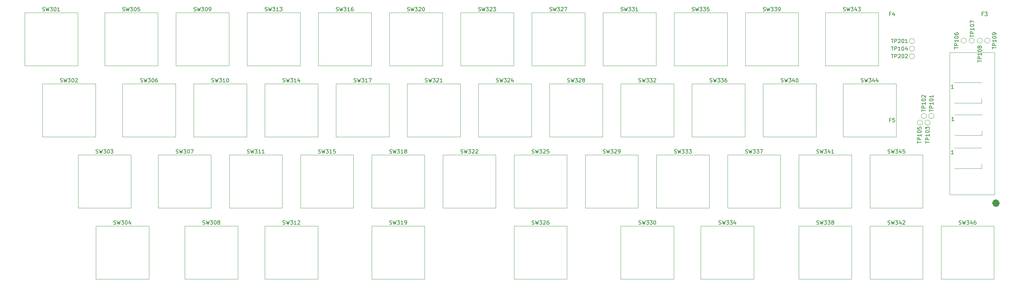
<source format=gto>
G04 #@! TF.GenerationSoftware,KiCad,Pcbnew,7.0.2*
G04 #@! TF.CreationDate,2023-04-29T17:08:36+02:00*
G04 #@! TF.ProjectId,Tanuki_Ext_PCB,54616e75-6b69-45f4-9578-745f5043422e,rev?*
G04 #@! TF.SameCoordinates,Original*
G04 #@! TF.FileFunction,Legend,Top*
G04 #@! TF.FilePolarity,Positive*
%FSLAX46Y46*%
G04 Gerber Fmt 4.6, Leading zero omitted, Abs format (unit mm)*
G04 Created by KiCad (PCBNEW 7.0.2) date 2023-04-29 17:08:36*
%MOMM*%
%LPD*%
G01*
G04 APERTURE LIST*
%ADD10C,0.150000*%
%ADD11C,0.120000*%
%ADD12C,0.100000*%
%ADD13C,1.000000*%
%ADD14C,1.750000*%
%ADD15C,1.550000*%
%ADD16C,4.000000*%
%ADD17C,1.000000*%
%ADD18C,1.500000*%
%ADD19R,1.500000X0.900000*%
%ADD20C,0.650000*%
%ADD21O,1.000000X1.600000*%
%ADD22O,1.000000X2.100000*%
G04 APERTURE END LIST*
D10*
X233458036Y-78140000D02*
X233600893Y-78187619D01*
X233600893Y-78187619D02*
X233838988Y-78187619D01*
X233838988Y-78187619D02*
X233934226Y-78140000D01*
X233934226Y-78140000D02*
X233981845Y-78092380D01*
X233981845Y-78092380D02*
X234029464Y-77997142D01*
X234029464Y-77997142D02*
X234029464Y-77901904D01*
X234029464Y-77901904D02*
X233981845Y-77806666D01*
X233981845Y-77806666D02*
X233934226Y-77759047D01*
X233934226Y-77759047D02*
X233838988Y-77711428D01*
X233838988Y-77711428D02*
X233648512Y-77663809D01*
X233648512Y-77663809D02*
X233553274Y-77616190D01*
X233553274Y-77616190D02*
X233505655Y-77568571D01*
X233505655Y-77568571D02*
X233458036Y-77473333D01*
X233458036Y-77473333D02*
X233458036Y-77378095D01*
X233458036Y-77378095D02*
X233505655Y-77282857D01*
X233505655Y-77282857D02*
X233553274Y-77235238D01*
X233553274Y-77235238D02*
X233648512Y-77187619D01*
X233648512Y-77187619D02*
X233886607Y-77187619D01*
X233886607Y-77187619D02*
X234029464Y-77235238D01*
X234362798Y-77187619D02*
X234600893Y-78187619D01*
X234600893Y-78187619D02*
X234791369Y-77473333D01*
X234791369Y-77473333D02*
X234981845Y-78187619D01*
X234981845Y-78187619D02*
X235219941Y-77187619D01*
X235505655Y-77187619D02*
X236124702Y-77187619D01*
X236124702Y-77187619D02*
X235791369Y-77568571D01*
X235791369Y-77568571D02*
X235934226Y-77568571D01*
X235934226Y-77568571D02*
X236029464Y-77616190D01*
X236029464Y-77616190D02*
X236077083Y-77663809D01*
X236077083Y-77663809D02*
X236124702Y-77759047D01*
X236124702Y-77759047D02*
X236124702Y-77997142D01*
X236124702Y-77997142D02*
X236077083Y-78092380D01*
X236077083Y-78092380D02*
X236029464Y-78140000D01*
X236029464Y-78140000D02*
X235934226Y-78187619D01*
X235934226Y-78187619D02*
X235648512Y-78187619D01*
X235648512Y-78187619D02*
X235553274Y-78140000D01*
X235553274Y-78140000D02*
X235505655Y-78092380D01*
X236458036Y-77187619D02*
X237077083Y-77187619D01*
X237077083Y-77187619D02*
X236743750Y-77568571D01*
X236743750Y-77568571D02*
X236886607Y-77568571D01*
X236886607Y-77568571D02*
X236981845Y-77616190D01*
X236981845Y-77616190D02*
X237029464Y-77663809D01*
X237029464Y-77663809D02*
X237077083Y-77759047D01*
X237077083Y-77759047D02*
X237077083Y-77997142D01*
X237077083Y-77997142D02*
X237029464Y-78092380D01*
X237029464Y-78092380D02*
X236981845Y-78140000D01*
X236981845Y-78140000D02*
X236886607Y-78187619D01*
X236886607Y-78187619D02*
X236600893Y-78187619D01*
X236600893Y-78187619D02*
X236505655Y-78140000D01*
X236505655Y-78140000D02*
X236458036Y-78092380D01*
X237648512Y-77616190D02*
X237553274Y-77568571D01*
X237553274Y-77568571D02*
X237505655Y-77520952D01*
X237505655Y-77520952D02*
X237458036Y-77425714D01*
X237458036Y-77425714D02*
X237458036Y-77378095D01*
X237458036Y-77378095D02*
X237505655Y-77282857D01*
X237505655Y-77282857D02*
X237553274Y-77235238D01*
X237553274Y-77235238D02*
X237648512Y-77187619D01*
X237648512Y-77187619D02*
X237838988Y-77187619D01*
X237838988Y-77187619D02*
X237934226Y-77235238D01*
X237934226Y-77235238D02*
X237981845Y-77282857D01*
X237981845Y-77282857D02*
X238029464Y-77378095D01*
X238029464Y-77378095D02*
X238029464Y-77425714D01*
X238029464Y-77425714D02*
X237981845Y-77520952D01*
X237981845Y-77520952D02*
X237934226Y-77568571D01*
X237934226Y-77568571D02*
X237838988Y-77616190D01*
X237838988Y-77616190D02*
X237648512Y-77616190D01*
X237648512Y-77616190D02*
X237553274Y-77663809D01*
X237553274Y-77663809D02*
X237505655Y-77711428D01*
X237505655Y-77711428D02*
X237458036Y-77806666D01*
X237458036Y-77806666D02*
X237458036Y-77997142D01*
X237458036Y-77997142D02*
X237505655Y-78092380D01*
X237505655Y-78092380D02*
X237553274Y-78140000D01*
X237553274Y-78140000D02*
X237648512Y-78187619D01*
X237648512Y-78187619D02*
X237838988Y-78187619D01*
X237838988Y-78187619D02*
X237934226Y-78140000D01*
X237934226Y-78140000D02*
X237981845Y-78092380D01*
X237981845Y-78092380D02*
X238029464Y-77997142D01*
X238029464Y-77997142D02*
X238029464Y-77806666D01*
X238029464Y-77806666D02*
X237981845Y-77711428D01*
X237981845Y-77711428D02*
X237934226Y-77663809D01*
X237934226Y-77663809D02*
X237838988Y-77616190D01*
X47720536Y-20990000D02*
X47863393Y-21037619D01*
X47863393Y-21037619D02*
X48101488Y-21037619D01*
X48101488Y-21037619D02*
X48196726Y-20990000D01*
X48196726Y-20990000D02*
X48244345Y-20942380D01*
X48244345Y-20942380D02*
X48291964Y-20847142D01*
X48291964Y-20847142D02*
X48291964Y-20751904D01*
X48291964Y-20751904D02*
X48244345Y-20656666D01*
X48244345Y-20656666D02*
X48196726Y-20609047D01*
X48196726Y-20609047D02*
X48101488Y-20561428D01*
X48101488Y-20561428D02*
X47911012Y-20513809D01*
X47911012Y-20513809D02*
X47815774Y-20466190D01*
X47815774Y-20466190D02*
X47768155Y-20418571D01*
X47768155Y-20418571D02*
X47720536Y-20323333D01*
X47720536Y-20323333D02*
X47720536Y-20228095D01*
X47720536Y-20228095D02*
X47768155Y-20132857D01*
X47768155Y-20132857D02*
X47815774Y-20085238D01*
X47815774Y-20085238D02*
X47911012Y-20037619D01*
X47911012Y-20037619D02*
X48149107Y-20037619D01*
X48149107Y-20037619D02*
X48291964Y-20085238D01*
X48625298Y-20037619D02*
X48863393Y-21037619D01*
X48863393Y-21037619D02*
X49053869Y-20323333D01*
X49053869Y-20323333D02*
X49244345Y-21037619D01*
X49244345Y-21037619D02*
X49482441Y-20037619D01*
X49768155Y-20037619D02*
X50387202Y-20037619D01*
X50387202Y-20037619D02*
X50053869Y-20418571D01*
X50053869Y-20418571D02*
X50196726Y-20418571D01*
X50196726Y-20418571D02*
X50291964Y-20466190D01*
X50291964Y-20466190D02*
X50339583Y-20513809D01*
X50339583Y-20513809D02*
X50387202Y-20609047D01*
X50387202Y-20609047D02*
X50387202Y-20847142D01*
X50387202Y-20847142D02*
X50339583Y-20942380D01*
X50339583Y-20942380D02*
X50291964Y-20990000D01*
X50291964Y-20990000D02*
X50196726Y-21037619D01*
X50196726Y-21037619D02*
X49911012Y-21037619D01*
X49911012Y-21037619D02*
X49815774Y-20990000D01*
X49815774Y-20990000D02*
X49768155Y-20942380D01*
X51006250Y-20037619D02*
X51101488Y-20037619D01*
X51101488Y-20037619D02*
X51196726Y-20085238D01*
X51196726Y-20085238D02*
X51244345Y-20132857D01*
X51244345Y-20132857D02*
X51291964Y-20228095D01*
X51291964Y-20228095D02*
X51339583Y-20418571D01*
X51339583Y-20418571D02*
X51339583Y-20656666D01*
X51339583Y-20656666D02*
X51291964Y-20847142D01*
X51291964Y-20847142D02*
X51244345Y-20942380D01*
X51244345Y-20942380D02*
X51196726Y-20990000D01*
X51196726Y-20990000D02*
X51101488Y-21037619D01*
X51101488Y-21037619D02*
X51006250Y-21037619D01*
X51006250Y-21037619D02*
X50911012Y-20990000D01*
X50911012Y-20990000D02*
X50863393Y-20942380D01*
X50863393Y-20942380D02*
X50815774Y-20847142D01*
X50815774Y-20847142D02*
X50768155Y-20656666D01*
X50768155Y-20656666D02*
X50768155Y-20418571D01*
X50768155Y-20418571D02*
X50815774Y-20228095D01*
X50815774Y-20228095D02*
X50863393Y-20132857D01*
X50863393Y-20132857D02*
X50911012Y-20085238D01*
X50911012Y-20085238D02*
X51006250Y-20037619D01*
X52244345Y-20037619D02*
X51768155Y-20037619D01*
X51768155Y-20037619D02*
X51720536Y-20513809D01*
X51720536Y-20513809D02*
X51768155Y-20466190D01*
X51768155Y-20466190D02*
X51863393Y-20418571D01*
X51863393Y-20418571D02*
X52101488Y-20418571D01*
X52101488Y-20418571D02*
X52196726Y-20466190D01*
X52196726Y-20466190D02*
X52244345Y-20513809D01*
X52244345Y-20513809D02*
X52291964Y-20609047D01*
X52291964Y-20609047D02*
X52291964Y-20847142D01*
X52291964Y-20847142D02*
X52244345Y-20942380D01*
X52244345Y-20942380D02*
X52196726Y-20990000D01*
X52196726Y-20990000D02*
X52101488Y-21037619D01*
X52101488Y-21037619D02*
X51863393Y-21037619D01*
X51863393Y-21037619D02*
X51768155Y-20990000D01*
X51768155Y-20990000D02*
X51720536Y-20942380D01*
X233458036Y-59090000D02*
X233600893Y-59137619D01*
X233600893Y-59137619D02*
X233838988Y-59137619D01*
X233838988Y-59137619D02*
X233934226Y-59090000D01*
X233934226Y-59090000D02*
X233981845Y-59042380D01*
X233981845Y-59042380D02*
X234029464Y-58947142D01*
X234029464Y-58947142D02*
X234029464Y-58851904D01*
X234029464Y-58851904D02*
X233981845Y-58756666D01*
X233981845Y-58756666D02*
X233934226Y-58709047D01*
X233934226Y-58709047D02*
X233838988Y-58661428D01*
X233838988Y-58661428D02*
X233648512Y-58613809D01*
X233648512Y-58613809D02*
X233553274Y-58566190D01*
X233553274Y-58566190D02*
X233505655Y-58518571D01*
X233505655Y-58518571D02*
X233458036Y-58423333D01*
X233458036Y-58423333D02*
X233458036Y-58328095D01*
X233458036Y-58328095D02*
X233505655Y-58232857D01*
X233505655Y-58232857D02*
X233553274Y-58185238D01*
X233553274Y-58185238D02*
X233648512Y-58137619D01*
X233648512Y-58137619D02*
X233886607Y-58137619D01*
X233886607Y-58137619D02*
X234029464Y-58185238D01*
X234362798Y-58137619D02*
X234600893Y-59137619D01*
X234600893Y-59137619D02*
X234791369Y-58423333D01*
X234791369Y-58423333D02*
X234981845Y-59137619D01*
X234981845Y-59137619D02*
X235219941Y-58137619D01*
X235505655Y-58137619D02*
X236124702Y-58137619D01*
X236124702Y-58137619D02*
X235791369Y-58518571D01*
X235791369Y-58518571D02*
X235934226Y-58518571D01*
X235934226Y-58518571D02*
X236029464Y-58566190D01*
X236029464Y-58566190D02*
X236077083Y-58613809D01*
X236077083Y-58613809D02*
X236124702Y-58709047D01*
X236124702Y-58709047D02*
X236124702Y-58947142D01*
X236124702Y-58947142D02*
X236077083Y-59042380D01*
X236077083Y-59042380D02*
X236029464Y-59090000D01*
X236029464Y-59090000D02*
X235934226Y-59137619D01*
X235934226Y-59137619D02*
X235648512Y-59137619D01*
X235648512Y-59137619D02*
X235553274Y-59090000D01*
X235553274Y-59090000D02*
X235505655Y-59042380D01*
X236981845Y-58470952D02*
X236981845Y-59137619D01*
X236743750Y-58090000D02*
X236505655Y-58804285D01*
X236505655Y-58804285D02*
X237124702Y-58804285D01*
X238029464Y-59137619D02*
X237458036Y-59137619D01*
X237743750Y-59137619D02*
X237743750Y-58137619D01*
X237743750Y-58137619D02*
X237648512Y-58280476D01*
X237648512Y-58280476D02*
X237553274Y-58375714D01*
X237553274Y-58375714D02*
X237458036Y-58423333D01*
X45339286Y-78140000D02*
X45482143Y-78187619D01*
X45482143Y-78187619D02*
X45720238Y-78187619D01*
X45720238Y-78187619D02*
X45815476Y-78140000D01*
X45815476Y-78140000D02*
X45863095Y-78092380D01*
X45863095Y-78092380D02*
X45910714Y-77997142D01*
X45910714Y-77997142D02*
X45910714Y-77901904D01*
X45910714Y-77901904D02*
X45863095Y-77806666D01*
X45863095Y-77806666D02*
X45815476Y-77759047D01*
X45815476Y-77759047D02*
X45720238Y-77711428D01*
X45720238Y-77711428D02*
X45529762Y-77663809D01*
X45529762Y-77663809D02*
X45434524Y-77616190D01*
X45434524Y-77616190D02*
X45386905Y-77568571D01*
X45386905Y-77568571D02*
X45339286Y-77473333D01*
X45339286Y-77473333D02*
X45339286Y-77378095D01*
X45339286Y-77378095D02*
X45386905Y-77282857D01*
X45386905Y-77282857D02*
X45434524Y-77235238D01*
X45434524Y-77235238D02*
X45529762Y-77187619D01*
X45529762Y-77187619D02*
X45767857Y-77187619D01*
X45767857Y-77187619D02*
X45910714Y-77235238D01*
X46244048Y-77187619D02*
X46482143Y-78187619D01*
X46482143Y-78187619D02*
X46672619Y-77473333D01*
X46672619Y-77473333D02*
X46863095Y-78187619D01*
X46863095Y-78187619D02*
X47101191Y-77187619D01*
X47386905Y-77187619D02*
X48005952Y-77187619D01*
X48005952Y-77187619D02*
X47672619Y-77568571D01*
X47672619Y-77568571D02*
X47815476Y-77568571D01*
X47815476Y-77568571D02*
X47910714Y-77616190D01*
X47910714Y-77616190D02*
X47958333Y-77663809D01*
X47958333Y-77663809D02*
X48005952Y-77759047D01*
X48005952Y-77759047D02*
X48005952Y-77997142D01*
X48005952Y-77997142D02*
X47958333Y-78092380D01*
X47958333Y-78092380D02*
X47910714Y-78140000D01*
X47910714Y-78140000D02*
X47815476Y-78187619D01*
X47815476Y-78187619D02*
X47529762Y-78187619D01*
X47529762Y-78187619D02*
X47434524Y-78140000D01*
X47434524Y-78140000D02*
X47386905Y-78092380D01*
X48625000Y-77187619D02*
X48720238Y-77187619D01*
X48720238Y-77187619D02*
X48815476Y-77235238D01*
X48815476Y-77235238D02*
X48863095Y-77282857D01*
X48863095Y-77282857D02*
X48910714Y-77378095D01*
X48910714Y-77378095D02*
X48958333Y-77568571D01*
X48958333Y-77568571D02*
X48958333Y-77806666D01*
X48958333Y-77806666D02*
X48910714Y-77997142D01*
X48910714Y-77997142D02*
X48863095Y-78092380D01*
X48863095Y-78092380D02*
X48815476Y-78140000D01*
X48815476Y-78140000D02*
X48720238Y-78187619D01*
X48720238Y-78187619D02*
X48625000Y-78187619D01*
X48625000Y-78187619D02*
X48529762Y-78140000D01*
X48529762Y-78140000D02*
X48482143Y-78092380D01*
X48482143Y-78092380D02*
X48434524Y-77997142D01*
X48434524Y-77997142D02*
X48386905Y-77806666D01*
X48386905Y-77806666D02*
X48386905Y-77568571D01*
X48386905Y-77568571D02*
X48434524Y-77378095D01*
X48434524Y-77378095D02*
X48482143Y-77282857D01*
X48482143Y-77282857D02*
X48529762Y-77235238D01*
X48529762Y-77235238D02*
X48625000Y-77187619D01*
X49815476Y-77520952D02*
X49815476Y-78187619D01*
X49577381Y-77140000D02*
X49339286Y-77854285D01*
X49339286Y-77854285D02*
X49958333Y-77854285D01*
X262606619Y-56443285D02*
X262606619Y-55871857D01*
X263606619Y-56157571D02*
X262606619Y-56157571D01*
X263606619Y-55538523D02*
X262606619Y-55538523D01*
X262606619Y-55538523D02*
X262606619Y-55157571D01*
X262606619Y-55157571D02*
X262654238Y-55062333D01*
X262654238Y-55062333D02*
X262701857Y-55014714D01*
X262701857Y-55014714D02*
X262797095Y-54967095D01*
X262797095Y-54967095D02*
X262939952Y-54967095D01*
X262939952Y-54967095D02*
X263035190Y-55014714D01*
X263035190Y-55014714D02*
X263082809Y-55062333D01*
X263082809Y-55062333D02*
X263130428Y-55157571D01*
X263130428Y-55157571D02*
X263130428Y-55538523D01*
X263606619Y-54014714D02*
X263606619Y-54586142D01*
X263606619Y-54300428D02*
X262606619Y-54300428D01*
X262606619Y-54300428D02*
X262749476Y-54395666D01*
X262749476Y-54395666D02*
X262844714Y-54490904D01*
X262844714Y-54490904D02*
X262892333Y-54586142D01*
X262606619Y-53395666D02*
X262606619Y-53300428D01*
X262606619Y-53300428D02*
X262654238Y-53205190D01*
X262654238Y-53205190D02*
X262701857Y-53157571D01*
X262701857Y-53157571D02*
X262797095Y-53109952D01*
X262797095Y-53109952D02*
X262987571Y-53062333D01*
X262987571Y-53062333D02*
X263225666Y-53062333D01*
X263225666Y-53062333D02*
X263416142Y-53109952D01*
X263416142Y-53109952D02*
X263511380Y-53157571D01*
X263511380Y-53157571D02*
X263559000Y-53205190D01*
X263559000Y-53205190D02*
X263606619Y-53300428D01*
X263606619Y-53300428D02*
X263606619Y-53395666D01*
X263606619Y-53395666D02*
X263559000Y-53490904D01*
X263559000Y-53490904D02*
X263511380Y-53538523D01*
X263511380Y-53538523D02*
X263416142Y-53586142D01*
X263416142Y-53586142D02*
X263225666Y-53633761D01*
X263225666Y-53633761D02*
X262987571Y-53633761D01*
X262987571Y-53633761D02*
X262797095Y-53586142D01*
X262797095Y-53586142D02*
X262701857Y-53538523D01*
X262701857Y-53538523D02*
X262654238Y-53490904D01*
X262654238Y-53490904D02*
X262606619Y-53395666D01*
X262606619Y-52728999D02*
X262606619Y-52109952D01*
X262606619Y-52109952D02*
X262987571Y-52443285D01*
X262987571Y-52443285D02*
X262987571Y-52300428D01*
X262987571Y-52300428D02*
X263035190Y-52205190D01*
X263035190Y-52205190D02*
X263082809Y-52157571D01*
X263082809Y-52157571D02*
X263178047Y-52109952D01*
X263178047Y-52109952D02*
X263416142Y-52109952D01*
X263416142Y-52109952D02*
X263511380Y-52157571D01*
X263511380Y-52157571D02*
X263559000Y-52205190D01*
X263559000Y-52205190D02*
X263606619Y-52300428D01*
X263606619Y-52300428D02*
X263606619Y-52586142D01*
X263606619Y-52586142D02*
X263559000Y-52681380D01*
X263559000Y-52681380D02*
X263511380Y-52728999D01*
X81058036Y-59090000D02*
X81200893Y-59137619D01*
X81200893Y-59137619D02*
X81438988Y-59137619D01*
X81438988Y-59137619D02*
X81534226Y-59090000D01*
X81534226Y-59090000D02*
X81581845Y-59042380D01*
X81581845Y-59042380D02*
X81629464Y-58947142D01*
X81629464Y-58947142D02*
X81629464Y-58851904D01*
X81629464Y-58851904D02*
X81581845Y-58756666D01*
X81581845Y-58756666D02*
X81534226Y-58709047D01*
X81534226Y-58709047D02*
X81438988Y-58661428D01*
X81438988Y-58661428D02*
X81248512Y-58613809D01*
X81248512Y-58613809D02*
X81153274Y-58566190D01*
X81153274Y-58566190D02*
X81105655Y-58518571D01*
X81105655Y-58518571D02*
X81058036Y-58423333D01*
X81058036Y-58423333D02*
X81058036Y-58328095D01*
X81058036Y-58328095D02*
X81105655Y-58232857D01*
X81105655Y-58232857D02*
X81153274Y-58185238D01*
X81153274Y-58185238D02*
X81248512Y-58137619D01*
X81248512Y-58137619D02*
X81486607Y-58137619D01*
X81486607Y-58137619D02*
X81629464Y-58185238D01*
X81962798Y-58137619D02*
X82200893Y-59137619D01*
X82200893Y-59137619D02*
X82391369Y-58423333D01*
X82391369Y-58423333D02*
X82581845Y-59137619D01*
X82581845Y-59137619D02*
X82819941Y-58137619D01*
X83105655Y-58137619D02*
X83724702Y-58137619D01*
X83724702Y-58137619D02*
X83391369Y-58518571D01*
X83391369Y-58518571D02*
X83534226Y-58518571D01*
X83534226Y-58518571D02*
X83629464Y-58566190D01*
X83629464Y-58566190D02*
X83677083Y-58613809D01*
X83677083Y-58613809D02*
X83724702Y-58709047D01*
X83724702Y-58709047D02*
X83724702Y-58947142D01*
X83724702Y-58947142D02*
X83677083Y-59042380D01*
X83677083Y-59042380D02*
X83629464Y-59090000D01*
X83629464Y-59090000D02*
X83534226Y-59137619D01*
X83534226Y-59137619D02*
X83248512Y-59137619D01*
X83248512Y-59137619D02*
X83153274Y-59090000D01*
X83153274Y-59090000D02*
X83105655Y-59042380D01*
X84677083Y-59137619D02*
X84105655Y-59137619D01*
X84391369Y-59137619D02*
X84391369Y-58137619D01*
X84391369Y-58137619D02*
X84296131Y-58280476D01*
X84296131Y-58280476D02*
X84200893Y-58375714D01*
X84200893Y-58375714D02*
X84105655Y-58423333D01*
X85629464Y-59137619D02*
X85058036Y-59137619D01*
X85343750Y-59137619D02*
X85343750Y-58137619D01*
X85343750Y-58137619D02*
X85248512Y-58280476D01*
X85248512Y-58280476D02*
X85153274Y-58375714D01*
X85153274Y-58375714D02*
X85058036Y-58423333D01*
X162020536Y-20990000D02*
X162163393Y-21037619D01*
X162163393Y-21037619D02*
X162401488Y-21037619D01*
X162401488Y-21037619D02*
X162496726Y-20990000D01*
X162496726Y-20990000D02*
X162544345Y-20942380D01*
X162544345Y-20942380D02*
X162591964Y-20847142D01*
X162591964Y-20847142D02*
X162591964Y-20751904D01*
X162591964Y-20751904D02*
X162544345Y-20656666D01*
X162544345Y-20656666D02*
X162496726Y-20609047D01*
X162496726Y-20609047D02*
X162401488Y-20561428D01*
X162401488Y-20561428D02*
X162211012Y-20513809D01*
X162211012Y-20513809D02*
X162115774Y-20466190D01*
X162115774Y-20466190D02*
X162068155Y-20418571D01*
X162068155Y-20418571D02*
X162020536Y-20323333D01*
X162020536Y-20323333D02*
X162020536Y-20228095D01*
X162020536Y-20228095D02*
X162068155Y-20132857D01*
X162068155Y-20132857D02*
X162115774Y-20085238D01*
X162115774Y-20085238D02*
X162211012Y-20037619D01*
X162211012Y-20037619D02*
X162449107Y-20037619D01*
X162449107Y-20037619D02*
X162591964Y-20085238D01*
X162925298Y-20037619D02*
X163163393Y-21037619D01*
X163163393Y-21037619D02*
X163353869Y-20323333D01*
X163353869Y-20323333D02*
X163544345Y-21037619D01*
X163544345Y-21037619D02*
X163782441Y-20037619D01*
X164068155Y-20037619D02*
X164687202Y-20037619D01*
X164687202Y-20037619D02*
X164353869Y-20418571D01*
X164353869Y-20418571D02*
X164496726Y-20418571D01*
X164496726Y-20418571D02*
X164591964Y-20466190D01*
X164591964Y-20466190D02*
X164639583Y-20513809D01*
X164639583Y-20513809D02*
X164687202Y-20609047D01*
X164687202Y-20609047D02*
X164687202Y-20847142D01*
X164687202Y-20847142D02*
X164639583Y-20942380D01*
X164639583Y-20942380D02*
X164591964Y-20990000D01*
X164591964Y-20990000D02*
X164496726Y-21037619D01*
X164496726Y-21037619D02*
X164211012Y-21037619D01*
X164211012Y-21037619D02*
X164115774Y-20990000D01*
X164115774Y-20990000D02*
X164068155Y-20942380D01*
X165068155Y-20132857D02*
X165115774Y-20085238D01*
X165115774Y-20085238D02*
X165211012Y-20037619D01*
X165211012Y-20037619D02*
X165449107Y-20037619D01*
X165449107Y-20037619D02*
X165544345Y-20085238D01*
X165544345Y-20085238D02*
X165591964Y-20132857D01*
X165591964Y-20132857D02*
X165639583Y-20228095D01*
X165639583Y-20228095D02*
X165639583Y-20323333D01*
X165639583Y-20323333D02*
X165591964Y-20466190D01*
X165591964Y-20466190D02*
X165020536Y-21037619D01*
X165020536Y-21037619D02*
X165639583Y-21037619D01*
X165972917Y-20037619D02*
X166639583Y-20037619D01*
X166639583Y-20037619D02*
X166211012Y-21037619D01*
X157258036Y-59090000D02*
X157400893Y-59137619D01*
X157400893Y-59137619D02*
X157638988Y-59137619D01*
X157638988Y-59137619D02*
X157734226Y-59090000D01*
X157734226Y-59090000D02*
X157781845Y-59042380D01*
X157781845Y-59042380D02*
X157829464Y-58947142D01*
X157829464Y-58947142D02*
X157829464Y-58851904D01*
X157829464Y-58851904D02*
X157781845Y-58756666D01*
X157781845Y-58756666D02*
X157734226Y-58709047D01*
X157734226Y-58709047D02*
X157638988Y-58661428D01*
X157638988Y-58661428D02*
X157448512Y-58613809D01*
X157448512Y-58613809D02*
X157353274Y-58566190D01*
X157353274Y-58566190D02*
X157305655Y-58518571D01*
X157305655Y-58518571D02*
X157258036Y-58423333D01*
X157258036Y-58423333D02*
X157258036Y-58328095D01*
X157258036Y-58328095D02*
X157305655Y-58232857D01*
X157305655Y-58232857D02*
X157353274Y-58185238D01*
X157353274Y-58185238D02*
X157448512Y-58137619D01*
X157448512Y-58137619D02*
X157686607Y-58137619D01*
X157686607Y-58137619D02*
X157829464Y-58185238D01*
X158162798Y-58137619D02*
X158400893Y-59137619D01*
X158400893Y-59137619D02*
X158591369Y-58423333D01*
X158591369Y-58423333D02*
X158781845Y-59137619D01*
X158781845Y-59137619D02*
X159019941Y-58137619D01*
X159305655Y-58137619D02*
X159924702Y-58137619D01*
X159924702Y-58137619D02*
X159591369Y-58518571D01*
X159591369Y-58518571D02*
X159734226Y-58518571D01*
X159734226Y-58518571D02*
X159829464Y-58566190D01*
X159829464Y-58566190D02*
X159877083Y-58613809D01*
X159877083Y-58613809D02*
X159924702Y-58709047D01*
X159924702Y-58709047D02*
X159924702Y-58947142D01*
X159924702Y-58947142D02*
X159877083Y-59042380D01*
X159877083Y-59042380D02*
X159829464Y-59090000D01*
X159829464Y-59090000D02*
X159734226Y-59137619D01*
X159734226Y-59137619D02*
X159448512Y-59137619D01*
X159448512Y-59137619D02*
X159353274Y-59090000D01*
X159353274Y-59090000D02*
X159305655Y-59042380D01*
X160305655Y-58232857D02*
X160353274Y-58185238D01*
X160353274Y-58185238D02*
X160448512Y-58137619D01*
X160448512Y-58137619D02*
X160686607Y-58137619D01*
X160686607Y-58137619D02*
X160781845Y-58185238D01*
X160781845Y-58185238D02*
X160829464Y-58232857D01*
X160829464Y-58232857D02*
X160877083Y-58328095D01*
X160877083Y-58328095D02*
X160877083Y-58423333D01*
X160877083Y-58423333D02*
X160829464Y-58566190D01*
X160829464Y-58566190D02*
X160258036Y-59137619D01*
X160258036Y-59137619D02*
X160877083Y-59137619D01*
X161781845Y-58137619D02*
X161305655Y-58137619D01*
X161305655Y-58137619D02*
X161258036Y-58613809D01*
X161258036Y-58613809D02*
X161305655Y-58566190D01*
X161305655Y-58566190D02*
X161400893Y-58518571D01*
X161400893Y-58518571D02*
X161638988Y-58518571D01*
X161638988Y-58518571D02*
X161734226Y-58566190D01*
X161734226Y-58566190D02*
X161781845Y-58613809D01*
X161781845Y-58613809D02*
X161829464Y-58709047D01*
X161829464Y-58709047D02*
X161829464Y-58947142D01*
X161829464Y-58947142D02*
X161781845Y-59042380D01*
X161781845Y-59042380D02*
X161734226Y-59090000D01*
X161734226Y-59090000D02*
X161638988Y-59137619D01*
X161638988Y-59137619D02*
X161400893Y-59137619D01*
X161400893Y-59137619D02*
X161305655Y-59090000D01*
X161305655Y-59090000D02*
X161258036Y-59042380D01*
X253436714Y-32609619D02*
X254008142Y-32609619D01*
X253722428Y-33609619D02*
X253722428Y-32609619D01*
X254341476Y-33609619D02*
X254341476Y-32609619D01*
X254341476Y-32609619D02*
X254722428Y-32609619D01*
X254722428Y-32609619D02*
X254817666Y-32657238D01*
X254817666Y-32657238D02*
X254865285Y-32704857D01*
X254865285Y-32704857D02*
X254912904Y-32800095D01*
X254912904Y-32800095D02*
X254912904Y-32942952D01*
X254912904Y-32942952D02*
X254865285Y-33038190D01*
X254865285Y-33038190D02*
X254817666Y-33085809D01*
X254817666Y-33085809D02*
X254722428Y-33133428D01*
X254722428Y-33133428D02*
X254341476Y-33133428D01*
X255293857Y-32704857D02*
X255341476Y-32657238D01*
X255341476Y-32657238D02*
X255436714Y-32609619D01*
X255436714Y-32609619D02*
X255674809Y-32609619D01*
X255674809Y-32609619D02*
X255770047Y-32657238D01*
X255770047Y-32657238D02*
X255817666Y-32704857D01*
X255817666Y-32704857D02*
X255865285Y-32800095D01*
X255865285Y-32800095D02*
X255865285Y-32895333D01*
X255865285Y-32895333D02*
X255817666Y-33038190D01*
X255817666Y-33038190D02*
X255246238Y-33609619D01*
X255246238Y-33609619D02*
X255865285Y-33609619D01*
X256484333Y-32609619D02*
X256579571Y-32609619D01*
X256579571Y-32609619D02*
X256674809Y-32657238D01*
X256674809Y-32657238D02*
X256722428Y-32704857D01*
X256722428Y-32704857D02*
X256770047Y-32800095D01*
X256770047Y-32800095D02*
X256817666Y-32990571D01*
X256817666Y-32990571D02*
X256817666Y-33228666D01*
X256817666Y-33228666D02*
X256770047Y-33419142D01*
X256770047Y-33419142D02*
X256722428Y-33514380D01*
X256722428Y-33514380D02*
X256674809Y-33562000D01*
X256674809Y-33562000D02*
X256579571Y-33609619D01*
X256579571Y-33609619D02*
X256484333Y-33609619D01*
X256484333Y-33609619D02*
X256389095Y-33562000D01*
X256389095Y-33562000D02*
X256341476Y-33514380D01*
X256341476Y-33514380D02*
X256293857Y-33419142D01*
X256293857Y-33419142D02*
X256246238Y-33228666D01*
X256246238Y-33228666D02*
X256246238Y-32990571D01*
X256246238Y-32990571D02*
X256293857Y-32800095D01*
X256293857Y-32800095D02*
X256341476Y-32704857D01*
X256341476Y-32704857D02*
X256389095Y-32657238D01*
X256389095Y-32657238D02*
X256484333Y-32609619D01*
X257198619Y-32704857D02*
X257246238Y-32657238D01*
X257246238Y-32657238D02*
X257341476Y-32609619D01*
X257341476Y-32609619D02*
X257579571Y-32609619D01*
X257579571Y-32609619D02*
X257674809Y-32657238D01*
X257674809Y-32657238D02*
X257722428Y-32704857D01*
X257722428Y-32704857D02*
X257770047Y-32800095D01*
X257770047Y-32800095D02*
X257770047Y-32895333D01*
X257770047Y-32895333D02*
X257722428Y-33038190D01*
X257722428Y-33038190D02*
X257151000Y-33609619D01*
X257151000Y-33609619D02*
X257770047Y-33609619D01*
X185833036Y-40040000D02*
X185975893Y-40087619D01*
X185975893Y-40087619D02*
X186213988Y-40087619D01*
X186213988Y-40087619D02*
X186309226Y-40040000D01*
X186309226Y-40040000D02*
X186356845Y-39992380D01*
X186356845Y-39992380D02*
X186404464Y-39897142D01*
X186404464Y-39897142D02*
X186404464Y-39801904D01*
X186404464Y-39801904D02*
X186356845Y-39706666D01*
X186356845Y-39706666D02*
X186309226Y-39659047D01*
X186309226Y-39659047D02*
X186213988Y-39611428D01*
X186213988Y-39611428D02*
X186023512Y-39563809D01*
X186023512Y-39563809D02*
X185928274Y-39516190D01*
X185928274Y-39516190D02*
X185880655Y-39468571D01*
X185880655Y-39468571D02*
X185833036Y-39373333D01*
X185833036Y-39373333D02*
X185833036Y-39278095D01*
X185833036Y-39278095D02*
X185880655Y-39182857D01*
X185880655Y-39182857D02*
X185928274Y-39135238D01*
X185928274Y-39135238D02*
X186023512Y-39087619D01*
X186023512Y-39087619D02*
X186261607Y-39087619D01*
X186261607Y-39087619D02*
X186404464Y-39135238D01*
X186737798Y-39087619D02*
X186975893Y-40087619D01*
X186975893Y-40087619D02*
X187166369Y-39373333D01*
X187166369Y-39373333D02*
X187356845Y-40087619D01*
X187356845Y-40087619D02*
X187594941Y-39087619D01*
X187880655Y-39087619D02*
X188499702Y-39087619D01*
X188499702Y-39087619D02*
X188166369Y-39468571D01*
X188166369Y-39468571D02*
X188309226Y-39468571D01*
X188309226Y-39468571D02*
X188404464Y-39516190D01*
X188404464Y-39516190D02*
X188452083Y-39563809D01*
X188452083Y-39563809D02*
X188499702Y-39659047D01*
X188499702Y-39659047D02*
X188499702Y-39897142D01*
X188499702Y-39897142D02*
X188452083Y-39992380D01*
X188452083Y-39992380D02*
X188404464Y-40040000D01*
X188404464Y-40040000D02*
X188309226Y-40087619D01*
X188309226Y-40087619D02*
X188023512Y-40087619D01*
X188023512Y-40087619D02*
X187928274Y-40040000D01*
X187928274Y-40040000D02*
X187880655Y-39992380D01*
X188833036Y-39087619D02*
X189452083Y-39087619D01*
X189452083Y-39087619D02*
X189118750Y-39468571D01*
X189118750Y-39468571D02*
X189261607Y-39468571D01*
X189261607Y-39468571D02*
X189356845Y-39516190D01*
X189356845Y-39516190D02*
X189404464Y-39563809D01*
X189404464Y-39563809D02*
X189452083Y-39659047D01*
X189452083Y-39659047D02*
X189452083Y-39897142D01*
X189452083Y-39897142D02*
X189404464Y-39992380D01*
X189404464Y-39992380D02*
X189356845Y-40040000D01*
X189356845Y-40040000D02*
X189261607Y-40087619D01*
X189261607Y-40087619D02*
X188975893Y-40087619D01*
X188975893Y-40087619D02*
X188880655Y-40040000D01*
X188880655Y-40040000D02*
X188833036Y-39992380D01*
X189833036Y-39182857D02*
X189880655Y-39135238D01*
X189880655Y-39135238D02*
X189975893Y-39087619D01*
X189975893Y-39087619D02*
X190213988Y-39087619D01*
X190213988Y-39087619D02*
X190309226Y-39135238D01*
X190309226Y-39135238D02*
X190356845Y-39182857D01*
X190356845Y-39182857D02*
X190404464Y-39278095D01*
X190404464Y-39278095D02*
X190404464Y-39373333D01*
X190404464Y-39373333D02*
X190356845Y-39516190D01*
X190356845Y-39516190D02*
X189785417Y-40087619D01*
X189785417Y-40087619D02*
X190404464Y-40087619D01*
X166783036Y-40040000D02*
X166925893Y-40087619D01*
X166925893Y-40087619D02*
X167163988Y-40087619D01*
X167163988Y-40087619D02*
X167259226Y-40040000D01*
X167259226Y-40040000D02*
X167306845Y-39992380D01*
X167306845Y-39992380D02*
X167354464Y-39897142D01*
X167354464Y-39897142D02*
X167354464Y-39801904D01*
X167354464Y-39801904D02*
X167306845Y-39706666D01*
X167306845Y-39706666D02*
X167259226Y-39659047D01*
X167259226Y-39659047D02*
X167163988Y-39611428D01*
X167163988Y-39611428D02*
X166973512Y-39563809D01*
X166973512Y-39563809D02*
X166878274Y-39516190D01*
X166878274Y-39516190D02*
X166830655Y-39468571D01*
X166830655Y-39468571D02*
X166783036Y-39373333D01*
X166783036Y-39373333D02*
X166783036Y-39278095D01*
X166783036Y-39278095D02*
X166830655Y-39182857D01*
X166830655Y-39182857D02*
X166878274Y-39135238D01*
X166878274Y-39135238D02*
X166973512Y-39087619D01*
X166973512Y-39087619D02*
X167211607Y-39087619D01*
X167211607Y-39087619D02*
X167354464Y-39135238D01*
X167687798Y-39087619D02*
X167925893Y-40087619D01*
X167925893Y-40087619D02*
X168116369Y-39373333D01*
X168116369Y-39373333D02*
X168306845Y-40087619D01*
X168306845Y-40087619D02*
X168544941Y-39087619D01*
X168830655Y-39087619D02*
X169449702Y-39087619D01*
X169449702Y-39087619D02*
X169116369Y-39468571D01*
X169116369Y-39468571D02*
X169259226Y-39468571D01*
X169259226Y-39468571D02*
X169354464Y-39516190D01*
X169354464Y-39516190D02*
X169402083Y-39563809D01*
X169402083Y-39563809D02*
X169449702Y-39659047D01*
X169449702Y-39659047D02*
X169449702Y-39897142D01*
X169449702Y-39897142D02*
X169402083Y-39992380D01*
X169402083Y-39992380D02*
X169354464Y-40040000D01*
X169354464Y-40040000D02*
X169259226Y-40087619D01*
X169259226Y-40087619D02*
X168973512Y-40087619D01*
X168973512Y-40087619D02*
X168878274Y-40040000D01*
X168878274Y-40040000D02*
X168830655Y-39992380D01*
X169830655Y-39182857D02*
X169878274Y-39135238D01*
X169878274Y-39135238D02*
X169973512Y-39087619D01*
X169973512Y-39087619D02*
X170211607Y-39087619D01*
X170211607Y-39087619D02*
X170306845Y-39135238D01*
X170306845Y-39135238D02*
X170354464Y-39182857D01*
X170354464Y-39182857D02*
X170402083Y-39278095D01*
X170402083Y-39278095D02*
X170402083Y-39373333D01*
X170402083Y-39373333D02*
X170354464Y-39516190D01*
X170354464Y-39516190D02*
X169783036Y-40087619D01*
X169783036Y-40087619D02*
X170402083Y-40087619D01*
X170973512Y-39516190D02*
X170878274Y-39468571D01*
X170878274Y-39468571D02*
X170830655Y-39420952D01*
X170830655Y-39420952D02*
X170783036Y-39325714D01*
X170783036Y-39325714D02*
X170783036Y-39278095D01*
X170783036Y-39278095D02*
X170830655Y-39182857D01*
X170830655Y-39182857D02*
X170878274Y-39135238D01*
X170878274Y-39135238D02*
X170973512Y-39087619D01*
X170973512Y-39087619D02*
X171163988Y-39087619D01*
X171163988Y-39087619D02*
X171259226Y-39135238D01*
X171259226Y-39135238D02*
X171306845Y-39182857D01*
X171306845Y-39182857D02*
X171354464Y-39278095D01*
X171354464Y-39278095D02*
X171354464Y-39325714D01*
X171354464Y-39325714D02*
X171306845Y-39420952D01*
X171306845Y-39420952D02*
X171259226Y-39468571D01*
X171259226Y-39468571D02*
X171163988Y-39516190D01*
X171163988Y-39516190D02*
X170973512Y-39516190D01*
X170973512Y-39516190D02*
X170878274Y-39563809D01*
X170878274Y-39563809D02*
X170830655Y-39611428D01*
X170830655Y-39611428D02*
X170783036Y-39706666D01*
X170783036Y-39706666D02*
X170783036Y-39897142D01*
X170783036Y-39897142D02*
X170830655Y-39992380D01*
X170830655Y-39992380D02*
X170878274Y-40040000D01*
X170878274Y-40040000D02*
X170973512Y-40087619D01*
X170973512Y-40087619D02*
X171163988Y-40087619D01*
X171163988Y-40087619D02*
X171259226Y-40040000D01*
X171259226Y-40040000D02*
X171306845Y-39992380D01*
X171306845Y-39992380D02*
X171354464Y-39897142D01*
X171354464Y-39897142D02*
X171354464Y-39706666D01*
X171354464Y-39706666D02*
X171306845Y-39611428D01*
X171306845Y-39611428D02*
X171259226Y-39563809D01*
X171259226Y-39563809D02*
X171163988Y-39516190D01*
X123920536Y-20990000D02*
X124063393Y-21037619D01*
X124063393Y-21037619D02*
X124301488Y-21037619D01*
X124301488Y-21037619D02*
X124396726Y-20990000D01*
X124396726Y-20990000D02*
X124444345Y-20942380D01*
X124444345Y-20942380D02*
X124491964Y-20847142D01*
X124491964Y-20847142D02*
X124491964Y-20751904D01*
X124491964Y-20751904D02*
X124444345Y-20656666D01*
X124444345Y-20656666D02*
X124396726Y-20609047D01*
X124396726Y-20609047D02*
X124301488Y-20561428D01*
X124301488Y-20561428D02*
X124111012Y-20513809D01*
X124111012Y-20513809D02*
X124015774Y-20466190D01*
X124015774Y-20466190D02*
X123968155Y-20418571D01*
X123968155Y-20418571D02*
X123920536Y-20323333D01*
X123920536Y-20323333D02*
X123920536Y-20228095D01*
X123920536Y-20228095D02*
X123968155Y-20132857D01*
X123968155Y-20132857D02*
X124015774Y-20085238D01*
X124015774Y-20085238D02*
X124111012Y-20037619D01*
X124111012Y-20037619D02*
X124349107Y-20037619D01*
X124349107Y-20037619D02*
X124491964Y-20085238D01*
X124825298Y-20037619D02*
X125063393Y-21037619D01*
X125063393Y-21037619D02*
X125253869Y-20323333D01*
X125253869Y-20323333D02*
X125444345Y-21037619D01*
X125444345Y-21037619D02*
X125682441Y-20037619D01*
X125968155Y-20037619D02*
X126587202Y-20037619D01*
X126587202Y-20037619D02*
X126253869Y-20418571D01*
X126253869Y-20418571D02*
X126396726Y-20418571D01*
X126396726Y-20418571D02*
X126491964Y-20466190D01*
X126491964Y-20466190D02*
X126539583Y-20513809D01*
X126539583Y-20513809D02*
X126587202Y-20609047D01*
X126587202Y-20609047D02*
X126587202Y-20847142D01*
X126587202Y-20847142D02*
X126539583Y-20942380D01*
X126539583Y-20942380D02*
X126491964Y-20990000D01*
X126491964Y-20990000D02*
X126396726Y-21037619D01*
X126396726Y-21037619D02*
X126111012Y-21037619D01*
X126111012Y-21037619D02*
X126015774Y-20990000D01*
X126015774Y-20990000D02*
X125968155Y-20942380D01*
X126968155Y-20132857D02*
X127015774Y-20085238D01*
X127015774Y-20085238D02*
X127111012Y-20037619D01*
X127111012Y-20037619D02*
X127349107Y-20037619D01*
X127349107Y-20037619D02*
X127444345Y-20085238D01*
X127444345Y-20085238D02*
X127491964Y-20132857D01*
X127491964Y-20132857D02*
X127539583Y-20228095D01*
X127539583Y-20228095D02*
X127539583Y-20323333D01*
X127539583Y-20323333D02*
X127491964Y-20466190D01*
X127491964Y-20466190D02*
X126920536Y-21037619D01*
X126920536Y-21037619D02*
X127539583Y-21037619D01*
X128158631Y-20037619D02*
X128253869Y-20037619D01*
X128253869Y-20037619D02*
X128349107Y-20085238D01*
X128349107Y-20085238D02*
X128396726Y-20132857D01*
X128396726Y-20132857D02*
X128444345Y-20228095D01*
X128444345Y-20228095D02*
X128491964Y-20418571D01*
X128491964Y-20418571D02*
X128491964Y-20656666D01*
X128491964Y-20656666D02*
X128444345Y-20847142D01*
X128444345Y-20847142D02*
X128396726Y-20942380D01*
X128396726Y-20942380D02*
X128349107Y-20990000D01*
X128349107Y-20990000D02*
X128253869Y-21037619D01*
X128253869Y-21037619D02*
X128158631Y-21037619D01*
X128158631Y-21037619D02*
X128063393Y-20990000D01*
X128063393Y-20990000D02*
X128015774Y-20942380D01*
X128015774Y-20942380D02*
X127968155Y-20847142D01*
X127968155Y-20847142D02*
X127920536Y-20656666D01*
X127920536Y-20656666D02*
X127920536Y-20418571D01*
X127920536Y-20418571D02*
X127968155Y-20228095D01*
X127968155Y-20228095D02*
X128015774Y-20132857D01*
X128015774Y-20132857D02*
X128063393Y-20085238D01*
X128063393Y-20085238D02*
X128158631Y-20037619D01*
X52483036Y-40040000D02*
X52625893Y-40087619D01*
X52625893Y-40087619D02*
X52863988Y-40087619D01*
X52863988Y-40087619D02*
X52959226Y-40040000D01*
X52959226Y-40040000D02*
X53006845Y-39992380D01*
X53006845Y-39992380D02*
X53054464Y-39897142D01*
X53054464Y-39897142D02*
X53054464Y-39801904D01*
X53054464Y-39801904D02*
X53006845Y-39706666D01*
X53006845Y-39706666D02*
X52959226Y-39659047D01*
X52959226Y-39659047D02*
X52863988Y-39611428D01*
X52863988Y-39611428D02*
X52673512Y-39563809D01*
X52673512Y-39563809D02*
X52578274Y-39516190D01*
X52578274Y-39516190D02*
X52530655Y-39468571D01*
X52530655Y-39468571D02*
X52483036Y-39373333D01*
X52483036Y-39373333D02*
X52483036Y-39278095D01*
X52483036Y-39278095D02*
X52530655Y-39182857D01*
X52530655Y-39182857D02*
X52578274Y-39135238D01*
X52578274Y-39135238D02*
X52673512Y-39087619D01*
X52673512Y-39087619D02*
X52911607Y-39087619D01*
X52911607Y-39087619D02*
X53054464Y-39135238D01*
X53387798Y-39087619D02*
X53625893Y-40087619D01*
X53625893Y-40087619D02*
X53816369Y-39373333D01*
X53816369Y-39373333D02*
X54006845Y-40087619D01*
X54006845Y-40087619D02*
X54244941Y-39087619D01*
X54530655Y-39087619D02*
X55149702Y-39087619D01*
X55149702Y-39087619D02*
X54816369Y-39468571D01*
X54816369Y-39468571D02*
X54959226Y-39468571D01*
X54959226Y-39468571D02*
X55054464Y-39516190D01*
X55054464Y-39516190D02*
X55102083Y-39563809D01*
X55102083Y-39563809D02*
X55149702Y-39659047D01*
X55149702Y-39659047D02*
X55149702Y-39897142D01*
X55149702Y-39897142D02*
X55102083Y-39992380D01*
X55102083Y-39992380D02*
X55054464Y-40040000D01*
X55054464Y-40040000D02*
X54959226Y-40087619D01*
X54959226Y-40087619D02*
X54673512Y-40087619D01*
X54673512Y-40087619D02*
X54578274Y-40040000D01*
X54578274Y-40040000D02*
X54530655Y-39992380D01*
X55768750Y-39087619D02*
X55863988Y-39087619D01*
X55863988Y-39087619D02*
X55959226Y-39135238D01*
X55959226Y-39135238D02*
X56006845Y-39182857D01*
X56006845Y-39182857D02*
X56054464Y-39278095D01*
X56054464Y-39278095D02*
X56102083Y-39468571D01*
X56102083Y-39468571D02*
X56102083Y-39706666D01*
X56102083Y-39706666D02*
X56054464Y-39897142D01*
X56054464Y-39897142D02*
X56006845Y-39992380D01*
X56006845Y-39992380D02*
X55959226Y-40040000D01*
X55959226Y-40040000D02*
X55863988Y-40087619D01*
X55863988Y-40087619D02*
X55768750Y-40087619D01*
X55768750Y-40087619D02*
X55673512Y-40040000D01*
X55673512Y-40040000D02*
X55625893Y-39992380D01*
X55625893Y-39992380D02*
X55578274Y-39897142D01*
X55578274Y-39897142D02*
X55530655Y-39706666D01*
X55530655Y-39706666D02*
X55530655Y-39468571D01*
X55530655Y-39468571D02*
X55578274Y-39278095D01*
X55578274Y-39278095D02*
X55625893Y-39182857D01*
X55625893Y-39182857D02*
X55673512Y-39135238D01*
X55673512Y-39135238D02*
X55768750Y-39087619D01*
X56959226Y-39087619D02*
X56768750Y-39087619D01*
X56768750Y-39087619D02*
X56673512Y-39135238D01*
X56673512Y-39135238D02*
X56625893Y-39182857D01*
X56625893Y-39182857D02*
X56530655Y-39325714D01*
X56530655Y-39325714D02*
X56483036Y-39516190D01*
X56483036Y-39516190D02*
X56483036Y-39897142D01*
X56483036Y-39897142D02*
X56530655Y-39992380D01*
X56530655Y-39992380D02*
X56578274Y-40040000D01*
X56578274Y-40040000D02*
X56673512Y-40087619D01*
X56673512Y-40087619D02*
X56863988Y-40087619D01*
X56863988Y-40087619D02*
X56959226Y-40040000D01*
X56959226Y-40040000D02*
X57006845Y-39992380D01*
X57006845Y-39992380D02*
X57054464Y-39897142D01*
X57054464Y-39897142D02*
X57054464Y-39659047D01*
X57054464Y-39659047D02*
X57006845Y-39563809D01*
X57006845Y-39563809D02*
X56959226Y-39516190D01*
X56959226Y-39516190D02*
X56863988Y-39468571D01*
X56863988Y-39468571D02*
X56673512Y-39468571D01*
X56673512Y-39468571D02*
X56578274Y-39516190D01*
X56578274Y-39516190D02*
X56530655Y-39563809D01*
X56530655Y-39563809D02*
X56483036Y-39659047D01*
X240601786Y-20990000D02*
X240744643Y-21037619D01*
X240744643Y-21037619D02*
X240982738Y-21037619D01*
X240982738Y-21037619D02*
X241077976Y-20990000D01*
X241077976Y-20990000D02*
X241125595Y-20942380D01*
X241125595Y-20942380D02*
X241173214Y-20847142D01*
X241173214Y-20847142D02*
X241173214Y-20751904D01*
X241173214Y-20751904D02*
X241125595Y-20656666D01*
X241125595Y-20656666D02*
X241077976Y-20609047D01*
X241077976Y-20609047D02*
X240982738Y-20561428D01*
X240982738Y-20561428D02*
X240792262Y-20513809D01*
X240792262Y-20513809D02*
X240697024Y-20466190D01*
X240697024Y-20466190D02*
X240649405Y-20418571D01*
X240649405Y-20418571D02*
X240601786Y-20323333D01*
X240601786Y-20323333D02*
X240601786Y-20228095D01*
X240601786Y-20228095D02*
X240649405Y-20132857D01*
X240649405Y-20132857D02*
X240697024Y-20085238D01*
X240697024Y-20085238D02*
X240792262Y-20037619D01*
X240792262Y-20037619D02*
X241030357Y-20037619D01*
X241030357Y-20037619D02*
X241173214Y-20085238D01*
X241506548Y-20037619D02*
X241744643Y-21037619D01*
X241744643Y-21037619D02*
X241935119Y-20323333D01*
X241935119Y-20323333D02*
X242125595Y-21037619D01*
X242125595Y-21037619D02*
X242363691Y-20037619D01*
X242649405Y-20037619D02*
X243268452Y-20037619D01*
X243268452Y-20037619D02*
X242935119Y-20418571D01*
X242935119Y-20418571D02*
X243077976Y-20418571D01*
X243077976Y-20418571D02*
X243173214Y-20466190D01*
X243173214Y-20466190D02*
X243220833Y-20513809D01*
X243220833Y-20513809D02*
X243268452Y-20609047D01*
X243268452Y-20609047D02*
X243268452Y-20847142D01*
X243268452Y-20847142D02*
X243220833Y-20942380D01*
X243220833Y-20942380D02*
X243173214Y-20990000D01*
X243173214Y-20990000D02*
X243077976Y-21037619D01*
X243077976Y-21037619D02*
X242792262Y-21037619D01*
X242792262Y-21037619D02*
X242697024Y-20990000D01*
X242697024Y-20990000D02*
X242649405Y-20942380D01*
X244125595Y-20370952D02*
X244125595Y-21037619D01*
X243887500Y-19990000D02*
X243649405Y-20704285D01*
X243649405Y-20704285D02*
X244268452Y-20704285D01*
X244554167Y-20037619D02*
X245173214Y-20037619D01*
X245173214Y-20037619D02*
X244839881Y-20418571D01*
X244839881Y-20418571D02*
X244982738Y-20418571D01*
X244982738Y-20418571D02*
X245077976Y-20466190D01*
X245077976Y-20466190D02*
X245125595Y-20513809D01*
X245125595Y-20513809D02*
X245173214Y-20609047D01*
X245173214Y-20609047D02*
X245173214Y-20847142D01*
X245173214Y-20847142D02*
X245125595Y-20942380D01*
X245125595Y-20942380D02*
X245077976Y-20990000D01*
X245077976Y-20990000D02*
X244982738Y-21037619D01*
X244982738Y-21037619D02*
X244697024Y-21037619D01*
X244697024Y-21037619D02*
X244601786Y-20990000D01*
X244601786Y-20990000D02*
X244554167Y-20942380D01*
X245364286Y-40040000D02*
X245507143Y-40087619D01*
X245507143Y-40087619D02*
X245745238Y-40087619D01*
X245745238Y-40087619D02*
X245840476Y-40040000D01*
X245840476Y-40040000D02*
X245888095Y-39992380D01*
X245888095Y-39992380D02*
X245935714Y-39897142D01*
X245935714Y-39897142D02*
X245935714Y-39801904D01*
X245935714Y-39801904D02*
X245888095Y-39706666D01*
X245888095Y-39706666D02*
X245840476Y-39659047D01*
X245840476Y-39659047D02*
X245745238Y-39611428D01*
X245745238Y-39611428D02*
X245554762Y-39563809D01*
X245554762Y-39563809D02*
X245459524Y-39516190D01*
X245459524Y-39516190D02*
X245411905Y-39468571D01*
X245411905Y-39468571D02*
X245364286Y-39373333D01*
X245364286Y-39373333D02*
X245364286Y-39278095D01*
X245364286Y-39278095D02*
X245411905Y-39182857D01*
X245411905Y-39182857D02*
X245459524Y-39135238D01*
X245459524Y-39135238D02*
X245554762Y-39087619D01*
X245554762Y-39087619D02*
X245792857Y-39087619D01*
X245792857Y-39087619D02*
X245935714Y-39135238D01*
X246269048Y-39087619D02*
X246507143Y-40087619D01*
X246507143Y-40087619D02*
X246697619Y-39373333D01*
X246697619Y-39373333D02*
X246888095Y-40087619D01*
X246888095Y-40087619D02*
X247126191Y-39087619D01*
X247411905Y-39087619D02*
X248030952Y-39087619D01*
X248030952Y-39087619D02*
X247697619Y-39468571D01*
X247697619Y-39468571D02*
X247840476Y-39468571D01*
X247840476Y-39468571D02*
X247935714Y-39516190D01*
X247935714Y-39516190D02*
X247983333Y-39563809D01*
X247983333Y-39563809D02*
X248030952Y-39659047D01*
X248030952Y-39659047D02*
X248030952Y-39897142D01*
X248030952Y-39897142D02*
X247983333Y-39992380D01*
X247983333Y-39992380D02*
X247935714Y-40040000D01*
X247935714Y-40040000D02*
X247840476Y-40087619D01*
X247840476Y-40087619D02*
X247554762Y-40087619D01*
X247554762Y-40087619D02*
X247459524Y-40040000D01*
X247459524Y-40040000D02*
X247411905Y-39992380D01*
X248888095Y-39420952D02*
X248888095Y-40087619D01*
X248650000Y-39040000D02*
X248411905Y-39754285D01*
X248411905Y-39754285D02*
X249030952Y-39754285D01*
X249840476Y-39420952D02*
X249840476Y-40087619D01*
X249602381Y-39040000D02*
X249364286Y-39754285D01*
X249364286Y-39754285D02*
X249983333Y-39754285D01*
X185833036Y-78140000D02*
X185975893Y-78187619D01*
X185975893Y-78187619D02*
X186213988Y-78187619D01*
X186213988Y-78187619D02*
X186309226Y-78140000D01*
X186309226Y-78140000D02*
X186356845Y-78092380D01*
X186356845Y-78092380D02*
X186404464Y-77997142D01*
X186404464Y-77997142D02*
X186404464Y-77901904D01*
X186404464Y-77901904D02*
X186356845Y-77806666D01*
X186356845Y-77806666D02*
X186309226Y-77759047D01*
X186309226Y-77759047D02*
X186213988Y-77711428D01*
X186213988Y-77711428D02*
X186023512Y-77663809D01*
X186023512Y-77663809D02*
X185928274Y-77616190D01*
X185928274Y-77616190D02*
X185880655Y-77568571D01*
X185880655Y-77568571D02*
X185833036Y-77473333D01*
X185833036Y-77473333D02*
X185833036Y-77378095D01*
X185833036Y-77378095D02*
X185880655Y-77282857D01*
X185880655Y-77282857D02*
X185928274Y-77235238D01*
X185928274Y-77235238D02*
X186023512Y-77187619D01*
X186023512Y-77187619D02*
X186261607Y-77187619D01*
X186261607Y-77187619D02*
X186404464Y-77235238D01*
X186737798Y-77187619D02*
X186975893Y-78187619D01*
X186975893Y-78187619D02*
X187166369Y-77473333D01*
X187166369Y-77473333D02*
X187356845Y-78187619D01*
X187356845Y-78187619D02*
X187594941Y-77187619D01*
X187880655Y-77187619D02*
X188499702Y-77187619D01*
X188499702Y-77187619D02*
X188166369Y-77568571D01*
X188166369Y-77568571D02*
X188309226Y-77568571D01*
X188309226Y-77568571D02*
X188404464Y-77616190D01*
X188404464Y-77616190D02*
X188452083Y-77663809D01*
X188452083Y-77663809D02*
X188499702Y-77759047D01*
X188499702Y-77759047D02*
X188499702Y-77997142D01*
X188499702Y-77997142D02*
X188452083Y-78092380D01*
X188452083Y-78092380D02*
X188404464Y-78140000D01*
X188404464Y-78140000D02*
X188309226Y-78187619D01*
X188309226Y-78187619D02*
X188023512Y-78187619D01*
X188023512Y-78187619D02*
X187928274Y-78140000D01*
X187928274Y-78140000D02*
X187880655Y-78092380D01*
X188833036Y-77187619D02*
X189452083Y-77187619D01*
X189452083Y-77187619D02*
X189118750Y-77568571D01*
X189118750Y-77568571D02*
X189261607Y-77568571D01*
X189261607Y-77568571D02*
X189356845Y-77616190D01*
X189356845Y-77616190D02*
X189404464Y-77663809D01*
X189404464Y-77663809D02*
X189452083Y-77759047D01*
X189452083Y-77759047D02*
X189452083Y-77997142D01*
X189452083Y-77997142D02*
X189404464Y-78092380D01*
X189404464Y-78092380D02*
X189356845Y-78140000D01*
X189356845Y-78140000D02*
X189261607Y-78187619D01*
X189261607Y-78187619D02*
X188975893Y-78187619D01*
X188975893Y-78187619D02*
X188880655Y-78140000D01*
X188880655Y-78140000D02*
X188833036Y-78092380D01*
X190071131Y-77187619D02*
X190166369Y-77187619D01*
X190166369Y-77187619D02*
X190261607Y-77235238D01*
X190261607Y-77235238D02*
X190309226Y-77282857D01*
X190309226Y-77282857D02*
X190356845Y-77378095D01*
X190356845Y-77378095D02*
X190404464Y-77568571D01*
X190404464Y-77568571D02*
X190404464Y-77806666D01*
X190404464Y-77806666D02*
X190356845Y-77997142D01*
X190356845Y-77997142D02*
X190309226Y-78092380D01*
X190309226Y-78092380D02*
X190261607Y-78140000D01*
X190261607Y-78140000D02*
X190166369Y-78187619D01*
X190166369Y-78187619D02*
X190071131Y-78187619D01*
X190071131Y-78187619D02*
X189975893Y-78140000D01*
X189975893Y-78140000D02*
X189928274Y-78092380D01*
X189928274Y-78092380D02*
X189880655Y-77997142D01*
X189880655Y-77997142D02*
X189833036Y-77806666D01*
X189833036Y-77806666D02*
X189833036Y-77568571D01*
X189833036Y-77568571D02*
X189880655Y-77378095D01*
X189880655Y-77378095D02*
X189928274Y-77282857D01*
X189928274Y-77282857D02*
X189975893Y-77235238D01*
X189975893Y-77235238D02*
X190071131Y-77187619D01*
X157258036Y-78140000D02*
X157400893Y-78187619D01*
X157400893Y-78187619D02*
X157638988Y-78187619D01*
X157638988Y-78187619D02*
X157734226Y-78140000D01*
X157734226Y-78140000D02*
X157781845Y-78092380D01*
X157781845Y-78092380D02*
X157829464Y-77997142D01*
X157829464Y-77997142D02*
X157829464Y-77901904D01*
X157829464Y-77901904D02*
X157781845Y-77806666D01*
X157781845Y-77806666D02*
X157734226Y-77759047D01*
X157734226Y-77759047D02*
X157638988Y-77711428D01*
X157638988Y-77711428D02*
X157448512Y-77663809D01*
X157448512Y-77663809D02*
X157353274Y-77616190D01*
X157353274Y-77616190D02*
X157305655Y-77568571D01*
X157305655Y-77568571D02*
X157258036Y-77473333D01*
X157258036Y-77473333D02*
X157258036Y-77378095D01*
X157258036Y-77378095D02*
X157305655Y-77282857D01*
X157305655Y-77282857D02*
X157353274Y-77235238D01*
X157353274Y-77235238D02*
X157448512Y-77187619D01*
X157448512Y-77187619D02*
X157686607Y-77187619D01*
X157686607Y-77187619D02*
X157829464Y-77235238D01*
X158162798Y-77187619D02*
X158400893Y-78187619D01*
X158400893Y-78187619D02*
X158591369Y-77473333D01*
X158591369Y-77473333D02*
X158781845Y-78187619D01*
X158781845Y-78187619D02*
X159019941Y-77187619D01*
X159305655Y-77187619D02*
X159924702Y-77187619D01*
X159924702Y-77187619D02*
X159591369Y-77568571D01*
X159591369Y-77568571D02*
X159734226Y-77568571D01*
X159734226Y-77568571D02*
X159829464Y-77616190D01*
X159829464Y-77616190D02*
X159877083Y-77663809D01*
X159877083Y-77663809D02*
X159924702Y-77759047D01*
X159924702Y-77759047D02*
X159924702Y-77997142D01*
X159924702Y-77997142D02*
X159877083Y-78092380D01*
X159877083Y-78092380D02*
X159829464Y-78140000D01*
X159829464Y-78140000D02*
X159734226Y-78187619D01*
X159734226Y-78187619D02*
X159448512Y-78187619D01*
X159448512Y-78187619D02*
X159353274Y-78140000D01*
X159353274Y-78140000D02*
X159305655Y-78092380D01*
X160305655Y-77282857D02*
X160353274Y-77235238D01*
X160353274Y-77235238D02*
X160448512Y-77187619D01*
X160448512Y-77187619D02*
X160686607Y-77187619D01*
X160686607Y-77187619D02*
X160781845Y-77235238D01*
X160781845Y-77235238D02*
X160829464Y-77282857D01*
X160829464Y-77282857D02*
X160877083Y-77378095D01*
X160877083Y-77378095D02*
X160877083Y-77473333D01*
X160877083Y-77473333D02*
X160829464Y-77616190D01*
X160829464Y-77616190D02*
X160258036Y-78187619D01*
X160258036Y-78187619D02*
X160877083Y-78187619D01*
X161734226Y-77187619D02*
X161543750Y-77187619D01*
X161543750Y-77187619D02*
X161448512Y-77235238D01*
X161448512Y-77235238D02*
X161400893Y-77282857D01*
X161400893Y-77282857D02*
X161305655Y-77425714D01*
X161305655Y-77425714D02*
X161258036Y-77616190D01*
X161258036Y-77616190D02*
X161258036Y-77997142D01*
X161258036Y-77997142D02*
X161305655Y-78092380D01*
X161305655Y-78092380D02*
X161353274Y-78140000D01*
X161353274Y-78140000D02*
X161448512Y-78187619D01*
X161448512Y-78187619D02*
X161638988Y-78187619D01*
X161638988Y-78187619D02*
X161734226Y-78140000D01*
X161734226Y-78140000D02*
X161781845Y-78092380D01*
X161781845Y-78092380D02*
X161829464Y-77997142D01*
X161829464Y-77997142D02*
X161829464Y-77759047D01*
X161829464Y-77759047D02*
X161781845Y-77663809D01*
X161781845Y-77663809D02*
X161734226Y-77616190D01*
X161734226Y-77616190D02*
X161638988Y-77568571D01*
X161638988Y-77568571D02*
X161448512Y-77568571D01*
X161448512Y-77568571D02*
X161353274Y-77616190D01*
X161353274Y-77616190D02*
X161305655Y-77663809D01*
X161305655Y-77663809D02*
X161258036Y-77759047D01*
X214408036Y-59090000D02*
X214550893Y-59137619D01*
X214550893Y-59137619D02*
X214788988Y-59137619D01*
X214788988Y-59137619D02*
X214884226Y-59090000D01*
X214884226Y-59090000D02*
X214931845Y-59042380D01*
X214931845Y-59042380D02*
X214979464Y-58947142D01*
X214979464Y-58947142D02*
X214979464Y-58851904D01*
X214979464Y-58851904D02*
X214931845Y-58756666D01*
X214931845Y-58756666D02*
X214884226Y-58709047D01*
X214884226Y-58709047D02*
X214788988Y-58661428D01*
X214788988Y-58661428D02*
X214598512Y-58613809D01*
X214598512Y-58613809D02*
X214503274Y-58566190D01*
X214503274Y-58566190D02*
X214455655Y-58518571D01*
X214455655Y-58518571D02*
X214408036Y-58423333D01*
X214408036Y-58423333D02*
X214408036Y-58328095D01*
X214408036Y-58328095D02*
X214455655Y-58232857D01*
X214455655Y-58232857D02*
X214503274Y-58185238D01*
X214503274Y-58185238D02*
X214598512Y-58137619D01*
X214598512Y-58137619D02*
X214836607Y-58137619D01*
X214836607Y-58137619D02*
X214979464Y-58185238D01*
X215312798Y-58137619D02*
X215550893Y-59137619D01*
X215550893Y-59137619D02*
X215741369Y-58423333D01*
X215741369Y-58423333D02*
X215931845Y-59137619D01*
X215931845Y-59137619D02*
X216169941Y-58137619D01*
X216455655Y-58137619D02*
X217074702Y-58137619D01*
X217074702Y-58137619D02*
X216741369Y-58518571D01*
X216741369Y-58518571D02*
X216884226Y-58518571D01*
X216884226Y-58518571D02*
X216979464Y-58566190D01*
X216979464Y-58566190D02*
X217027083Y-58613809D01*
X217027083Y-58613809D02*
X217074702Y-58709047D01*
X217074702Y-58709047D02*
X217074702Y-58947142D01*
X217074702Y-58947142D02*
X217027083Y-59042380D01*
X217027083Y-59042380D02*
X216979464Y-59090000D01*
X216979464Y-59090000D02*
X216884226Y-59137619D01*
X216884226Y-59137619D02*
X216598512Y-59137619D01*
X216598512Y-59137619D02*
X216503274Y-59090000D01*
X216503274Y-59090000D02*
X216455655Y-59042380D01*
X217408036Y-58137619D02*
X218027083Y-58137619D01*
X218027083Y-58137619D02*
X217693750Y-58518571D01*
X217693750Y-58518571D02*
X217836607Y-58518571D01*
X217836607Y-58518571D02*
X217931845Y-58566190D01*
X217931845Y-58566190D02*
X217979464Y-58613809D01*
X217979464Y-58613809D02*
X218027083Y-58709047D01*
X218027083Y-58709047D02*
X218027083Y-58947142D01*
X218027083Y-58947142D02*
X217979464Y-59042380D01*
X217979464Y-59042380D02*
X217931845Y-59090000D01*
X217931845Y-59090000D02*
X217836607Y-59137619D01*
X217836607Y-59137619D02*
X217550893Y-59137619D01*
X217550893Y-59137619D02*
X217455655Y-59090000D01*
X217455655Y-59090000D02*
X217408036Y-59042380D01*
X218360417Y-58137619D02*
X219027083Y-58137619D01*
X219027083Y-58137619D02*
X218598512Y-59137619D01*
X274544619Y-27995285D02*
X274544619Y-27423857D01*
X275544619Y-27709571D02*
X274544619Y-27709571D01*
X275544619Y-27090523D02*
X274544619Y-27090523D01*
X274544619Y-27090523D02*
X274544619Y-26709571D01*
X274544619Y-26709571D02*
X274592238Y-26614333D01*
X274592238Y-26614333D02*
X274639857Y-26566714D01*
X274639857Y-26566714D02*
X274735095Y-26519095D01*
X274735095Y-26519095D02*
X274877952Y-26519095D01*
X274877952Y-26519095D02*
X274973190Y-26566714D01*
X274973190Y-26566714D02*
X275020809Y-26614333D01*
X275020809Y-26614333D02*
X275068428Y-26709571D01*
X275068428Y-26709571D02*
X275068428Y-27090523D01*
X275544619Y-25566714D02*
X275544619Y-26138142D01*
X275544619Y-25852428D02*
X274544619Y-25852428D01*
X274544619Y-25852428D02*
X274687476Y-25947666D01*
X274687476Y-25947666D02*
X274782714Y-26042904D01*
X274782714Y-26042904D02*
X274830333Y-26138142D01*
X274544619Y-24947666D02*
X274544619Y-24852428D01*
X274544619Y-24852428D02*
X274592238Y-24757190D01*
X274592238Y-24757190D02*
X274639857Y-24709571D01*
X274639857Y-24709571D02*
X274735095Y-24661952D01*
X274735095Y-24661952D02*
X274925571Y-24614333D01*
X274925571Y-24614333D02*
X275163666Y-24614333D01*
X275163666Y-24614333D02*
X275354142Y-24661952D01*
X275354142Y-24661952D02*
X275449380Y-24709571D01*
X275449380Y-24709571D02*
X275497000Y-24757190D01*
X275497000Y-24757190D02*
X275544619Y-24852428D01*
X275544619Y-24852428D02*
X275544619Y-24947666D01*
X275544619Y-24947666D02*
X275497000Y-25042904D01*
X275497000Y-25042904D02*
X275449380Y-25090523D01*
X275449380Y-25090523D02*
X275354142Y-25138142D01*
X275354142Y-25138142D02*
X275163666Y-25185761D01*
X275163666Y-25185761D02*
X274925571Y-25185761D01*
X274925571Y-25185761D02*
X274735095Y-25138142D01*
X274735095Y-25138142D02*
X274639857Y-25090523D01*
X274639857Y-25090523D02*
X274592238Y-25042904D01*
X274592238Y-25042904D02*
X274544619Y-24947666D01*
X274544619Y-24280999D02*
X274544619Y-23614333D01*
X274544619Y-23614333D02*
X275544619Y-24042904D01*
X90583036Y-40040000D02*
X90725893Y-40087619D01*
X90725893Y-40087619D02*
X90963988Y-40087619D01*
X90963988Y-40087619D02*
X91059226Y-40040000D01*
X91059226Y-40040000D02*
X91106845Y-39992380D01*
X91106845Y-39992380D02*
X91154464Y-39897142D01*
X91154464Y-39897142D02*
X91154464Y-39801904D01*
X91154464Y-39801904D02*
X91106845Y-39706666D01*
X91106845Y-39706666D02*
X91059226Y-39659047D01*
X91059226Y-39659047D02*
X90963988Y-39611428D01*
X90963988Y-39611428D02*
X90773512Y-39563809D01*
X90773512Y-39563809D02*
X90678274Y-39516190D01*
X90678274Y-39516190D02*
X90630655Y-39468571D01*
X90630655Y-39468571D02*
X90583036Y-39373333D01*
X90583036Y-39373333D02*
X90583036Y-39278095D01*
X90583036Y-39278095D02*
X90630655Y-39182857D01*
X90630655Y-39182857D02*
X90678274Y-39135238D01*
X90678274Y-39135238D02*
X90773512Y-39087619D01*
X90773512Y-39087619D02*
X91011607Y-39087619D01*
X91011607Y-39087619D02*
X91154464Y-39135238D01*
X91487798Y-39087619D02*
X91725893Y-40087619D01*
X91725893Y-40087619D02*
X91916369Y-39373333D01*
X91916369Y-39373333D02*
X92106845Y-40087619D01*
X92106845Y-40087619D02*
X92344941Y-39087619D01*
X92630655Y-39087619D02*
X93249702Y-39087619D01*
X93249702Y-39087619D02*
X92916369Y-39468571D01*
X92916369Y-39468571D02*
X93059226Y-39468571D01*
X93059226Y-39468571D02*
X93154464Y-39516190D01*
X93154464Y-39516190D02*
X93202083Y-39563809D01*
X93202083Y-39563809D02*
X93249702Y-39659047D01*
X93249702Y-39659047D02*
X93249702Y-39897142D01*
X93249702Y-39897142D02*
X93202083Y-39992380D01*
X93202083Y-39992380D02*
X93154464Y-40040000D01*
X93154464Y-40040000D02*
X93059226Y-40087619D01*
X93059226Y-40087619D02*
X92773512Y-40087619D01*
X92773512Y-40087619D02*
X92678274Y-40040000D01*
X92678274Y-40040000D02*
X92630655Y-39992380D01*
X94202083Y-40087619D02*
X93630655Y-40087619D01*
X93916369Y-40087619D02*
X93916369Y-39087619D01*
X93916369Y-39087619D02*
X93821131Y-39230476D01*
X93821131Y-39230476D02*
X93725893Y-39325714D01*
X93725893Y-39325714D02*
X93630655Y-39373333D01*
X95059226Y-39420952D02*
X95059226Y-40087619D01*
X94821131Y-39040000D02*
X94583036Y-39754285D01*
X94583036Y-39754285D02*
X95202083Y-39754285D01*
X176308036Y-59090000D02*
X176450893Y-59137619D01*
X176450893Y-59137619D02*
X176688988Y-59137619D01*
X176688988Y-59137619D02*
X176784226Y-59090000D01*
X176784226Y-59090000D02*
X176831845Y-59042380D01*
X176831845Y-59042380D02*
X176879464Y-58947142D01*
X176879464Y-58947142D02*
X176879464Y-58851904D01*
X176879464Y-58851904D02*
X176831845Y-58756666D01*
X176831845Y-58756666D02*
X176784226Y-58709047D01*
X176784226Y-58709047D02*
X176688988Y-58661428D01*
X176688988Y-58661428D02*
X176498512Y-58613809D01*
X176498512Y-58613809D02*
X176403274Y-58566190D01*
X176403274Y-58566190D02*
X176355655Y-58518571D01*
X176355655Y-58518571D02*
X176308036Y-58423333D01*
X176308036Y-58423333D02*
X176308036Y-58328095D01*
X176308036Y-58328095D02*
X176355655Y-58232857D01*
X176355655Y-58232857D02*
X176403274Y-58185238D01*
X176403274Y-58185238D02*
X176498512Y-58137619D01*
X176498512Y-58137619D02*
X176736607Y-58137619D01*
X176736607Y-58137619D02*
X176879464Y-58185238D01*
X177212798Y-58137619D02*
X177450893Y-59137619D01*
X177450893Y-59137619D02*
X177641369Y-58423333D01*
X177641369Y-58423333D02*
X177831845Y-59137619D01*
X177831845Y-59137619D02*
X178069941Y-58137619D01*
X178355655Y-58137619D02*
X178974702Y-58137619D01*
X178974702Y-58137619D02*
X178641369Y-58518571D01*
X178641369Y-58518571D02*
X178784226Y-58518571D01*
X178784226Y-58518571D02*
X178879464Y-58566190D01*
X178879464Y-58566190D02*
X178927083Y-58613809D01*
X178927083Y-58613809D02*
X178974702Y-58709047D01*
X178974702Y-58709047D02*
X178974702Y-58947142D01*
X178974702Y-58947142D02*
X178927083Y-59042380D01*
X178927083Y-59042380D02*
X178879464Y-59090000D01*
X178879464Y-59090000D02*
X178784226Y-59137619D01*
X178784226Y-59137619D02*
X178498512Y-59137619D01*
X178498512Y-59137619D02*
X178403274Y-59090000D01*
X178403274Y-59090000D02*
X178355655Y-59042380D01*
X179355655Y-58232857D02*
X179403274Y-58185238D01*
X179403274Y-58185238D02*
X179498512Y-58137619D01*
X179498512Y-58137619D02*
X179736607Y-58137619D01*
X179736607Y-58137619D02*
X179831845Y-58185238D01*
X179831845Y-58185238D02*
X179879464Y-58232857D01*
X179879464Y-58232857D02*
X179927083Y-58328095D01*
X179927083Y-58328095D02*
X179927083Y-58423333D01*
X179927083Y-58423333D02*
X179879464Y-58566190D01*
X179879464Y-58566190D02*
X179308036Y-59137619D01*
X179308036Y-59137619D02*
X179927083Y-59137619D01*
X180403274Y-59137619D02*
X180593750Y-59137619D01*
X180593750Y-59137619D02*
X180688988Y-59090000D01*
X180688988Y-59090000D02*
X180736607Y-59042380D01*
X180736607Y-59042380D02*
X180831845Y-58899523D01*
X180831845Y-58899523D02*
X180879464Y-58709047D01*
X180879464Y-58709047D02*
X180879464Y-58328095D01*
X180879464Y-58328095D02*
X180831845Y-58232857D01*
X180831845Y-58232857D02*
X180784226Y-58185238D01*
X180784226Y-58185238D02*
X180688988Y-58137619D01*
X180688988Y-58137619D02*
X180498512Y-58137619D01*
X180498512Y-58137619D02*
X180403274Y-58185238D01*
X180403274Y-58185238D02*
X180355655Y-58232857D01*
X180355655Y-58232857D02*
X180308036Y-58328095D01*
X180308036Y-58328095D02*
X180308036Y-58566190D01*
X180308036Y-58566190D02*
X180355655Y-58661428D01*
X180355655Y-58661428D02*
X180403274Y-58709047D01*
X180403274Y-58709047D02*
X180498512Y-58756666D01*
X180498512Y-58756666D02*
X180688988Y-58756666D01*
X180688988Y-58756666D02*
X180784226Y-58709047D01*
X180784226Y-58709047D02*
X180831845Y-58661428D01*
X180831845Y-58661428D02*
X180879464Y-58566190D01*
X62008036Y-59090000D02*
X62150893Y-59137619D01*
X62150893Y-59137619D02*
X62388988Y-59137619D01*
X62388988Y-59137619D02*
X62484226Y-59090000D01*
X62484226Y-59090000D02*
X62531845Y-59042380D01*
X62531845Y-59042380D02*
X62579464Y-58947142D01*
X62579464Y-58947142D02*
X62579464Y-58851904D01*
X62579464Y-58851904D02*
X62531845Y-58756666D01*
X62531845Y-58756666D02*
X62484226Y-58709047D01*
X62484226Y-58709047D02*
X62388988Y-58661428D01*
X62388988Y-58661428D02*
X62198512Y-58613809D01*
X62198512Y-58613809D02*
X62103274Y-58566190D01*
X62103274Y-58566190D02*
X62055655Y-58518571D01*
X62055655Y-58518571D02*
X62008036Y-58423333D01*
X62008036Y-58423333D02*
X62008036Y-58328095D01*
X62008036Y-58328095D02*
X62055655Y-58232857D01*
X62055655Y-58232857D02*
X62103274Y-58185238D01*
X62103274Y-58185238D02*
X62198512Y-58137619D01*
X62198512Y-58137619D02*
X62436607Y-58137619D01*
X62436607Y-58137619D02*
X62579464Y-58185238D01*
X62912798Y-58137619D02*
X63150893Y-59137619D01*
X63150893Y-59137619D02*
X63341369Y-58423333D01*
X63341369Y-58423333D02*
X63531845Y-59137619D01*
X63531845Y-59137619D02*
X63769941Y-58137619D01*
X64055655Y-58137619D02*
X64674702Y-58137619D01*
X64674702Y-58137619D02*
X64341369Y-58518571D01*
X64341369Y-58518571D02*
X64484226Y-58518571D01*
X64484226Y-58518571D02*
X64579464Y-58566190D01*
X64579464Y-58566190D02*
X64627083Y-58613809D01*
X64627083Y-58613809D02*
X64674702Y-58709047D01*
X64674702Y-58709047D02*
X64674702Y-58947142D01*
X64674702Y-58947142D02*
X64627083Y-59042380D01*
X64627083Y-59042380D02*
X64579464Y-59090000D01*
X64579464Y-59090000D02*
X64484226Y-59137619D01*
X64484226Y-59137619D02*
X64198512Y-59137619D01*
X64198512Y-59137619D02*
X64103274Y-59090000D01*
X64103274Y-59090000D02*
X64055655Y-59042380D01*
X65293750Y-58137619D02*
X65388988Y-58137619D01*
X65388988Y-58137619D02*
X65484226Y-58185238D01*
X65484226Y-58185238D02*
X65531845Y-58232857D01*
X65531845Y-58232857D02*
X65579464Y-58328095D01*
X65579464Y-58328095D02*
X65627083Y-58518571D01*
X65627083Y-58518571D02*
X65627083Y-58756666D01*
X65627083Y-58756666D02*
X65579464Y-58947142D01*
X65579464Y-58947142D02*
X65531845Y-59042380D01*
X65531845Y-59042380D02*
X65484226Y-59090000D01*
X65484226Y-59090000D02*
X65388988Y-59137619D01*
X65388988Y-59137619D02*
X65293750Y-59137619D01*
X65293750Y-59137619D02*
X65198512Y-59090000D01*
X65198512Y-59090000D02*
X65150893Y-59042380D01*
X65150893Y-59042380D02*
X65103274Y-58947142D01*
X65103274Y-58947142D02*
X65055655Y-58756666D01*
X65055655Y-58756666D02*
X65055655Y-58518571D01*
X65055655Y-58518571D02*
X65103274Y-58328095D01*
X65103274Y-58328095D02*
X65150893Y-58232857D01*
X65150893Y-58232857D02*
X65198512Y-58185238D01*
X65198512Y-58185238D02*
X65293750Y-58137619D01*
X65960417Y-58137619D02*
X66627083Y-58137619D01*
X66627083Y-58137619D02*
X66198512Y-59137619D01*
X253436714Y-28545619D02*
X254008142Y-28545619D01*
X253722428Y-29545619D02*
X253722428Y-28545619D01*
X254341476Y-29545619D02*
X254341476Y-28545619D01*
X254341476Y-28545619D02*
X254722428Y-28545619D01*
X254722428Y-28545619D02*
X254817666Y-28593238D01*
X254817666Y-28593238D02*
X254865285Y-28640857D01*
X254865285Y-28640857D02*
X254912904Y-28736095D01*
X254912904Y-28736095D02*
X254912904Y-28878952D01*
X254912904Y-28878952D02*
X254865285Y-28974190D01*
X254865285Y-28974190D02*
X254817666Y-29021809D01*
X254817666Y-29021809D02*
X254722428Y-29069428D01*
X254722428Y-29069428D02*
X254341476Y-29069428D01*
X255293857Y-28640857D02*
X255341476Y-28593238D01*
X255341476Y-28593238D02*
X255436714Y-28545619D01*
X255436714Y-28545619D02*
X255674809Y-28545619D01*
X255674809Y-28545619D02*
X255770047Y-28593238D01*
X255770047Y-28593238D02*
X255817666Y-28640857D01*
X255817666Y-28640857D02*
X255865285Y-28736095D01*
X255865285Y-28736095D02*
X255865285Y-28831333D01*
X255865285Y-28831333D02*
X255817666Y-28974190D01*
X255817666Y-28974190D02*
X255246238Y-29545619D01*
X255246238Y-29545619D02*
X255865285Y-29545619D01*
X256484333Y-28545619D02*
X256579571Y-28545619D01*
X256579571Y-28545619D02*
X256674809Y-28593238D01*
X256674809Y-28593238D02*
X256722428Y-28640857D01*
X256722428Y-28640857D02*
X256770047Y-28736095D01*
X256770047Y-28736095D02*
X256817666Y-28926571D01*
X256817666Y-28926571D02*
X256817666Y-29164666D01*
X256817666Y-29164666D02*
X256770047Y-29355142D01*
X256770047Y-29355142D02*
X256722428Y-29450380D01*
X256722428Y-29450380D02*
X256674809Y-29498000D01*
X256674809Y-29498000D02*
X256579571Y-29545619D01*
X256579571Y-29545619D02*
X256484333Y-29545619D01*
X256484333Y-29545619D02*
X256389095Y-29498000D01*
X256389095Y-29498000D02*
X256341476Y-29450380D01*
X256341476Y-29450380D02*
X256293857Y-29355142D01*
X256293857Y-29355142D02*
X256246238Y-29164666D01*
X256246238Y-29164666D02*
X256246238Y-28926571D01*
X256246238Y-28926571D02*
X256293857Y-28736095D01*
X256293857Y-28736095D02*
X256341476Y-28640857D01*
X256341476Y-28640857D02*
X256389095Y-28593238D01*
X256389095Y-28593238D02*
X256484333Y-28545619D01*
X257770047Y-29545619D02*
X257198619Y-29545619D01*
X257484333Y-29545619D02*
X257484333Y-28545619D01*
X257484333Y-28545619D02*
X257389095Y-28688476D01*
X257389095Y-28688476D02*
X257293857Y-28783714D01*
X257293857Y-28783714D02*
X257198619Y-28831333D01*
X253285666Y-50262809D02*
X252952333Y-50262809D01*
X252952333Y-50786619D02*
X252952333Y-49786619D01*
X252952333Y-49786619D02*
X253428523Y-49786619D01*
X254285666Y-49786619D02*
X253809476Y-49786619D01*
X253809476Y-49786619D02*
X253761857Y-50262809D01*
X253761857Y-50262809D02*
X253809476Y-50215190D01*
X253809476Y-50215190D02*
X253904714Y-50167571D01*
X253904714Y-50167571D02*
X254142809Y-50167571D01*
X254142809Y-50167571D02*
X254238047Y-50215190D01*
X254238047Y-50215190D02*
X254285666Y-50262809D01*
X254285666Y-50262809D02*
X254333285Y-50358047D01*
X254333285Y-50358047D02*
X254333285Y-50596142D01*
X254333285Y-50596142D02*
X254285666Y-50691380D01*
X254285666Y-50691380D02*
X254238047Y-50739000D01*
X254238047Y-50739000D02*
X254142809Y-50786619D01*
X254142809Y-50786619D02*
X253904714Y-50786619D01*
X253904714Y-50786619D02*
X253809476Y-50739000D01*
X253809476Y-50739000D02*
X253761857Y-50691380D01*
X138208036Y-59090000D02*
X138350893Y-59137619D01*
X138350893Y-59137619D02*
X138588988Y-59137619D01*
X138588988Y-59137619D02*
X138684226Y-59090000D01*
X138684226Y-59090000D02*
X138731845Y-59042380D01*
X138731845Y-59042380D02*
X138779464Y-58947142D01*
X138779464Y-58947142D02*
X138779464Y-58851904D01*
X138779464Y-58851904D02*
X138731845Y-58756666D01*
X138731845Y-58756666D02*
X138684226Y-58709047D01*
X138684226Y-58709047D02*
X138588988Y-58661428D01*
X138588988Y-58661428D02*
X138398512Y-58613809D01*
X138398512Y-58613809D02*
X138303274Y-58566190D01*
X138303274Y-58566190D02*
X138255655Y-58518571D01*
X138255655Y-58518571D02*
X138208036Y-58423333D01*
X138208036Y-58423333D02*
X138208036Y-58328095D01*
X138208036Y-58328095D02*
X138255655Y-58232857D01*
X138255655Y-58232857D02*
X138303274Y-58185238D01*
X138303274Y-58185238D02*
X138398512Y-58137619D01*
X138398512Y-58137619D02*
X138636607Y-58137619D01*
X138636607Y-58137619D02*
X138779464Y-58185238D01*
X139112798Y-58137619D02*
X139350893Y-59137619D01*
X139350893Y-59137619D02*
X139541369Y-58423333D01*
X139541369Y-58423333D02*
X139731845Y-59137619D01*
X139731845Y-59137619D02*
X139969941Y-58137619D01*
X140255655Y-58137619D02*
X140874702Y-58137619D01*
X140874702Y-58137619D02*
X140541369Y-58518571D01*
X140541369Y-58518571D02*
X140684226Y-58518571D01*
X140684226Y-58518571D02*
X140779464Y-58566190D01*
X140779464Y-58566190D02*
X140827083Y-58613809D01*
X140827083Y-58613809D02*
X140874702Y-58709047D01*
X140874702Y-58709047D02*
X140874702Y-58947142D01*
X140874702Y-58947142D02*
X140827083Y-59042380D01*
X140827083Y-59042380D02*
X140779464Y-59090000D01*
X140779464Y-59090000D02*
X140684226Y-59137619D01*
X140684226Y-59137619D02*
X140398512Y-59137619D01*
X140398512Y-59137619D02*
X140303274Y-59090000D01*
X140303274Y-59090000D02*
X140255655Y-59042380D01*
X141255655Y-58232857D02*
X141303274Y-58185238D01*
X141303274Y-58185238D02*
X141398512Y-58137619D01*
X141398512Y-58137619D02*
X141636607Y-58137619D01*
X141636607Y-58137619D02*
X141731845Y-58185238D01*
X141731845Y-58185238D02*
X141779464Y-58232857D01*
X141779464Y-58232857D02*
X141827083Y-58328095D01*
X141827083Y-58328095D02*
X141827083Y-58423333D01*
X141827083Y-58423333D02*
X141779464Y-58566190D01*
X141779464Y-58566190D02*
X141208036Y-59137619D01*
X141208036Y-59137619D02*
X141827083Y-59137619D01*
X142208036Y-58232857D02*
X142255655Y-58185238D01*
X142255655Y-58185238D02*
X142350893Y-58137619D01*
X142350893Y-58137619D02*
X142588988Y-58137619D01*
X142588988Y-58137619D02*
X142684226Y-58185238D01*
X142684226Y-58185238D02*
X142731845Y-58232857D01*
X142731845Y-58232857D02*
X142779464Y-58328095D01*
X142779464Y-58328095D02*
X142779464Y-58423333D01*
X142779464Y-58423333D02*
X142731845Y-58566190D01*
X142731845Y-58566190D02*
X142160417Y-59137619D01*
X142160417Y-59137619D02*
X142779464Y-59137619D01*
X252508036Y-78140000D02*
X252650893Y-78187619D01*
X252650893Y-78187619D02*
X252888988Y-78187619D01*
X252888988Y-78187619D02*
X252984226Y-78140000D01*
X252984226Y-78140000D02*
X253031845Y-78092380D01*
X253031845Y-78092380D02*
X253079464Y-77997142D01*
X253079464Y-77997142D02*
X253079464Y-77901904D01*
X253079464Y-77901904D02*
X253031845Y-77806666D01*
X253031845Y-77806666D02*
X252984226Y-77759047D01*
X252984226Y-77759047D02*
X252888988Y-77711428D01*
X252888988Y-77711428D02*
X252698512Y-77663809D01*
X252698512Y-77663809D02*
X252603274Y-77616190D01*
X252603274Y-77616190D02*
X252555655Y-77568571D01*
X252555655Y-77568571D02*
X252508036Y-77473333D01*
X252508036Y-77473333D02*
X252508036Y-77378095D01*
X252508036Y-77378095D02*
X252555655Y-77282857D01*
X252555655Y-77282857D02*
X252603274Y-77235238D01*
X252603274Y-77235238D02*
X252698512Y-77187619D01*
X252698512Y-77187619D02*
X252936607Y-77187619D01*
X252936607Y-77187619D02*
X253079464Y-77235238D01*
X253412798Y-77187619D02*
X253650893Y-78187619D01*
X253650893Y-78187619D02*
X253841369Y-77473333D01*
X253841369Y-77473333D02*
X254031845Y-78187619D01*
X254031845Y-78187619D02*
X254269941Y-77187619D01*
X254555655Y-77187619D02*
X255174702Y-77187619D01*
X255174702Y-77187619D02*
X254841369Y-77568571D01*
X254841369Y-77568571D02*
X254984226Y-77568571D01*
X254984226Y-77568571D02*
X255079464Y-77616190D01*
X255079464Y-77616190D02*
X255127083Y-77663809D01*
X255127083Y-77663809D02*
X255174702Y-77759047D01*
X255174702Y-77759047D02*
X255174702Y-77997142D01*
X255174702Y-77997142D02*
X255127083Y-78092380D01*
X255127083Y-78092380D02*
X255079464Y-78140000D01*
X255079464Y-78140000D02*
X254984226Y-78187619D01*
X254984226Y-78187619D02*
X254698512Y-78187619D01*
X254698512Y-78187619D02*
X254603274Y-78140000D01*
X254603274Y-78140000D02*
X254555655Y-78092380D01*
X256031845Y-77520952D02*
X256031845Y-78187619D01*
X255793750Y-77140000D02*
X255555655Y-77854285D01*
X255555655Y-77854285D02*
X256174702Y-77854285D01*
X256508036Y-77282857D02*
X256555655Y-77235238D01*
X256555655Y-77235238D02*
X256650893Y-77187619D01*
X256650893Y-77187619D02*
X256888988Y-77187619D01*
X256888988Y-77187619D02*
X256984226Y-77235238D01*
X256984226Y-77235238D02*
X257031845Y-77282857D01*
X257031845Y-77282857D02*
X257079464Y-77378095D01*
X257079464Y-77378095D02*
X257079464Y-77473333D01*
X257079464Y-77473333D02*
X257031845Y-77616190D01*
X257031845Y-77616190D02*
X256460417Y-78187619D01*
X256460417Y-78187619D02*
X257079464Y-78187619D01*
X261590619Y-47934285D02*
X261590619Y-47362857D01*
X262590619Y-47648571D02*
X261590619Y-47648571D01*
X262590619Y-47029523D02*
X261590619Y-47029523D01*
X261590619Y-47029523D02*
X261590619Y-46648571D01*
X261590619Y-46648571D02*
X261638238Y-46553333D01*
X261638238Y-46553333D02*
X261685857Y-46505714D01*
X261685857Y-46505714D02*
X261781095Y-46458095D01*
X261781095Y-46458095D02*
X261923952Y-46458095D01*
X261923952Y-46458095D02*
X262019190Y-46505714D01*
X262019190Y-46505714D02*
X262066809Y-46553333D01*
X262066809Y-46553333D02*
X262114428Y-46648571D01*
X262114428Y-46648571D02*
X262114428Y-47029523D01*
X262590619Y-45505714D02*
X262590619Y-46077142D01*
X262590619Y-45791428D02*
X261590619Y-45791428D01*
X261590619Y-45791428D02*
X261733476Y-45886666D01*
X261733476Y-45886666D02*
X261828714Y-45981904D01*
X261828714Y-45981904D02*
X261876333Y-46077142D01*
X261590619Y-44886666D02*
X261590619Y-44791428D01*
X261590619Y-44791428D02*
X261638238Y-44696190D01*
X261638238Y-44696190D02*
X261685857Y-44648571D01*
X261685857Y-44648571D02*
X261781095Y-44600952D01*
X261781095Y-44600952D02*
X261971571Y-44553333D01*
X261971571Y-44553333D02*
X262209666Y-44553333D01*
X262209666Y-44553333D02*
X262400142Y-44600952D01*
X262400142Y-44600952D02*
X262495380Y-44648571D01*
X262495380Y-44648571D02*
X262543000Y-44696190D01*
X262543000Y-44696190D02*
X262590619Y-44791428D01*
X262590619Y-44791428D02*
X262590619Y-44886666D01*
X262590619Y-44886666D02*
X262543000Y-44981904D01*
X262543000Y-44981904D02*
X262495380Y-45029523D01*
X262495380Y-45029523D02*
X262400142Y-45077142D01*
X262400142Y-45077142D02*
X262209666Y-45124761D01*
X262209666Y-45124761D02*
X261971571Y-45124761D01*
X261971571Y-45124761D02*
X261781095Y-45077142D01*
X261781095Y-45077142D02*
X261685857Y-45029523D01*
X261685857Y-45029523D02*
X261638238Y-44981904D01*
X261638238Y-44981904D02*
X261590619Y-44886666D01*
X261685857Y-44172380D02*
X261638238Y-44124761D01*
X261638238Y-44124761D02*
X261590619Y-44029523D01*
X261590619Y-44029523D02*
X261590619Y-43791428D01*
X261590619Y-43791428D02*
X261638238Y-43696190D01*
X261638238Y-43696190D02*
X261685857Y-43648571D01*
X261685857Y-43648571D02*
X261781095Y-43600952D01*
X261781095Y-43600952D02*
X261876333Y-43600952D01*
X261876333Y-43600952D02*
X262019190Y-43648571D01*
X262019190Y-43648571D02*
X262590619Y-44219999D01*
X262590619Y-44219999D02*
X262590619Y-43600952D01*
X219170536Y-20990000D02*
X219313393Y-21037619D01*
X219313393Y-21037619D02*
X219551488Y-21037619D01*
X219551488Y-21037619D02*
X219646726Y-20990000D01*
X219646726Y-20990000D02*
X219694345Y-20942380D01*
X219694345Y-20942380D02*
X219741964Y-20847142D01*
X219741964Y-20847142D02*
X219741964Y-20751904D01*
X219741964Y-20751904D02*
X219694345Y-20656666D01*
X219694345Y-20656666D02*
X219646726Y-20609047D01*
X219646726Y-20609047D02*
X219551488Y-20561428D01*
X219551488Y-20561428D02*
X219361012Y-20513809D01*
X219361012Y-20513809D02*
X219265774Y-20466190D01*
X219265774Y-20466190D02*
X219218155Y-20418571D01*
X219218155Y-20418571D02*
X219170536Y-20323333D01*
X219170536Y-20323333D02*
X219170536Y-20228095D01*
X219170536Y-20228095D02*
X219218155Y-20132857D01*
X219218155Y-20132857D02*
X219265774Y-20085238D01*
X219265774Y-20085238D02*
X219361012Y-20037619D01*
X219361012Y-20037619D02*
X219599107Y-20037619D01*
X219599107Y-20037619D02*
X219741964Y-20085238D01*
X220075298Y-20037619D02*
X220313393Y-21037619D01*
X220313393Y-21037619D02*
X220503869Y-20323333D01*
X220503869Y-20323333D02*
X220694345Y-21037619D01*
X220694345Y-21037619D02*
X220932441Y-20037619D01*
X221218155Y-20037619D02*
X221837202Y-20037619D01*
X221837202Y-20037619D02*
X221503869Y-20418571D01*
X221503869Y-20418571D02*
X221646726Y-20418571D01*
X221646726Y-20418571D02*
X221741964Y-20466190D01*
X221741964Y-20466190D02*
X221789583Y-20513809D01*
X221789583Y-20513809D02*
X221837202Y-20609047D01*
X221837202Y-20609047D02*
X221837202Y-20847142D01*
X221837202Y-20847142D02*
X221789583Y-20942380D01*
X221789583Y-20942380D02*
X221741964Y-20990000D01*
X221741964Y-20990000D02*
X221646726Y-21037619D01*
X221646726Y-21037619D02*
X221361012Y-21037619D01*
X221361012Y-21037619D02*
X221265774Y-20990000D01*
X221265774Y-20990000D02*
X221218155Y-20942380D01*
X222170536Y-20037619D02*
X222789583Y-20037619D01*
X222789583Y-20037619D02*
X222456250Y-20418571D01*
X222456250Y-20418571D02*
X222599107Y-20418571D01*
X222599107Y-20418571D02*
X222694345Y-20466190D01*
X222694345Y-20466190D02*
X222741964Y-20513809D01*
X222741964Y-20513809D02*
X222789583Y-20609047D01*
X222789583Y-20609047D02*
X222789583Y-20847142D01*
X222789583Y-20847142D02*
X222741964Y-20942380D01*
X222741964Y-20942380D02*
X222694345Y-20990000D01*
X222694345Y-20990000D02*
X222599107Y-21037619D01*
X222599107Y-21037619D02*
X222313393Y-21037619D01*
X222313393Y-21037619D02*
X222218155Y-20990000D01*
X222218155Y-20990000D02*
X222170536Y-20942380D01*
X223265774Y-21037619D02*
X223456250Y-21037619D01*
X223456250Y-21037619D02*
X223551488Y-20990000D01*
X223551488Y-20990000D02*
X223599107Y-20942380D01*
X223599107Y-20942380D02*
X223694345Y-20799523D01*
X223694345Y-20799523D02*
X223741964Y-20609047D01*
X223741964Y-20609047D02*
X223741964Y-20228095D01*
X223741964Y-20228095D02*
X223694345Y-20132857D01*
X223694345Y-20132857D02*
X223646726Y-20085238D01*
X223646726Y-20085238D02*
X223551488Y-20037619D01*
X223551488Y-20037619D02*
X223361012Y-20037619D01*
X223361012Y-20037619D02*
X223265774Y-20085238D01*
X223265774Y-20085238D02*
X223218155Y-20132857D01*
X223218155Y-20132857D02*
X223170536Y-20228095D01*
X223170536Y-20228095D02*
X223170536Y-20466190D01*
X223170536Y-20466190D02*
X223218155Y-20561428D01*
X223218155Y-20561428D02*
X223265774Y-20609047D01*
X223265774Y-20609047D02*
X223361012Y-20656666D01*
X223361012Y-20656666D02*
X223551488Y-20656666D01*
X223551488Y-20656666D02*
X223646726Y-20609047D01*
X223646726Y-20609047D02*
X223694345Y-20561428D01*
X223694345Y-20561428D02*
X223741964Y-20466190D01*
X181070536Y-20990000D02*
X181213393Y-21037619D01*
X181213393Y-21037619D02*
X181451488Y-21037619D01*
X181451488Y-21037619D02*
X181546726Y-20990000D01*
X181546726Y-20990000D02*
X181594345Y-20942380D01*
X181594345Y-20942380D02*
X181641964Y-20847142D01*
X181641964Y-20847142D02*
X181641964Y-20751904D01*
X181641964Y-20751904D02*
X181594345Y-20656666D01*
X181594345Y-20656666D02*
X181546726Y-20609047D01*
X181546726Y-20609047D02*
X181451488Y-20561428D01*
X181451488Y-20561428D02*
X181261012Y-20513809D01*
X181261012Y-20513809D02*
X181165774Y-20466190D01*
X181165774Y-20466190D02*
X181118155Y-20418571D01*
X181118155Y-20418571D02*
X181070536Y-20323333D01*
X181070536Y-20323333D02*
X181070536Y-20228095D01*
X181070536Y-20228095D02*
X181118155Y-20132857D01*
X181118155Y-20132857D02*
X181165774Y-20085238D01*
X181165774Y-20085238D02*
X181261012Y-20037619D01*
X181261012Y-20037619D02*
X181499107Y-20037619D01*
X181499107Y-20037619D02*
X181641964Y-20085238D01*
X181975298Y-20037619D02*
X182213393Y-21037619D01*
X182213393Y-21037619D02*
X182403869Y-20323333D01*
X182403869Y-20323333D02*
X182594345Y-21037619D01*
X182594345Y-21037619D02*
X182832441Y-20037619D01*
X183118155Y-20037619D02*
X183737202Y-20037619D01*
X183737202Y-20037619D02*
X183403869Y-20418571D01*
X183403869Y-20418571D02*
X183546726Y-20418571D01*
X183546726Y-20418571D02*
X183641964Y-20466190D01*
X183641964Y-20466190D02*
X183689583Y-20513809D01*
X183689583Y-20513809D02*
X183737202Y-20609047D01*
X183737202Y-20609047D02*
X183737202Y-20847142D01*
X183737202Y-20847142D02*
X183689583Y-20942380D01*
X183689583Y-20942380D02*
X183641964Y-20990000D01*
X183641964Y-20990000D02*
X183546726Y-21037619D01*
X183546726Y-21037619D02*
X183261012Y-21037619D01*
X183261012Y-21037619D02*
X183165774Y-20990000D01*
X183165774Y-20990000D02*
X183118155Y-20942380D01*
X184070536Y-20037619D02*
X184689583Y-20037619D01*
X184689583Y-20037619D02*
X184356250Y-20418571D01*
X184356250Y-20418571D02*
X184499107Y-20418571D01*
X184499107Y-20418571D02*
X184594345Y-20466190D01*
X184594345Y-20466190D02*
X184641964Y-20513809D01*
X184641964Y-20513809D02*
X184689583Y-20609047D01*
X184689583Y-20609047D02*
X184689583Y-20847142D01*
X184689583Y-20847142D02*
X184641964Y-20942380D01*
X184641964Y-20942380D02*
X184594345Y-20990000D01*
X184594345Y-20990000D02*
X184499107Y-21037619D01*
X184499107Y-21037619D02*
X184213393Y-21037619D01*
X184213393Y-21037619D02*
X184118155Y-20990000D01*
X184118155Y-20990000D02*
X184070536Y-20942380D01*
X185641964Y-21037619D02*
X185070536Y-21037619D01*
X185356250Y-21037619D02*
X185356250Y-20037619D01*
X185356250Y-20037619D02*
X185261012Y-20180476D01*
X185261012Y-20180476D02*
X185165774Y-20275714D01*
X185165774Y-20275714D02*
X185070536Y-20323333D01*
X252508036Y-59090000D02*
X252650893Y-59137619D01*
X252650893Y-59137619D02*
X252888988Y-59137619D01*
X252888988Y-59137619D02*
X252984226Y-59090000D01*
X252984226Y-59090000D02*
X253031845Y-59042380D01*
X253031845Y-59042380D02*
X253079464Y-58947142D01*
X253079464Y-58947142D02*
X253079464Y-58851904D01*
X253079464Y-58851904D02*
X253031845Y-58756666D01*
X253031845Y-58756666D02*
X252984226Y-58709047D01*
X252984226Y-58709047D02*
X252888988Y-58661428D01*
X252888988Y-58661428D02*
X252698512Y-58613809D01*
X252698512Y-58613809D02*
X252603274Y-58566190D01*
X252603274Y-58566190D02*
X252555655Y-58518571D01*
X252555655Y-58518571D02*
X252508036Y-58423333D01*
X252508036Y-58423333D02*
X252508036Y-58328095D01*
X252508036Y-58328095D02*
X252555655Y-58232857D01*
X252555655Y-58232857D02*
X252603274Y-58185238D01*
X252603274Y-58185238D02*
X252698512Y-58137619D01*
X252698512Y-58137619D02*
X252936607Y-58137619D01*
X252936607Y-58137619D02*
X253079464Y-58185238D01*
X253412798Y-58137619D02*
X253650893Y-59137619D01*
X253650893Y-59137619D02*
X253841369Y-58423333D01*
X253841369Y-58423333D02*
X254031845Y-59137619D01*
X254031845Y-59137619D02*
X254269941Y-58137619D01*
X254555655Y-58137619D02*
X255174702Y-58137619D01*
X255174702Y-58137619D02*
X254841369Y-58518571D01*
X254841369Y-58518571D02*
X254984226Y-58518571D01*
X254984226Y-58518571D02*
X255079464Y-58566190D01*
X255079464Y-58566190D02*
X255127083Y-58613809D01*
X255127083Y-58613809D02*
X255174702Y-58709047D01*
X255174702Y-58709047D02*
X255174702Y-58947142D01*
X255174702Y-58947142D02*
X255127083Y-59042380D01*
X255127083Y-59042380D02*
X255079464Y-59090000D01*
X255079464Y-59090000D02*
X254984226Y-59137619D01*
X254984226Y-59137619D02*
X254698512Y-59137619D01*
X254698512Y-59137619D02*
X254603274Y-59090000D01*
X254603274Y-59090000D02*
X254555655Y-59042380D01*
X256031845Y-58470952D02*
X256031845Y-59137619D01*
X255793750Y-58090000D02*
X255555655Y-58804285D01*
X255555655Y-58804285D02*
X256174702Y-58804285D01*
X257031845Y-58137619D02*
X256555655Y-58137619D01*
X256555655Y-58137619D02*
X256508036Y-58613809D01*
X256508036Y-58613809D02*
X256555655Y-58566190D01*
X256555655Y-58566190D02*
X256650893Y-58518571D01*
X256650893Y-58518571D02*
X256888988Y-58518571D01*
X256888988Y-58518571D02*
X256984226Y-58566190D01*
X256984226Y-58566190D02*
X257031845Y-58613809D01*
X257031845Y-58613809D02*
X257079464Y-58709047D01*
X257079464Y-58709047D02*
X257079464Y-58947142D01*
X257079464Y-58947142D02*
X257031845Y-59042380D01*
X257031845Y-59042380D02*
X256984226Y-59090000D01*
X256984226Y-59090000D02*
X256888988Y-59137619D01*
X256888988Y-59137619D02*
X256650893Y-59137619D01*
X256650893Y-59137619D02*
X256555655Y-59090000D01*
X256555655Y-59090000D02*
X256508036Y-59042380D01*
X85820536Y-20990000D02*
X85963393Y-21037619D01*
X85963393Y-21037619D02*
X86201488Y-21037619D01*
X86201488Y-21037619D02*
X86296726Y-20990000D01*
X86296726Y-20990000D02*
X86344345Y-20942380D01*
X86344345Y-20942380D02*
X86391964Y-20847142D01*
X86391964Y-20847142D02*
X86391964Y-20751904D01*
X86391964Y-20751904D02*
X86344345Y-20656666D01*
X86344345Y-20656666D02*
X86296726Y-20609047D01*
X86296726Y-20609047D02*
X86201488Y-20561428D01*
X86201488Y-20561428D02*
X86011012Y-20513809D01*
X86011012Y-20513809D02*
X85915774Y-20466190D01*
X85915774Y-20466190D02*
X85868155Y-20418571D01*
X85868155Y-20418571D02*
X85820536Y-20323333D01*
X85820536Y-20323333D02*
X85820536Y-20228095D01*
X85820536Y-20228095D02*
X85868155Y-20132857D01*
X85868155Y-20132857D02*
X85915774Y-20085238D01*
X85915774Y-20085238D02*
X86011012Y-20037619D01*
X86011012Y-20037619D02*
X86249107Y-20037619D01*
X86249107Y-20037619D02*
X86391964Y-20085238D01*
X86725298Y-20037619D02*
X86963393Y-21037619D01*
X86963393Y-21037619D02*
X87153869Y-20323333D01*
X87153869Y-20323333D02*
X87344345Y-21037619D01*
X87344345Y-21037619D02*
X87582441Y-20037619D01*
X87868155Y-20037619D02*
X88487202Y-20037619D01*
X88487202Y-20037619D02*
X88153869Y-20418571D01*
X88153869Y-20418571D02*
X88296726Y-20418571D01*
X88296726Y-20418571D02*
X88391964Y-20466190D01*
X88391964Y-20466190D02*
X88439583Y-20513809D01*
X88439583Y-20513809D02*
X88487202Y-20609047D01*
X88487202Y-20609047D02*
X88487202Y-20847142D01*
X88487202Y-20847142D02*
X88439583Y-20942380D01*
X88439583Y-20942380D02*
X88391964Y-20990000D01*
X88391964Y-20990000D02*
X88296726Y-21037619D01*
X88296726Y-21037619D02*
X88011012Y-21037619D01*
X88011012Y-21037619D02*
X87915774Y-20990000D01*
X87915774Y-20990000D02*
X87868155Y-20942380D01*
X89439583Y-21037619D02*
X88868155Y-21037619D01*
X89153869Y-21037619D02*
X89153869Y-20037619D01*
X89153869Y-20037619D02*
X89058631Y-20180476D01*
X89058631Y-20180476D02*
X88963393Y-20275714D01*
X88963393Y-20275714D02*
X88868155Y-20323333D01*
X89772917Y-20037619D02*
X90391964Y-20037619D01*
X90391964Y-20037619D02*
X90058631Y-20418571D01*
X90058631Y-20418571D02*
X90201488Y-20418571D01*
X90201488Y-20418571D02*
X90296726Y-20466190D01*
X90296726Y-20466190D02*
X90344345Y-20513809D01*
X90344345Y-20513809D02*
X90391964Y-20609047D01*
X90391964Y-20609047D02*
X90391964Y-20847142D01*
X90391964Y-20847142D02*
X90344345Y-20942380D01*
X90344345Y-20942380D02*
X90296726Y-20990000D01*
X90296726Y-20990000D02*
X90201488Y-21037619D01*
X90201488Y-21037619D02*
X89915774Y-21037619D01*
X89915774Y-21037619D02*
X89820536Y-20990000D01*
X89820536Y-20990000D02*
X89772917Y-20942380D01*
X90583036Y-78140000D02*
X90725893Y-78187619D01*
X90725893Y-78187619D02*
X90963988Y-78187619D01*
X90963988Y-78187619D02*
X91059226Y-78140000D01*
X91059226Y-78140000D02*
X91106845Y-78092380D01*
X91106845Y-78092380D02*
X91154464Y-77997142D01*
X91154464Y-77997142D02*
X91154464Y-77901904D01*
X91154464Y-77901904D02*
X91106845Y-77806666D01*
X91106845Y-77806666D02*
X91059226Y-77759047D01*
X91059226Y-77759047D02*
X90963988Y-77711428D01*
X90963988Y-77711428D02*
X90773512Y-77663809D01*
X90773512Y-77663809D02*
X90678274Y-77616190D01*
X90678274Y-77616190D02*
X90630655Y-77568571D01*
X90630655Y-77568571D02*
X90583036Y-77473333D01*
X90583036Y-77473333D02*
X90583036Y-77378095D01*
X90583036Y-77378095D02*
X90630655Y-77282857D01*
X90630655Y-77282857D02*
X90678274Y-77235238D01*
X90678274Y-77235238D02*
X90773512Y-77187619D01*
X90773512Y-77187619D02*
X91011607Y-77187619D01*
X91011607Y-77187619D02*
X91154464Y-77235238D01*
X91487798Y-77187619D02*
X91725893Y-78187619D01*
X91725893Y-78187619D02*
X91916369Y-77473333D01*
X91916369Y-77473333D02*
X92106845Y-78187619D01*
X92106845Y-78187619D02*
X92344941Y-77187619D01*
X92630655Y-77187619D02*
X93249702Y-77187619D01*
X93249702Y-77187619D02*
X92916369Y-77568571D01*
X92916369Y-77568571D02*
X93059226Y-77568571D01*
X93059226Y-77568571D02*
X93154464Y-77616190D01*
X93154464Y-77616190D02*
X93202083Y-77663809D01*
X93202083Y-77663809D02*
X93249702Y-77759047D01*
X93249702Y-77759047D02*
X93249702Y-77997142D01*
X93249702Y-77997142D02*
X93202083Y-78092380D01*
X93202083Y-78092380D02*
X93154464Y-78140000D01*
X93154464Y-78140000D02*
X93059226Y-78187619D01*
X93059226Y-78187619D02*
X92773512Y-78187619D01*
X92773512Y-78187619D02*
X92678274Y-78140000D01*
X92678274Y-78140000D02*
X92630655Y-78092380D01*
X94202083Y-78187619D02*
X93630655Y-78187619D01*
X93916369Y-78187619D02*
X93916369Y-77187619D01*
X93916369Y-77187619D02*
X93821131Y-77330476D01*
X93821131Y-77330476D02*
X93725893Y-77425714D01*
X93725893Y-77425714D02*
X93630655Y-77473333D01*
X94583036Y-77282857D02*
X94630655Y-77235238D01*
X94630655Y-77235238D02*
X94725893Y-77187619D01*
X94725893Y-77187619D02*
X94963988Y-77187619D01*
X94963988Y-77187619D02*
X95059226Y-77235238D01*
X95059226Y-77235238D02*
X95106845Y-77282857D01*
X95106845Y-77282857D02*
X95154464Y-77378095D01*
X95154464Y-77378095D02*
X95154464Y-77473333D01*
X95154464Y-77473333D02*
X95106845Y-77616190D01*
X95106845Y-77616190D02*
X94535417Y-78187619D01*
X94535417Y-78187619D02*
X95154464Y-78187619D01*
X204883036Y-40040000D02*
X205025893Y-40087619D01*
X205025893Y-40087619D02*
X205263988Y-40087619D01*
X205263988Y-40087619D02*
X205359226Y-40040000D01*
X205359226Y-40040000D02*
X205406845Y-39992380D01*
X205406845Y-39992380D02*
X205454464Y-39897142D01*
X205454464Y-39897142D02*
X205454464Y-39801904D01*
X205454464Y-39801904D02*
X205406845Y-39706666D01*
X205406845Y-39706666D02*
X205359226Y-39659047D01*
X205359226Y-39659047D02*
X205263988Y-39611428D01*
X205263988Y-39611428D02*
X205073512Y-39563809D01*
X205073512Y-39563809D02*
X204978274Y-39516190D01*
X204978274Y-39516190D02*
X204930655Y-39468571D01*
X204930655Y-39468571D02*
X204883036Y-39373333D01*
X204883036Y-39373333D02*
X204883036Y-39278095D01*
X204883036Y-39278095D02*
X204930655Y-39182857D01*
X204930655Y-39182857D02*
X204978274Y-39135238D01*
X204978274Y-39135238D02*
X205073512Y-39087619D01*
X205073512Y-39087619D02*
X205311607Y-39087619D01*
X205311607Y-39087619D02*
X205454464Y-39135238D01*
X205787798Y-39087619D02*
X206025893Y-40087619D01*
X206025893Y-40087619D02*
X206216369Y-39373333D01*
X206216369Y-39373333D02*
X206406845Y-40087619D01*
X206406845Y-40087619D02*
X206644941Y-39087619D01*
X206930655Y-39087619D02*
X207549702Y-39087619D01*
X207549702Y-39087619D02*
X207216369Y-39468571D01*
X207216369Y-39468571D02*
X207359226Y-39468571D01*
X207359226Y-39468571D02*
X207454464Y-39516190D01*
X207454464Y-39516190D02*
X207502083Y-39563809D01*
X207502083Y-39563809D02*
X207549702Y-39659047D01*
X207549702Y-39659047D02*
X207549702Y-39897142D01*
X207549702Y-39897142D02*
X207502083Y-39992380D01*
X207502083Y-39992380D02*
X207454464Y-40040000D01*
X207454464Y-40040000D02*
X207359226Y-40087619D01*
X207359226Y-40087619D02*
X207073512Y-40087619D01*
X207073512Y-40087619D02*
X206978274Y-40040000D01*
X206978274Y-40040000D02*
X206930655Y-39992380D01*
X207883036Y-39087619D02*
X208502083Y-39087619D01*
X208502083Y-39087619D02*
X208168750Y-39468571D01*
X208168750Y-39468571D02*
X208311607Y-39468571D01*
X208311607Y-39468571D02*
X208406845Y-39516190D01*
X208406845Y-39516190D02*
X208454464Y-39563809D01*
X208454464Y-39563809D02*
X208502083Y-39659047D01*
X208502083Y-39659047D02*
X208502083Y-39897142D01*
X208502083Y-39897142D02*
X208454464Y-39992380D01*
X208454464Y-39992380D02*
X208406845Y-40040000D01*
X208406845Y-40040000D02*
X208311607Y-40087619D01*
X208311607Y-40087619D02*
X208025893Y-40087619D01*
X208025893Y-40087619D02*
X207930655Y-40040000D01*
X207930655Y-40040000D02*
X207883036Y-39992380D01*
X209359226Y-39087619D02*
X209168750Y-39087619D01*
X209168750Y-39087619D02*
X209073512Y-39135238D01*
X209073512Y-39135238D02*
X209025893Y-39182857D01*
X209025893Y-39182857D02*
X208930655Y-39325714D01*
X208930655Y-39325714D02*
X208883036Y-39516190D01*
X208883036Y-39516190D02*
X208883036Y-39897142D01*
X208883036Y-39897142D02*
X208930655Y-39992380D01*
X208930655Y-39992380D02*
X208978274Y-40040000D01*
X208978274Y-40040000D02*
X209073512Y-40087619D01*
X209073512Y-40087619D02*
X209263988Y-40087619D01*
X209263988Y-40087619D02*
X209359226Y-40040000D01*
X209359226Y-40040000D02*
X209406845Y-39992380D01*
X209406845Y-39992380D02*
X209454464Y-39897142D01*
X209454464Y-39897142D02*
X209454464Y-39659047D01*
X209454464Y-39659047D02*
X209406845Y-39563809D01*
X209406845Y-39563809D02*
X209359226Y-39516190D01*
X209359226Y-39516190D02*
X209263988Y-39468571D01*
X209263988Y-39468571D02*
X209073512Y-39468571D01*
X209073512Y-39468571D02*
X208978274Y-39516190D01*
X208978274Y-39516190D02*
X208930655Y-39563809D01*
X208930655Y-39563809D02*
X208883036Y-39659047D01*
X100108036Y-59090000D02*
X100250893Y-59137619D01*
X100250893Y-59137619D02*
X100488988Y-59137619D01*
X100488988Y-59137619D02*
X100584226Y-59090000D01*
X100584226Y-59090000D02*
X100631845Y-59042380D01*
X100631845Y-59042380D02*
X100679464Y-58947142D01*
X100679464Y-58947142D02*
X100679464Y-58851904D01*
X100679464Y-58851904D02*
X100631845Y-58756666D01*
X100631845Y-58756666D02*
X100584226Y-58709047D01*
X100584226Y-58709047D02*
X100488988Y-58661428D01*
X100488988Y-58661428D02*
X100298512Y-58613809D01*
X100298512Y-58613809D02*
X100203274Y-58566190D01*
X100203274Y-58566190D02*
X100155655Y-58518571D01*
X100155655Y-58518571D02*
X100108036Y-58423333D01*
X100108036Y-58423333D02*
X100108036Y-58328095D01*
X100108036Y-58328095D02*
X100155655Y-58232857D01*
X100155655Y-58232857D02*
X100203274Y-58185238D01*
X100203274Y-58185238D02*
X100298512Y-58137619D01*
X100298512Y-58137619D02*
X100536607Y-58137619D01*
X100536607Y-58137619D02*
X100679464Y-58185238D01*
X101012798Y-58137619D02*
X101250893Y-59137619D01*
X101250893Y-59137619D02*
X101441369Y-58423333D01*
X101441369Y-58423333D02*
X101631845Y-59137619D01*
X101631845Y-59137619D02*
X101869941Y-58137619D01*
X102155655Y-58137619D02*
X102774702Y-58137619D01*
X102774702Y-58137619D02*
X102441369Y-58518571D01*
X102441369Y-58518571D02*
X102584226Y-58518571D01*
X102584226Y-58518571D02*
X102679464Y-58566190D01*
X102679464Y-58566190D02*
X102727083Y-58613809D01*
X102727083Y-58613809D02*
X102774702Y-58709047D01*
X102774702Y-58709047D02*
X102774702Y-58947142D01*
X102774702Y-58947142D02*
X102727083Y-59042380D01*
X102727083Y-59042380D02*
X102679464Y-59090000D01*
X102679464Y-59090000D02*
X102584226Y-59137619D01*
X102584226Y-59137619D02*
X102298512Y-59137619D01*
X102298512Y-59137619D02*
X102203274Y-59090000D01*
X102203274Y-59090000D02*
X102155655Y-59042380D01*
X103727083Y-59137619D02*
X103155655Y-59137619D01*
X103441369Y-59137619D02*
X103441369Y-58137619D01*
X103441369Y-58137619D02*
X103346131Y-58280476D01*
X103346131Y-58280476D02*
X103250893Y-58375714D01*
X103250893Y-58375714D02*
X103155655Y-58423333D01*
X104631845Y-58137619D02*
X104155655Y-58137619D01*
X104155655Y-58137619D02*
X104108036Y-58613809D01*
X104108036Y-58613809D02*
X104155655Y-58566190D01*
X104155655Y-58566190D02*
X104250893Y-58518571D01*
X104250893Y-58518571D02*
X104488988Y-58518571D01*
X104488988Y-58518571D02*
X104584226Y-58566190D01*
X104584226Y-58566190D02*
X104631845Y-58613809D01*
X104631845Y-58613809D02*
X104679464Y-58709047D01*
X104679464Y-58709047D02*
X104679464Y-58947142D01*
X104679464Y-58947142D02*
X104631845Y-59042380D01*
X104631845Y-59042380D02*
X104584226Y-59090000D01*
X104584226Y-59090000D02*
X104488988Y-59137619D01*
X104488988Y-59137619D02*
X104250893Y-59137619D01*
X104250893Y-59137619D02*
X104155655Y-59090000D01*
X104155655Y-59090000D02*
X104108036Y-59042380D01*
X142970536Y-20990000D02*
X143113393Y-21037619D01*
X143113393Y-21037619D02*
X143351488Y-21037619D01*
X143351488Y-21037619D02*
X143446726Y-20990000D01*
X143446726Y-20990000D02*
X143494345Y-20942380D01*
X143494345Y-20942380D02*
X143541964Y-20847142D01*
X143541964Y-20847142D02*
X143541964Y-20751904D01*
X143541964Y-20751904D02*
X143494345Y-20656666D01*
X143494345Y-20656666D02*
X143446726Y-20609047D01*
X143446726Y-20609047D02*
X143351488Y-20561428D01*
X143351488Y-20561428D02*
X143161012Y-20513809D01*
X143161012Y-20513809D02*
X143065774Y-20466190D01*
X143065774Y-20466190D02*
X143018155Y-20418571D01*
X143018155Y-20418571D02*
X142970536Y-20323333D01*
X142970536Y-20323333D02*
X142970536Y-20228095D01*
X142970536Y-20228095D02*
X143018155Y-20132857D01*
X143018155Y-20132857D02*
X143065774Y-20085238D01*
X143065774Y-20085238D02*
X143161012Y-20037619D01*
X143161012Y-20037619D02*
X143399107Y-20037619D01*
X143399107Y-20037619D02*
X143541964Y-20085238D01*
X143875298Y-20037619D02*
X144113393Y-21037619D01*
X144113393Y-21037619D02*
X144303869Y-20323333D01*
X144303869Y-20323333D02*
X144494345Y-21037619D01*
X144494345Y-21037619D02*
X144732441Y-20037619D01*
X145018155Y-20037619D02*
X145637202Y-20037619D01*
X145637202Y-20037619D02*
X145303869Y-20418571D01*
X145303869Y-20418571D02*
X145446726Y-20418571D01*
X145446726Y-20418571D02*
X145541964Y-20466190D01*
X145541964Y-20466190D02*
X145589583Y-20513809D01*
X145589583Y-20513809D02*
X145637202Y-20609047D01*
X145637202Y-20609047D02*
X145637202Y-20847142D01*
X145637202Y-20847142D02*
X145589583Y-20942380D01*
X145589583Y-20942380D02*
X145541964Y-20990000D01*
X145541964Y-20990000D02*
X145446726Y-21037619D01*
X145446726Y-21037619D02*
X145161012Y-21037619D01*
X145161012Y-21037619D02*
X145065774Y-20990000D01*
X145065774Y-20990000D02*
X145018155Y-20942380D01*
X146018155Y-20132857D02*
X146065774Y-20085238D01*
X146065774Y-20085238D02*
X146161012Y-20037619D01*
X146161012Y-20037619D02*
X146399107Y-20037619D01*
X146399107Y-20037619D02*
X146494345Y-20085238D01*
X146494345Y-20085238D02*
X146541964Y-20132857D01*
X146541964Y-20132857D02*
X146589583Y-20228095D01*
X146589583Y-20228095D02*
X146589583Y-20323333D01*
X146589583Y-20323333D02*
X146541964Y-20466190D01*
X146541964Y-20466190D02*
X145970536Y-21037619D01*
X145970536Y-21037619D02*
X146589583Y-21037619D01*
X146922917Y-20037619D02*
X147541964Y-20037619D01*
X147541964Y-20037619D02*
X147208631Y-20418571D01*
X147208631Y-20418571D02*
X147351488Y-20418571D01*
X147351488Y-20418571D02*
X147446726Y-20466190D01*
X147446726Y-20466190D02*
X147494345Y-20513809D01*
X147494345Y-20513809D02*
X147541964Y-20609047D01*
X147541964Y-20609047D02*
X147541964Y-20847142D01*
X147541964Y-20847142D02*
X147494345Y-20942380D01*
X147494345Y-20942380D02*
X147446726Y-20990000D01*
X147446726Y-20990000D02*
X147351488Y-21037619D01*
X147351488Y-21037619D02*
X147065774Y-21037619D01*
X147065774Y-21037619D02*
X146970536Y-20990000D01*
X146970536Y-20990000D02*
X146922917Y-20942380D01*
X128683036Y-40040000D02*
X128825893Y-40087619D01*
X128825893Y-40087619D02*
X129063988Y-40087619D01*
X129063988Y-40087619D02*
X129159226Y-40040000D01*
X129159226Y-40040000D02*
X129206845Y-39992380D01*
X129206845Y-39992380D02*
X129254464Y-39897142D01*
X129254464Y-39897142D02*
X129254464Y-39801904D01*
X129254464Y-39801904D02*
X129206845Y-39706666D01*
X129206845Y-39706666D02*
X129159226Y-39659047D01*
X129159226Y-39659047D02*
X129063988Y-39611428D01*
X129063988Y-39611428D02*
X128873512Y-39563809D01*
X128873512Y-39563809D02*
X128778274Y-39516190D01*
X128778274Y-39516190D02*
X128730655Y-39468571D01*
X128730655Y-39468571D02*
X128683036Y-39373333D01*
X128683036Y-39373333D02*
X128683036Y-39278095D01*
X128683036Y-39278095D02*
X128730655Y-39182857D01*
X128730655Y-39182857D02*
X128778274Y-39135238D01*
X128778274Y-39135238D02*
X128873512Y-39087619D01*
X128873512Y-39087619D02*
X129111607Y-39087619D01*
X129111607Y-39087619D02*
X129254464Y-39135238D01*
X129587798Y-39087619D02*
X129825893Y-40087619D01*
X129825893Y-40087619D02*
X130016369Y-39373333D01*
X130016369Y-39373333D02*
X130206845Y-40087619D01*
X130206845Y-40087619D02*
X130444941Y-39087619D01*
X130730655Y-39087619D02*
X131349702Y-39087619D01*
X131349702Y-39087619D02*
X131016369Y-39468571D01*
X131016369Y-39468571D02*
X131159226Y-39468571D01*
X131159226Y-39468571D02*
X131254464Y-39516190D01*
X131254464Y-39516190D02*
X131302083Y-39563809D01*
X131302083Y-39563809D02*
X131349702Y-39659047D01*
X131349702Y-39659047D02*
X131349702Y-39897142D01*
X131349702Y-39897142D02*
X131302083Y-39992380D01*
X131302083Y-39992380D02*
X131254464Y-40040000D01*
X131254464Y-40040000D02*
X131159226Y-40087619D01*
X131159226Y-40087619D02*
X130873512Y-40087619D01*
X130873512Y-40087619D02*
X130778274Y-40040000D01*
X130778274Y-40040000D02*
X130730655Y-39992380D01*
X131730655Y-39182857D02*
X131778274Y-39135238D01*
X131778274Y-39135238D02*
X131873512Y-39087619D01*
X131873512Y-39087619D02*
X132111607Y-39087619D01*
X132111607Y-39087619D02*
X132206845Y-39135238D01*
X132206845Y-39135238D02*
X132254464Y-39182857D01*
X132254464Y-39182857D02*
X132302083Y-39278095D01*
X132302083Y-39278095D02*
X132302083Y-39373333D01*
X132302083Y-39373333D02*
X132254464Y-39516190D01*
X132254464Y-39516190D02*
X131683036Y-40087619D01*
X131683036Y-40087619D02*
X132302083Y-40087619D01*
X133254464Y-40087619D02*
X132683036Y-40087619D01*
X132968750Y-40087619D02*
X132968750Y-39087619D01*
X132968750Y-39087619D02*
X132873512Y-39230476D01*
X132873512Y-39230476D02*
X132778274Y-39325714D01*
X132778274Y-39325714D02*
X132683036Y-39373333D01*
X200120536Y-20990000D02*
X200263393Y-21037619D01*
X200263393Y-21037619D02*
X200501488Y-21037619D01*
X200501488Y-21037619D02*
X200596726Y-20990000D01*
X200596726Y-20990000D02*
X200644345Y-20942380D01*
X200644345Y-20942380D02*
X200691964Y-20847142D01*
X200691964Y-20847142D02*
X200691964Y-20751904D01*
X200691964Y-20751904D02*
X200644345Y-20656666D01*
X200644345Y-20656666D02*
X200596726Y-20609047D01*
X200596726Y-20609047D02*
X200501488Y-20561428D01*
X200501488Y-20561428D02*
X200311012Y-20513809D01*
X200311012Y-20513809D02*
X200215774Y-20466190D01*
X200215774Y-20466190D02*
X200168155Y-20418571D01*
X200168155Y-20418571D02*
X200120536Y-20323333D01*
X200120536Y-20323333D02*
X200120536Y-20228095D01*
X200120536Y-20228095D02*
X200168155Y-20132857D01*
X200168155Y-20132857D02*
X200215774Y-20085238D01*
X200215774Y-20085238D02*
X200311012Y-20037619D01*
X200311012Y-20037619D02*
X200549107Y-20037619D01*
X200549107Y-20037619D02*
X200691964Y-20085238D01*
X201025298Y-20037619D02*
X201263393Y-21037619D01*
X201263393Y-21037619D02*
X201453869Y-20323333D01*
X201453869Y-20323333D02*
X201644345Y-21037619D01*
X201644345Y-21037619D02*
X201882441Y-20037619D01*
X202168155Y-20037619D02*
X202787202Y-20037619D01*
X202787202Y-20037619D02*
X202453869Y-20418571D01*
X202453869Y-20418571D02*
X202596726Y-20418571D01*
X202596726Y-20418571D02*
X202691964Y-20466190D01*
X202691964Y-20466190D02*
X202739583Y-20513809D01*
X202739583Y-20513809D02*
X202787202Y-20609047D01*
X202787202Y-20609047D02*
X202787202Y-20847142D01*
X202787202Y-20847142D02*
X202739583Y-20942380D01*
X202739583Y-20942380D02*
X202691964Y-20990000D01*
X202691964Y-20990000D02*
X202596726Y-21037619D01*
X202596726Y-21037619D02*
X202311012Y-21037619D01*
X202311012Y-21037619D02*
X202215774Y-20990000D01*
X202215774Y-20990000D02*
X202168155Y-20942380D01*
X203120536Y-20037619D02*
X203739583Y-20037619D01*
X203739583Y-20037619D02*
X203406250Y-20418571D01*
X203406250Y-20418571D02*
X203549107Y-20418571D01*
X203549107Y-20418571D02*
X203644345Y-20466190D01*
X203644345Y-20466190D02*
X203691964Y-20513809D01*
X203691964Y-20513809D02*
X203739583Y-20609047D01*
X203739583Y-20609047D02*
X203739583Y-20847142D01*
X203739583Y-20847142D02*
X203691964Y-20942380D01*
X203691964Y-20942380D02*
X203644345Y-20990000D01*
X203644345Y-20990000D02*
X203549107Y-21037619D01*
X203549107Y-21037619D02*
X203263393Y-21037619D01*
X203263393Y-21037619D02*
X203168155Y-20990000D01*
X203168155Y-20990000D02*
X203120536Y-20942380D01*
X204644345Y-20037619D02*
X204168155Y-20037619D01*
X204168155Y-20037619D02*
X204120536Y-20513809D01*
X204120536Y-20513809D02*
X204168155Y-20466190D01*
X204168155Y-20466190D02*
X204263393Y-20418571D01*
X204263393Y-20418571D02*
X204501488Y-20418571D01*
X204501488Y-20418571D02*
X204596726Y-20466190D01*
X204596726Y-20466190D02*
X204644345Y-20513809D01*
X204644345Y-20513809D02*
X204691964Y-20609047D01*
X204691964Y-20609047D02*
X204691964Y-20847142D01*
X204691964Y-20847142D02*
X204644345Y-20942380D01*
X204644345Y-20942380D02*
X204596726Y-20990000D01*
X204596726Y-20990000D02*
X204501488Y-21037619D01*
X204501488Y-21037619D02*
X204263393Y-21037619D01*
X204263393Y-21037619D02*
X204168155Y-20990000D01*
X204168155Y-20990000D02*
X204120536Y-20942380D01*
X253285666Y-21814809D02*
X252952333Y-21814809D01*
X252952333Y-22338619D02*
X252952333Y-21338619D01*
X252952333Y-21338619D02*
X253428523Y-21338619D01*
X254238047Y-21671952D02*
X254238047Y-22338619D01*
X253999952Y-21291000D02*
X253761857Y-22005285D01*
X253761857Y-22005285D02*
X254380904Y-22005285D01*
X280513619Y-31170285D02*
X280513619Y-30598857D01*
X281513619Y-30884571D02*
X280513619Y-30884571D01*
X281513619Y-30265523D02*
X280513619Y-30265523D01*
X280513619Y-30265523D02*
X280513619Y-29884571D01*
X280513619Y-29884571D02*
X280561238Y-29789333D01*
X280561238Y-29789333D02*
X280608857Y-29741714D01*
X280608857Y-29741714D02*
X280704095Y-29694095D01*
X280704095Y-29694095D02*
X280846952Y-29694095D01*
X280846952Y-29694095D02*
X280942190Y-29741714D01*
X280942190Y-29741714D02*
X280989809Y-29789333D01*
X280989809Y-29789333D02*
X281037428Y-29884571D01*
X281037428Y-29884571D02*
X281037428Y-30265523D01*
X281513619Y-28741714D02*
X281513619Y-29313142D01*
X281513619Y-29027428D02*
X280513619Y-29027428D01*
X280513619Y-29027428D02*
X280656476Y-29122666D01*
X280656476Y-29122666D02*
X280751714Y-29217904D01*
X280751714Y-29217904D02*
X280799333Y-29313142D01*
X280513619Y-28122666D02*
X280513619Y-28027428D01*
X280513619Y-28027428D02*
X280561238Y-27932190D01*
X280561238Y-27932190D02*
X280608857Y-27884571D01*
X280608857Y-27884571D02*
X280704095Y-27836952D01*
X280704095Y-27836952D02*
X280894571Y-27789333D01*
X280894571Y-27789333D02*
X281132666Y-27789333D01*
X281132666Y-27789333D02*
X281323142Y-27836952D01*
X281323142Y-27836952D02*
X281418380Y-27884571D01*
X281418380Y-27884571D02*
X281466000Y-27932190D01*
X281466000Y-27932190D02*
X281513619Y-28027428D01*
X281513619Y-28027428D02*
X281513619Y-28122666D01*
X281513619Y-28122666D02*
X281466000Y-28217904D01*
X281466000Y-28217904D02*
X281418380Y-28265523D01*
X281418380Y-28265523D02*
X281323142Y-28313142D01*
X281323142Y-28313142D02*
X281132666Y-28360761D01*
X281132666Y-28360761D02*
X280894571Y-28360761D01*
X280894571Y-28360761D02*
X280704095Y-28313142D01*
X280704095Y-28313142D02*
X280608857Y-28265523D01*
X280608857Y-28265523D02*
X280561238Y-28217904D01*
X280561238Y-28217904D02*
X280513619Y-28122666D01*
X281513619Y-27313142D02*
X281513619Y-27122666D01*
X281513619Y-27122666D02*
X281466000Y-27027428D01*
X281466000Y-27027428D02*
X281418380Y-26979809D01*
X281418380Y-26979809D02*
X281275523Y-26884571D01*
X281275523Y-26884571D02*
X281085047Y-26836952D01*
X281085047Y-26836952D02*
X280704095Y-26836952D01*
X280704095Y-26836952D02*
X280608857Y-26884571D01*
X280608857Y-26884571D02*
X280561238Y-26932190D01*
X280561238Y-26932190D02*
X280513619Y-27027428D01*
X280513619Y-27027428D02*
X280513619Y-27217904D01*
X280513619Y-27217904D02*
X280561238Y-27313142D01*
X280561238Y-27313142D02*
X280608857Y-27360761D01*
X280608857Y-27360761D02*
X280704095Y-27408380D01*
X280704095Y-27408380D02*
X280942190Y-27408380D01*
X280942190Y-27408380D02*
X281037428Y-27360761D01*
X281037428Y-27360761D02*
X281085047Y-27313142D01*
X281085047Y-27313142D02*
X281132666Y-27217904D01*
X281132666Y-27217904D02*
X281132666Y-27027428D01*
X281132666Y-27027428D02*
X281085047Y-26932190D01*
X281085047Y-26932190D02*
X281037428Y-26884571D01*
X281037428Y-26884571D02*
X280942190Y-26836952D01*
X26289286Y-20990000D02*
X26432143Y-21037619D01*
X26432143Y-21037619D02*
X26670238Y-21037619D01*
X26670238Y-21037619D02*
X26765476Y-20990000D01*
X26765476Y-20990000D02*
X26813095Y-20942380D01*
X26813095Y-20942380D02*
X26860714Y-20847142D01*
X26860714Y-20847142D02*
X26860714Y-20751904D01*
X26860714Y-20751904D02*
X26813095Y-20656666D01*
X26813095Y-20656666D02*
X26765476Y-20609047D01*
X26765476Y-20609047D02*
X26670238Y-20561428D01*
X26670238Y-20561428D02*
X26479762Y-20513809D01*
X26479762Y-20513809D02*
X26384524Y-20466190D01*
X26384524Y-20466190D02*
X26336905Y-20418571D01*
X26336905Y-20418571D02*
X26289286Y-20323333D01*
X26289286Y-20323333D02*
X26289286Y-20228095D01*
X26289286Y-20228095D02*
X26336905Y-20132857D01*
X26336905Y-20132857D02*
X26384524Y-20085238D01*
X26384524Y-20085238D02*
X26479762Y-20037619D01*
X26479762Y-20037619D02*
X26717857Y-20037619D01*
X26717857Y-20037619D02*
X26860714Y-20085238D01*
X27194048Y-20037619D02*
X27432143Y-21037619D01*
X27432143Y-21037619D02*
X27622619Y-20323333D01*
X27622619Y-20323333D02*
X27813095Y-21037619D01*
X27813095Y-21037619D02*
X28051191Y-20037619D01*
X28336905Y-20037619D02*
X28955952Y-20037619D01*
X28955952Y-20037619D02*
X28622619Y-20418571D01*
X28622619Y-20418571D02*
X28765476Y-20418571D01*
X28765476Y-20418571D02*
X28860714Y-20466190D01*
X28860714Y-20466190D02*
X28908333Y-20513809D01*
X28908333Y-20513809D02*
X28955952Y-20609047D01*
X28955952Y-20609047D02*
X28955952Y-20847142D01*
X28955952Y-20847142D02*
X28908333Y-20942380D01*
X28908333Y-20942380D02*
X28860714Y-20990000D01*
X28860714Y-20990000D02*
X28765476Y-21037619D01*
X28765476Y-21037619D02*
X28479762Y-21037619D01*
X28479762Y-21037619D02*
X28384524Y-20990000D01*
X28384524Y-20990000D02*
X28336905Y-20942380D01*
X29575000Y-20037619D02*
X29670238Y-20037619D01*
X29670238Y-20037619D02*
X29765476Y-20085238D01*
X29765476Y-20085238D02*
X29813095Y-20132857D01*
X29813095Y-20132857D02*
X29860714Y-20228095D01*
X29860714Y-20228095D02*
X29908333Y-20418571D01*
X29908333Y-20418571D02*
X29908333Y-20656666D01*
X29908333Y-20656666D02*
X29860714Y-20847142D01*
X29860714Y-20847142D02*
X29813095Y-20942380D01*
X29813095Y-20942380D02*
X29765476Y-20990000D01*
X29765476Y-20990000D02*
X29670238Y-21037619D01*
X29670238Y-21037619D02*
X29575000Y-21037619D01*
X29575000Y-21037619D02*
X29479762Y-20990000D01*
X29479762Y-20990000D02*
X29432143Y-20942380D01*
X29432143Y-20942380D02*
X29384524Y-20847142D01*
X29384524Y-20847142D02*
X29336905Y-20656666D01*
X29336905Y-20656666D02*
X29336905Y-20418571D01*
X29336905Y-20418571D02*
X29384524Y-20228095D01*
X29384524Y-20228095D02*
X29432143Y-20132857D01*
X29432143Y-20132857D02*
X29479762Y-20085238D01*
X29479762Y-20085238D02*
X29575000Y-20037619D01*
X30860714Y-21037619D02*
X30289286Y-21037619D01*
X30575000Y-21037619D02*
X30575000Y-20037619D01*
X30575000Y-20037619D02*
X30479762Y-20180476D01*
X30479762Y-20180476D02*
X30384524Y-20275714D01*
X30384524Y-20275714D02*
X30289286Y-20323333D01*
X270201714Y-50424619D02*
X269630286Y-50424619D01*
X269916000Y-50424619D02*
X269916000Y-49424619D01*
X269916000Y-49424619D02*
X269820762Y-49567476D01*
X269820762Y-49567476D02*
X269725524Y-49662714D01*
X269725524Y-49662714D02*
X269630286Y-49710333D01*
X31051786Y-40040000D02*
X31194643Y-40087619D01*
X31194643Y-40087619D02*
X31432738Y-40087619D01*
X31432738Y-40087619D02*
X31527976Y-40040000D01*
X31527976Y-40040000D02*
X31575595Y-39992380D01*
X31575595Y-39992380D02*
X31623214Y-39897142D01*
X31623214Y-39897142D02*
X31623214Y-39801904D01*
X31623214Y-39801904D02*
X31575595Y-39706666D01*
X31575595Y-39706666D02*
X31527976Y-39659047D01*
X31527976Y-39659047D02*
X31432738Y-39611428D01*
X31432738Y-39611428D02*
X31242262Y-39563809D01*
X31242262Y-39563809D02*
X31147024Y-39516190D01*
X31147024Y-39516190D02*
X31099405Y-39468571D01*
X31099405Y-39468571D02*
X31051786Y-39373333D01*
X31051786Y-39373333D02*
X31051786Y-39278095D01*
X31051786Y-39278095D02*
X31099405Y-39182857D01*
X31099405Y-39182857D02*
X31147024Y-39135238D01*
X31147024Y-39135238D02*
X31242262Y-39087619D01*
X31242262Y-39087619D02*
X31480357Y-39087619D01*
X31480357Y-39087619D02*
X31623214Y-39135238D01*
X31956548Y-39087619D02*
X32194643Y-40087619D01*
X32194643Y-40087619D02*
X32385119Y-39373333D01*
X32385119Y-39373333D02*
X32575595Y-40087619D01*
X32575595Y-40087619D02*
X32813691Y-39087619D01*
X33099405Y-39087619D02*
X33718452Y-39087619D01*
X33718452Y-39087619D02*
X33385119Y-39468571D01*
X33385119Y-39468571D02*
X33527976Y-39468571D01*
X33527976Y-39468571D02*
X33623214Y-39516190D01*
X33623214Y-39516190D02*
X33670833Y-39563809D01*
X33670833Y-39563809D02*
X33718452Y-39659047D01*
X33718452Y-39659047D02*
X33718452Y-39897142D01*
X33718452Y-39897142D02*
X33670833Y-39992380D01*
X33670833Y-39992380D02*
X33623214Y-40040000D01*
X33623214Y-40040000D02*
X33527976Y-40087619D01*
X33527976Y-40087619D02*
X33242262Y-40087619D01*
X33242262Y-40087619D02*
X33147024Y-40040000D01*
X33147024Y-40040000D02*
X33099405Y-39992380D01*
X34337500Y-39087619D02*
X34432738Y-39087619D01*
X34432738Y-39087619D02*
X34527976Y-39135238D01*
X34527976Y-39135238D02*
X34575595Y-39182857D01*
X34575595Y-39182857D02*
X34623214Y-39278095D01*
X34623214Y-39278095D02*
X34670833Y-39468571D01*
X34670833Y-39468571D02*
X34670833Y-39706666D01*
X34670833Y-39706666D02*
X34623214Y-39897142D01*
X34623214Y-39897142D02*
X34575595Y-39992380D01*
X34575595Y-39992380D02*
X34527976Y-40040000D01*
X34527976Y-40040000D02*
X34432738Y-40087619D01*
X34432738Y-40087619D02*
X34337500Y-40087619D01*
X34337500Y-40087619D02*
X34242262Y-40040000D01*
X34242262Y-40040000D02*
X34194643Y-39992380D01*
X34194643Y-39992380D02*
X34147024Y-39897142D01*
X34147024Y-39897142D02*
X34099405Y-39706666D01*
X34099405Y-39706666D02*
X34099405Y-39468571D01*
X34099405Y-39468571D02*
X34147024Y-39278095D01*
X34147024Y-39278095D02*
X34194643Y-39182857D01*
X34194643Y-39182857D02*
X34242262Y-39135238D01*
X34242262Y-39135238D02*
X34337500Y-39087619D01*
X35051786Y-39182857D02*
X35099405Y-39135238D01*
X35099405Y-39135238D02*
X35194643Y-39087619D01*
X35194643Y-39087619D02*
X35432738Y-39087619D01*
X35432738Y-39087619D02*
X35527976Y-39135238D01*
X35527976Y-39135238D02*
X35575595Y-39182857D01*
X35575595Y-39182857D02*
X35623214Y-39278095D01*
X35623214Y-39278095D02*
X35623214Y-39373333D01*
X35623214Y-39373333D02*
X35575595Y-39516190D01*
X35575595Y-39516190D02*
X35004167Y-40087619D01*
X35004167Y-40087619D02*
X35623214Y-40087619D01*
X40576786Y-59090000D02*
X40719643Y-59137619D01*
X40719643Y-59137619D02*
X40957738Y-59137619D01*
X40957738Y-59137619D02*
X41052976Y-59090000D01*
X41052976Y-59090000D02*
X41100595Y-59042380D01*
X41100595Y-59042380D02*
X41148214Y-58947142D01*
X41148214Y-58947142D02*
X41148214Y-58851904D01*
X41148214Y-58851904D02*
X41100595Y-58756666D01*
X41100595Y-58756666D02*
X41052976Y-58709047D01*
X41052976Y-58709047D02*
X40957738Y-58661428D01*
X40957738Y-58661428D02*
X40767262Y-58613809D01*
X40767262Y-58613809D02*
X40672024Y-58566190D01*
X40672024Y-58566190D02*
X40624405Y-58518571D01*
X40624405Y-58518571D02*
X40576786Y-58423333D01*
X40576786Y-58423333D02*
X40576786Y-58328095D01*
X40576786Y-58328095D02*
X40624405Y-58232857D01*
X40624405Y-58232857D02*
X40672024Y-58185238D01*
X40672024Y-58185238D02*
X40767262Y-58137619D01*
X40767262Y-58137619D02*
X41005357Y-58137619D01*
X41005357Y-58137619D02*
X41148214Y-58185238D01*
X41481548Y-58137619D02*
X41719643Y-59137619D01*
X41719643Y-59137619D02*
X41910119Y-58423333D01*
X41910119Y-58423333D02*
X42100595Y-59137619D01*
X42100595Y-59137619D02*
X42338691Y-58137619D01*
X42624405Y-58137619D02*
X43243452Y-58137619D01*
X43243452Y-58137619D02*
X42910119Y-58518571D01*
X42910119Y-58518571D02*
X43052976Y-58518571D01*
X43052976Y-58518571D02*
X43148214Y-58566190D01*
X43148214Y-58566190D02*
X43195833Y-58613809D01*
X43195833Y-58613809D02*
X43243452Y-58709047D01*
X43243452Y-58709047D02*
X43243452Y-58947142D01*
X43243452Y-58947142D02*
X43195833Y-59042380D01*
X43195833Y-59042380D02*
X43148214Y-59090000D01*
X43148214Y-59090000D02*
X43052976Y-59137619D01*
X43052976Y-59137619D02*
X42767262Y-59137619D01*
X42767262Y-59137619D02*
X42672024Y-59090000D01*
X42672024Y-59090000D02*
X42624405Y-59042380D01*
X43862500Y-58137619D02*
X43957738Y-58137619D01*
X43957738Y-58137619D02*
X44052976Y-58185238D01*
X44052976Y-58185238D02*
X44100595Y-58232857D01*
X44100595Y-58232857D02*
X44148214Y-58328095D01*
X44148214Y-58328095D02*
X44195833Y-58518571D01*
X44195833Y-58518571D02*
X44195833Y-58756666D01*
X44195833Y-58756666D02*
X44148214Y-58947142D01*
X44148214Y-58947142D02*
X44100595Y-59042380D01*
X44100595Y-59042380D02*
X44052976Y-59090000D01*
X44052976Y-59090000D02*
X43957738Y-59137619D01*
X43957738Y-59137619D02*
X43862500Y-59137619D01*
X43862500Y-59137619D02*
X43767262Y-59090000D01*
X43767262Y-59090000D02*
X43719643Y-59042380D01*
X43719643Y-59042380D02*
X43672024Y-58947142D01*
X43672024Y-58947142D02*
X43624405Y-58756666D01*
X43624405Y-58756666D02*
X43624405Y-58518571D01*
X43624405Y-58518571D02*
X43672024Y-58328095D01*
X43672024Y-58328095D02*
X43719643Y-58232857D01*
X43719643Y-58232857D02*
X43767262Y-58185238D01*
X43767262Y-58185238D02*
X43862500Y-58137619D01*
X44529167Y-58137619D02*
X45148214Y-58137619D01*
X45148214Y-58137619D02*
X44814881Y-58518571D01*
X44814881Y-58518571D02*
X44957738Y-58518571D01*
X44957738Y-58518571D02*
X45052976Y-58566190D01*
X45052976Y-58566190D02*
X45100595Y-58613809D01*
X45100595Y-58613809D02*
X45148214Y-58709047D01*
X45148214Y-58709047D02*
X45148214Y-58947142D01*
X45148214Y-58947142D02*
X45100595Y-59042380D01*
X45100595Y-59042380D02*
X45052976Y-59090000D01*
X45052976Y-59090000D02*
X44957738Y-59137619D01*
X44957738Y-59137619D02*
X44672024Y-59137619D01*
X44672024Y-59137619D02*
X44576786Y-59090000D01*
X44576786Y-59090000D02*
X44529167Y-59042380D01*
X253436714Y-30577619D02*
X254008142Y-30577619D01*
X253722428Y-31577619D02*
X253722428Y-30577619D01*
X254341476Y-31577619D02*
X254341476Y-30577619D01*
X254341476Y-30577619D02*
X254722428Y-30577619D01*
X254722428Y-30577619D02*
X254817666Y-30625238D01*
X254817666Y-30625238D02*
X254865285Y-30672857D01*
X254865285Y-30672857D02*
X254912904Y-30768095D01*
X254912904Y-30768095D02*
X254912904Y-30910952D01*
X254912904Y-30910952D02*
X254865285Y-31006190D01*
X254865285Y-31006190D02*
X254817666Y-31053809D01*
X254817666Y-31053809D02*
X254722428Y-31101428D01*
X254722428Y-31101428D02*
X254341476Y-31101428D01*
X255865285Y-31577619D02*
X255293857Y-31577619D01*
X255579571Y-31577619D02*
X255579571Y-30577619D01*
X255579571Y-30577619D02*
X255484333Y-30720476D01*
X255484333Y-30720476D02*
X255389095Y-30815714D01*
X255389095Y-30815714D02*
X255293857Y-30863333D01*
X256484333Y-30577619D02*
X256579571Y-30577619D01*
X256579571Y-30577619D02*
X256674809Y-30625238D01*
X256674809Y-30625238D02*
X256722428Y-30672857D01*
X256722428Y-30672857D02*
X256770047Y-30768095D01*
X256770047Y-30768095D02*
X256817666Y-30958571D01*
X256817666Y-30958571D02*
X256817666Y-31196666D01*
X256817666Y-31196666D02*
X256770047Y-31387142D01*
X256770047Y-31387142D02*
X256722428Y-31482380D01*
X256722428Y-31482380D02*
X256674809Y-31530000D01*
X256674809Y-31530000D02*
X256579571Y-31577619D01*
X256579571Y-31577619D02*
X256484333Y-31577619D01*
X256484333Y-31577619D02*
X256389095Y-31530000D01*
X256389095Y-31530000D02*
X256341476Y-31482380D01*
X256341476Y-31482380D02*
X256293857Y-31387142D01*
X256293857Y-31387142D02*
X256246238Y-31196666D01*
X256246238Y-31196666D02*
X256246238Y-30958571D01*
X256246238Y-30958571D02*
X256293857Y-30768095D01*
X256293857Y-30768095D02*
X256341476Y-30672857D01*
X256341476Y-30672857D02*
X256389095Y-30625238D01*
X256389095Y-30625238D02*
X256484333Y-30577619D01*
X257674809Y-30910952D02*
X257674809Y-31577619D01*
X257436714Y-30530000D02*
X257198619Y-31244285D01*
X257198619Y-31244285D02*
X257817666Y-31244285D01*
X270353619Y-31170285D02*
X270353619Y-30598857D01*
X271353619Y-30884571D02*
X270353619Y-30884571D01*
X271353619Y-30265523D02*
X270353619Y-30265523D01*
X270353619Y-30265523D02*
X270353619Y-29884571D01*
X270353619Y-29884571D02*
X270401238Y-29789333D01*
X270401238Y-29789333D02*
X270448857Y-29741714D01*
X270448857Y-29741714D02*
X270544095Y-29694095D01*
X270544095Y-29694095D02*
X270686952Y-29694095D01*
X270686952Y-29694095D02*
X270782190Y-29741714D01*
X270782190Y-29741714D02*
X270829809Y-29789333D01*
X270829809Y-29789333D02*
X270877428Y-29884571D01*
X270877428Y-29884571D02*
X270877428Y-30265523D01*
X271353619Y-28741714D02*
X271353619Y-29313142D01*
X271353619Y-29027428D02*
X270353619Y-29027428D01*
X270353619Y-29027428D02*
X270496476Y-29122666D01*
X270496476Y-29122666D02*
X270591714Y-29217904D01*
X270591714Y-29217904D02*
X270639333Y-29313142D01*
X270353619Y-28122666D02*
X270353619Y-28027428D01*
X270353619Y-28027428D02*
X270401238Y-27932190D01*
X270401238Y-27932190D02*
X270448857Y-27884571D01*
X270448857Y-27884571D02*
X270544095Y-27836952D01*
X270544095Y-27836952D02*
X270734571Y-27789333D01*
X270734571Y-27789333D02*
X270972666Y-27789333D01*
X270972666Y-27789333D02*
X271163142Y-27836952D01*
X271163142Y-27836952D02*
X271258380Y-27884571D01*
X271258380Y-27884571D02*
X271306000Y-27932190D01*
X271306000Y-27932190D02*
X271353619Y-28027428D01*
X271353619Y-28027428D02*
X271353619Y-28122666D01*
X271353619Y-28122666D02*
X271306000Y-28217904D01*
X271306000Y-28217904D02*
X271258380Y-28265523D01*
X271258380Y-28265523D02*
X271163142Y-28313142D01*
X271163142Y-28313142D02*
X270972666Y-28360761D01*
X270972666Y-28360761D02*
X270734571Y-28360761D01*
X270734571Y-28360761D02*
X270544095Y-28313142D01*
X270544095Y-28313142D02*
X270448857Y-28265523D01*
X270448857Y-28265523D02*
X270401238Y-28217904D01*
X270401238Y-28217904D02*
X270353619Y-28122666D01*
X270353619Y-26932190D02*
X270353619Y-27122666D01*
X270353619Y-27122666D02*
X270401238Y-27217904D01*
X270401238Y-27217904D02*
X270448857Y-27265523D01*
X270448857Y-27265523D02*
X270591714Y-27360761D01*
X270591714Y-27360761D02*
X270782190Y-27408380D01*
X270782190Y-27408380D02*
X271163142Y-27408380D01*
X271163142Y-27408380D02*
X271258380Y-27360761D01*
X271258380Y-27360761D02*
X271306000Y-27313142D01*
X271306000Y-27313142D02*
X271353619Y-27217904D01*
X271353619Y-27217904D02*
X271353619Y-27027428D01*
X271353619Y-27027428D02*
X271306000Y-26932190D01*
X271306000Y-26932190D02*
X271258380Y-26884571D01*
X271258380Y-26884571D02*
X271163142Y-26836952D01*
X271163142Y-26836952D02*
X270925047Y-26836952D01*
X270925047Y-26836952D02*
X270829809Y-26884571D01*
X270829809Y-26884571D02*
X270782190Y-26932190D01*
X270782190Y-26932190D02*
X270734571Y-27027428D01*
X270734571Y-27027428D02*
X270734571Y-27217904D01*
X270734571Y-27217904D02*
X270782190Y-27313142D01*
X270782190Y-27313142D02*
X270829809Y-27360761D01*
X270829809Y-27360761D02*
X270925047Y-27408380D01*
X270074714Y-41788619D02*
X269503286Y-41788619D01*
X269789000Y-41788619D02*
X269789000Y-40788619D01*
X269789000Y-40788619D02*
X269693762Y-40931476D01*
X269693762Y-40931476D02*
X269598524Y-41026714D01*
X269598524Y-41026714D02*
X269503286Y-41074333D01*
X119158036Y-59090000D02*
X119300893Y-59137619D01*
X119300893Y-59137619D02*
X119538988Y-59137619D01*
X119538988Y-59137619D02*
X119634226Y-59090000D01*
X119634226Y-59090000D02*
X119681845Y-59042380D01*
X119681845Y-59042380D02*
X119729464Y-58947142D01*
X119729464Y-58947142D02*
X119729464Y-58851904D01*
X119729464Y-58851904D02*
X119681845Y-58756666D01*
X119681845Y-58756666D02*
X119634226Y-58709047D01*
X119634226Y-58709047D02*
X119538988Y-58661428D01*
X119538988Y-58661428D02*
X119348512Y-58613809D01*
X119348512Y-58613809D02*
X119253274Y-58566190D01*
X119253274Y-58566190D02*
X119205655Y-58518571D01*
X119205655Y-58518571D02*
X119158036Y-58423333D01*
X119158036Y-58423333D02*
X119158036Y-58328095D01*
X119158036Y-58328095D02*
X119205655Y-58232857D01*
X119205655Y-58232857D02*
X119253274Y-58185238D01*
X119253274Y-58185238D02*
X119348512Y-58137619D01*
X119348512Y-58137619D02*
X119586607Y-58137619D01*
X119586607Y-58137619D02*
X119729464Y-58185238D01*
X120062798Y-58137619D02*
X120300893Y-59137619D01*
X120300893Y-59137619D02*
X120491369Y-58423333D01*
X120491369Y-58423333D02*
X120681845Y-59137619D01*
X120681845Y-59137619D02*
X120919941Y-58137619D01*
X121205655Y-58137619D02*
X121824702Y-58137619D01*
X121824702Y-58137619D02*
X121491369Y-58518571D01*
X121491369Y-58518571D02*
X121634226Y-58518571D01*
X121634226Y-58518571D02*
X121729464Y-58566190D01*
X121729464Y-58566190D02*
X121777083Y-58613809D01*
X121777083Y-58613809D02*
X121824702Y-58709047D01*
X121824702Y-58709047D02*
X121824702Y-58947142D01*
X121824702Y-58947142D02*
X121777083Y-59042380D01*
X121777083Y-59042380D02*
X121729464Y-59090000D01*
X121729464Y-59090000D02*
X121634226Y-59137619D01*
X121634226Y-59137619D02*
X121348512Y-59137619D01*
X121348512Y-59137619D02*
X121253274Y-59090000D01*
X121253274Y-59090000D02*
X121205655Y-59042380D01*
X122777083Y-59137619D02*
X122205655Y-59137619D01*
X122491369Y-59137619D02*
X122491369Y-58137619D01*
X122491369Y-58137619D02*
X122396131Y-58280476D01*
X122396131Y-58280476D02*
X122300893Y-58375714D01*
X122300893Y-58375714D02*
X122205655Y-58423333D01*
X123348512Y-58566190D02*
X123253274Y-58518571D01*
X123253274Y-58518571D02*
X123205655Y-58470952D01*
X123205655Y-58470952D02*
X123158036Y-58375714D01*
X123158036Y-58375714D02*
X123158036Y-58328095D01*
X123158036Y-58328095D02*
X123205655Y-58232857D01*
X123205655Y-58232857D02*
X123253274Y-58185238D01*
X123253274Y-58185238D02*
X123348512Y-58137619D01*
X123348512Y-58137619D02*
X123538988Y-58137619D01*
X123538988Y-58137619D02*
X123634226Y-58185238D01*
X123634226Y-58185238D02*
X123681845Y-58232857D01*
X123681845Y-58232857D02*
X123729464Y-58328095D01*
X123729464Y-58328095D02*
X123729464Y-58375714D01*
X123729464Y-58375714D02*
X123681845Y-58470952D01*
X123681845Y-58470952D02*
X123634226Y-58518571D01*
X123634226Y-58518571D02*
X123538988Y-58566190D01*
X123538988Y-58566190D02*
X123348512Y-58566190D01*
X123348512Y-58566190D02*
X123253274Y-58613809D01*
X123253274Y-58613809D02*
X123205655Y-58661428D01*
X123205655Y-58661428D02*
X123158036Y-58756666D01*
X123158036Y-58756666D02*
X123158036Y-58947142D01*
X123158036Y-58947142D02*
X123205655Y-59042380D01*
X123205655Y-59042380D02*
X123253274Y-59090000D01*
X123253274Y-59090000D02*
X123348512Y-59137619D01*
X123348512Y-59137619D02*
X123538988Y-59137619D01*
X123538988Y-59137619D02*
X123634226Y-59090000D01*
X123634226Y-59090000D02*
X123681845Y-59042380D01*
X123681845Y-59042380D02*
X123729464Y-58947142D01*
X123729464Y-58947142D02*
X123729464Y-58756666D01*
X123729464Y-58756666D02*
X123681845Y-58661428D01*
X123681845Y-58661428D02*
X123634226Y-58613809D01*
X123634226Y-58613809D02*
X123538988Y-58566190D01*
X195358036Y-59090000D02*
X195500893Y-59137619D01*
X195500893Y-59137619D02*
X195738988Y-59137619D01*
X195738988Y-59137619D02*
X195834226Y-59090000D01*
X195834226Y-59090000D02*
X195881845Y-59042380D01*
X195881845Y-59042380D02*
X195929464Y-58947142D01*
X195929464Y-58947142D02*
X195929464Y-58851904D01*
X195929464Y-58851904D02*
X195881845Y-58756666D01*
X195881845Y-58756666D02*
X195834226Y-58709047D01*
X195834226Y-58709047D02*
X195738988Y-58661428D01*
X195738988Y-58661428D02*
X195548512Y-58613809D01*
X195548512Y-58613809D02*
X195453274Y-58566190D01*
X195453274Y-58566190D02*
X195405655Y-58518571D01*
X195405655Y-58518571D02*
X195358036Y-58423333D01*
X195358036Y-58423333D02*
X195358036Y-58328095D01*
X195358036Y-58328095D02*
X195405655Y-58232857D01*
X195405655Y-58232857D02*
X195453274Y-58185238D01*
X195453274Y-58185238D02*
X195548512Y-58137619D01*
X195548512Y-58137619D02*
X195786607Y-58137619D01*
X195786607Y-58137619D02*
X195929464Y-58185238D01*
X196262798Y-58137619D02*
X196500893Y-59137619D01*
X196500893Y-59137619D02*
X196691369Y-58423333D01*
X196691369Y-58423333D02*
X196881845Y-59137619D01*
X196881845Y-59137619D02*
X197119941Y-58137619D01*
X197405655Y-58137619D02*
X198024702Y-58137619D01*
X198024702Y-58137619D02*
X197691369Y-58518571D01*
X197691369Y-58518571D02*
X197834226Y-58518571D01*
X197834226Y-58518571D02*
X197929464Y-58566190D01*
X197929464Y-58566190D02*
X197977083Y-58613809D01*
X197977083Y-58613809D02*
X198024702Y-58709047D01*
X198024702Y-58709047D02*
X198024702Y-58947142D01*
X198024702Y-58947142D02*
X197977083Y-59042380D01*
X197977083Y-59042380D02*
X197929464Y-59090000D01*
X197929464Y-59090000D02*
X197834226Y-59137619D01*
X197834226Y-59137619D02*
X197548512Y-59137619D01*
X197548512Y-59137619D02*
X197453274Y-59090000D01*
X197453274Y-59090000D02*
X197405655Y-59042380D01*
X198358036Y-58137619D02*
X198977083Y-58137619D01*
X198977083Y-58137619D02*
X198643750Y-58518571D01*
X198643750Y-58518571D02*
X198786607Y-58518571D01*
X198786607Y-58518571D02*
X198881845Y-58566190D01*
X198881845Y-58566190D02*
X198929464Y-58613809D01*
X198929464Y-58613809D02*
X198977083Y-58709047D01*
X198977083Y-58709047D02*
X198977083Y-58947142D01*
X198977083Y-58947142D02*
X198929464Y-59042380D01*
X198929464Y-59042380D02*
X198881845Y-59090000D01*
X198881845Y-59090000D02*
X198786607Y-59137619D01*
X198786607Y-59137619D02*
X198500893Y-59137619D01*
X198500893Y-59137619D02*
X198405655Y-59090000D01*
X198405655Y-59090000D02*
X198358036Y-59042380D01*
X199310417Y-58137619D02*
X199929464Y-58137619D01*
X199929464Y-58137619D02*
X199596131Y-58518571D01*
X199596131Y-58518571D02*
X199738988Y-58518571D01*
X199738988Y-58518571D02*
X199834226Y-58566190D01*
X199834226Y-58566190D02*
X199881845Y-58613809D01*
X199881845Y-58613809D02*
X199929464Y-58709047D01*
X199929464Y-58709047D02*
X199929464Y-58947142D01*
X199929464Y-58947142D02*
X199881845Y-59042380D01*
X199881845Y-59042380D02*
X199834226Y-59090000D01*
X199834226Y-59090000D02*
X199738988Y-59137619D01*
X199738988Y-59137619D02*
X199453274Y-59137619D01*
X199453274Y-59137619D02*
X199358036Y-59090000D01*
X199358036Y-59090000D02*
X199310417Y-59042380D01*
X147733036Y-40040000D02*
X147875893Y-40087619D01*
X147875893Y-40087619D02*
X148113988Y-40087619D01*
X148113988Y-40087619D02*
X148209226Y-40040000D01*
X148209226Y-40040000D02*
X148256845Y-39992380D01*
X148256845Y-39992380D02*
X148304464Y-39897142D01*
X148304464Y-39897142D02*
X148304464Y-39801904D01*
X148304464Y-39801904D02*
X148256845Y-39706666D01*
X148256845Y-39706666D02*
X148209226Y-39659047D01*
X148209226Y-39659047D02*
X148113988Y-39611428D01*
X148113988Y-39611428D02*
X147923512Y-39563809D01*
X147923512Y-39563809D02*
X147828274Y-39516190D01*
X147828274Y-39516190D02*
X147780655Y-39468571D01*
X147780655Y-39468571D02*
X147733036Y-39373333D01*
X147733036Y-39373333D02*
X147733036Y-39278095D01*
X147733036Y-39278095D02*
X147780655Y-39182857D01*
X147780655Y-39182857D02*
X147828274Y-39135238D01*
X147828274Y-39135238D02*
X147923512Y-39087619D01*
X147923512Y-39087619D02*
X148161607Y-39087619D01*
X148161607Y-39087619D02*
X148304464Y-39135238D01*
X148637798Y-39087619D02*
X148875893Y-40087619D01*
X148875893Y-40087619D02*
X149066369Y-39373333D01*
X149066369Y-39373333D02*
X149256845Y-40087619D01*
X149256845Y-40087619D02*
X149494941Y-39087619D01*
X149780655Y-39087619D02*
X150399702Y-39087619D01*
X150399702Y-39087619D02*
X150066369Y-39468571D01*
X150066369Y-39468571D02*
X150209226Y-39468571D01*
X150209226Y-39468571D02*
X150304464Y-39516190D01*
X150304464Y-39516190D02*
X150352083Y-39563809D01*
X150352083Y-39563809D02*
X150399702Y-39659047D01*
X150399702Y-39659047D02*
X150399702Y-39897142D01*
X150399702Y-39897142D02*
X150352083Y-39992380D01*
X150352083Y-39992380D02*
X150304464Y-40040000D01*
X150304464Y-40040000D02*
X150209226Y-40087619D01*
X150209226Y-40087619D02*
X149923512Y-40087619D01*
X149923512Y-40087619D02*
X149828274Y-40040000D01*
X149828274Y-40040000D02*
X149780655Y-39992380D01*
X150780655Y-39182857D02*
X150828274Y-39135238D01*
X150828274Y-39135238D02*
X150923512Y-39087619D01*
X150923512Y-39087619D02*
X151161607Y-39087619D01*
X151161607Y-39087619D02*
X151256845Y-39135238D01*
X151256845Y-39135238D02*
X151304464Y-39182857D01*
X151304464Y-39182857D02*
X151352083Y-39278095D01*
X151352083Y-39278095D02*
X151352083Y-39373333D01*
X151352083Y-39373333D02*
X151304464Y-39516190D01*
X151304464Y-39516190D02*
X150733036Y-40087619D01*
X150733036Y-40087619D02*
X151352083Y-40087619D01*
X152209226Y-39420952D02*
X152209226Y-40087619D01*
X151971131Y-39040000D02*
X151733036Y-39754285D01*
X151733036Y-39754285D02*
X152352083Y-39754285D01*
X119158036Y-78140000D02*
X119300893Y-78187619D01*
X119300893Y-78187619D02*
X119538988Y-78187619D01*
X119538988Y-78187619D02*
X119634226Y-78140000D01*
X119634226Y-78140000D02*
X119681845Y-78092380D01*
X119681845Y-78092380D02*
X119729464Y-77997142D01*
X119729464Y-77997142D02*
X119729464Y-77901904D01*
X119729464Y-77901904D02*
X119681845Y-77806666D01*
X119681845Y-77806666D02*
X119634226Y-77759047D01*
X119634226Y-77759047D02*
X119538988Y-77711428D01*
X119538988Y-77711428D02*
X119348512Y-77663809D01*
X119348512Y-77663809D02*
X119253274Y-77616190D01*
X119253274Y-77616190D02*
X119205655Y-77568571D01*
X119205655Y-77568571D02*
X119158036Y-77473333D01*
X119158036Y-77473333D02*
X119158036Y-77378095D01*
X119158036Y-77378095D02*
X119205655Y-77282857D01*
X119205655Y-77282857D02*
X119253274Y-77235238D01*
X119253274Y-77235238D02*
X119348512Y-77187619D01*
X119348512Y-77187619D02*
X119586607Y-77187619D01*
X119586607Y-77187619D02*
X119729464Y-77235238D01*
X120062798Y-77187619D02*
X120300893Y-78187619D01*
X120300893Y-78187619D02*
X120491369Y-77473333D01*
X120491369Y-77473333D02*
X120681845Y-78187619D01*
X120681845Y-78187619D02*
X120919941Y-77187619D01*
X121205655Y-77187619D02*
X121824702Y-77187619D01*
X121824702Y-77187619D02*
X121491369Y-77568571D01*
X121491369Y-77568571D02*
X121634226Y-77568571D01*
X121634226Y-77568571D02*
X121729464Y-77616190D01*
X121729464Y-77616190D02*
X121777083Y-77663809D01*
X121777083Y-77663809D02*
X121824702Y-77759047D01*
X121824702Y-77759047D02*
X121824702Y-77997142D01*
X121824702Y-77997142D02*
X121777083Y-78092380D01*
X121777083Y-78092380D02*
X121729464Y-78140000D01*
X121729464Y-78140000D02*
X121634226Y-78187619D01*
X121634226Y-78187619D02*
X121348512Y-78187619D01*
X121348512Y-78187619D02*
X121253274Y-78140000D01*
X121253274Y-78140000D02*
X121205655Y-78092380D01*
X122777083Y-78187619D02*
X122205655Y-78187619D01*
X122491369Y-78187619D02*
X122491369Y-77187619D01*
X122491369Y-77187619D02*
X122396131Y-77330476D01*
X122396131Y-77330476D02*
X122300893Y-77425714D01*
X122300893Y-77425714D02*
X122205655Y-77473333D01*
X123253274Y-78187619D02*
X123443750Y-78187619D01*
X123443750Y-78187619D02*
X123538988Y-78140000D01*
X123538988Y-78140000D02*
X123586607Y-78092380D01*
X123586607Y-78092380D02*
X123681845Y-77949523D01*
X123681845Y-77949523D02*
X123729464Y-77759047D01*
X123729464Y-77759047D02*
X123729464Y-77378095D01*
X123729464Y-77378095D02*
X123681845Y-77282857D01*
X123681845Y-77282857D02*
X123634226Y-77235238D01*
X123634226Y-77235238D02*
X123538988Y-77187619D01*
X123538988Y-77187619D02*
X123348512Y-77187619D01*
X123348512Y-77187619D02*
X123253274Y-77235238D01*
X123253274Y-77235238D02*
X123205655Y-77282857D01*
X123205655Y-77282857D02*
X123158036Y-77378095D01*
X123158036Y-77378095D02*
X123158036Y-77616190D01*
X123158036Y-77616190D02*
X123205655Y-77711428D01*
X123205655Y-77711428D02*
X123253274Y-77759047D01*
X123253274Y-77759047D02*
X123348512Y-77806666D01*
X123348512Y-77806666D02*
X123538988Y-77806666D01*
X123538988Y-77806666D02*
X123634226Y-77759047D01*
X123634226Y-77759047D02*
X123681845Y-77711428D01*
X123681845Y-77711428D02*
X123729464Y-77616190D01*
X270074714Y-59314619D02*
X269503286Y-59314619D01*
X269789000Y-59314619D02*
X269789000Y-58314619D01*
X269789000Y-58314619D02*
X269693762Y-58457476D01*
X269693762Y-58457476D02*
X269598524Y-58552714D01*
X269598524Y-58552714D02*
X269503286Y-58600333D01*
X109633036Y-40040000D02*
X109775893Y-40087619D01*
X109775893Y-40087619D02*
X110013988Y-40087619D01*
X110013988Y-40087619D02*
X110109226Y-40040000D01*
X110109226Y-40040000D02*
X110156845Y-39992380D01*
X110156845Y-39992380D02*
X110204464Y-39897142D01*
X110204464Y-39897142D02*
X110204464Y-39801904D01*
X110204464Y-39801904D02*
X110156845Y-39706666D01*
X110156845Y-39706666D02*
X110109226Y-39659047D01*
X110109226Y-39659047D02*
X110013988Y-39611428D01*
X110013988Y-39611428D02*
X109823512Y-39563809D01*
X109823512Y-39563809D02*
X109728274Y-39516190D01*
X109728274Y-39516190D02*
X109680655Y-39468571D01*
X109680655Y-39468571D02*
X109633036Y-39373333D01*
X109633036Y-39373333D02*
X109633036Y-39278095D01*
X109633036Y-39278095D02*
X109680655Y-39182857D01*
X109680655Y-39182857D02*
X109728274Y-39135238D01*
X109728274Y-39135238D02*
X109823512Y-39087619D01*
X109823512Y-39087619D02*
X110061607Y-39087619D01*
X110061607Y-39087619D02*
X110204464Y-39135238D01*
X110537798Y-39087619D02*
X110775893Y-40087619D01*
X110775893Y-40087619D02*
X110966369Y-39373333D01*
X110966369Y-39373333D02*
X111156845Y-40087619D01*
X111156845Y-40087619D02*
X111394941Y-39087619D01*
X111680655Y-39087619D02*
X112299702Y-39087619D01*
X112299702Y-39087619D02*
X111966369Y-39468571D01*
X111966369Y-39468571D02*
X112109226Y-39468571D01*
X112109226Y-39468571D02*
X112204464Y-39516190D01*
X112204464Y-39516190D02*
X112252083Y-39563809D01*
X112252083Y-39563809D02*
X112299702Y-39659047D01*
X112299702Y-39659047D02*
X112299702Y-39897142D01*
X112299702Y-39897142D02*
X112252083Y-39992380D01*
X112252083Y-39992380D02*
X112204464Y-40040000D01*
X112204464Y-40040000D02*
X112109226Y-40087619D01*
X112109226Y-40087619D02*
X111823512Y-40087619D01*
X111823512Y-40087619D02*
X111728274Y-40040000D01*
X111728274Y-40040000D02*
X111680655Y-39992380D01*
X113252083Y-40087619D02*
X112680655Y-40087619D01*
X112966369Y-40087619D02*
X112966369Y-39087619D01*
X112966369Y-39087619D02*
X112871131Y-39230476D01*
X112871131Y-39230476D02*
X112775893Y-39325714D01*
X112775893Y-39325714D02*
X112680655Y-39373333D01*
X113585417Y-39087619D02*
X114252083Y-39087619D01*
X114252083Y-39087619D02*
X113823512Y-40087619D01*
X69151786Y-78140000D02*
X69294643Y-78187619D01*
X69294643Y-78187619D02*
X69532738Y-78187619D01*
X69532738Y-78187619D02*
X69627976Y-78140000D01*
X69627976Y-78140000D02*
X69675595Y-78092380D01*
X69675595Y-78092380D02*
X69723214Y-77997142D01*
X69723214Y-77997142D02*
X69723214Y-77901904D01*
X69723214Y-77901904D02*
X69675595Y-77806666D01*
X69675595Y-77806666D02*
X69627976Y-77759047D01*
X69627976Y-77759047D02*
X69532738Y-77711428D01*
X69532738Y-77711428D02*
X69342262Y-77663809D01*
X69342262Y-77663809D02*
X69247024Y-77616190D01*
X69247024Y-77616190D02*
X69199405Y-77568571D01*
X69199405Y-77568571D02*
X69151786Y-77473333D01*
X69151786Y-77473333D02*
X69151786Y-77378095D01*
X69151786Y-77378095D02*
X69199405Y-77282857D01*
X69199405Y-77282857D02*
X69247024Y-77235238D01*
X69247024Y-77235238D02*
X69342262Y-77187619D01*
X69342262Y-77187619D02*
X69580357Y-77187619D01*
X69580357Y-77187619D02*
X69723214Y-77235238D01*
X70056548Y-77187619D02*
X70294643Y-78187619D01*
X70294643Y-78187619D02*
X70485119Y-77473333D01*
X70485119Y-77473333D02*
X70675595Y-78187619D01*
X70675595Y-78187619D02*
X70913691Y-77187619D01*
X71199405Y-77187619D02*
X71818452Y-77187619D01*
X71818452Y-77187619D02*
X71485119Y-77568571D01*
X71485119Y-77568571D02*
X71627976Y-77568571D01*
X71627976Y-77568571D02*
X71723214Y-77616190D01*
X71723214Y-77616190D02*
X71770833Y-77663809D01*
X71770833Y-77663809D02*
X71818452Y-77759047D01*
X71818452Y-77759047D02*
X71818452Y-77997142D01*
X71818452Y-77997142D02*
X71770833Y-78092380D01*
X71770833Y-78092380D02*
X71723214Y-78140000D01*
X71723214Y-78140000D02*
X71627976Y-78187619D01*
X71627976Y-78187619D02*
X71342262Y-78187619D01*
X71342262Y-78187619D02*
X71247024Y-78140000D01*
X71247024Y-78140000D02*
X71199405Y-78092380D01*
X72437500Y-77187619D02*
X72532738Y-77187619D01*
X72532738Y-77187619D02*
X72627976Y-77235238D01*
X72627976Y-77235238D02*
X72675595Y-77282857D01*
X72675595Y-77282857D02*
X72723214Y-77378095D01*
X72723214Y-77378095D02*
X72770833Y-77568571D01*
X72770833Y-77568571D02*
X72770833Y-77806666D01*
X72770833Y-77806666D02*
X72723214Y-77997142D01*
X72723214Y-77997142D02*
X72675595Y-78092380D01*
X72675595Y-78092380D02*
X72627976Y-78140000D01*
X72627976Y-78140000D02*
X72532738Y-78187619D01*
X72532738Y-78187619D02*
X72437500Y-78187619D01*
X72437500Y-78187619D02*
X72342262Y-78140000D01*
X72342262Y-78140000D02*
X72294643Y-78092380D01*
X72294643Y-78092380D02*
X72247024Y-77997142D01*
X72247024Y-77997142D02*
X72199405Y-77806666D01*
X72199405Y-77806666D02*
X72199405Y-77568571D01*
X72199405Y-77568571D02*
X72247024Y-77378095D01*
X72247024Y-77378095D02*
X72294643Y-77282857D01*
X72294643Y-77282857D02*
X72342262Y-77235238D01*
X72342262Y-77235238D02*
X72437500Y-77187619D01*
X73342262Y-77616190D02*
X73247024Y-77568571D01*
X73247024Y-77568571D02*
X73199405Y-77520952D01*
X73199405Y-77520952D02*
X73151786Y-77425714D01*
X73151786Y-77425714D02*
X73151786Y-77378095D01*
X73151786Y-77378095D02*
X73199405Y-77282857D01*
X73199405Y-77282857D02*
X73247024Y-77235238D01*
X73247024Y-77235238D02*
X73342262Y-77187619D01*
X73342262Y-77187619D02*
X73532738Y-77187619D01*
X73532738Y-77187619D02*
X73627976Y-77235238D01*
X73627976Y-77235238D02*
X73675595Y-77282857D01*
X73675595Y-77282857D02*
X73723214Y-77378095D01*
X73723214Y-77378095D02*
X73723214Y-77425714D01*
X73723214Y-77425714D02*
X73675595Y-77520952D01*
X73675595Y-77520952D02*
X73627976Y-77568571D01*
X73627976Y-77568571D02*
X73532738Y-77616190D01*
X73532738Y-77616190D02*
X73342262Y-77616190D01*
X73342262Y-77616190D02*
X73247024Y-77663809D01*
X73247024Y-77663809D02*
X73199405Y-77711428D01*
X73199405Y-77711428D02*
X73151786Y-77806666D01*
X73151786Y-77806666D02*
X73151786Y-77997142D01*
X73151786Y-77997142D02*
X73199405Y-78092380D01*
X73199405Y-78092380D02*
X73247024Y-78140000D01*
X73247024Y-78140000D02*
X73342262Y-78187619D01*
X73342262Y-78187619D02*
X73532738Y-78187619D01*
X73532738Y-78187619D02*
X73627976Y-78140000D01*
X73627976Y-78140000D02*
X73675595Y-78092380D01*
X73675595Y-78092380D02*
X73723214Y-77997142D01*
X73723214Y-77997142D02*
X73723214Y-77806666D01*
X73723214Y-77806666D02*
X73675595Y-77711428D01*
X73675595Y-77711428D02*
X73627976Y-77663809D01*
X73627976Y-77663809D02*
X73532738Y-77616190D01*
X207264286Y-78140000D02*
X207407143Y-78187619D01*
X207407143Y-78187619D02*
X207645238Y-78187619D01*
X207645238Y-78187619D02*
X207740476Y-78140000D01*
X207740476Y-78140000D02*
X207788095Y-78092380D01*
X207788095Y-78092380D02*
X207835714Y-77997142D01*
X207835714Y-77997142D02*
X207835714Y-77901904D01*
X207835714Y-77901904D02*
X207788095Y-77806666D01*
X207788095Y-77806666D02*
X207740476Y-77759047D01*
X207740476Y-77759047D02*
X207645238Y-77711428D01*
X207645238Y-77711428D02*
X207454762Y-77663809D01*
X207454762Y-77663809D02*
X207359524Y-77616190D01*
X207359524Y-77616190D02*
X207311905Y-77568571D01*
X207311905Y-77568571D02*
X207264286Y-77473333D01*
X207264286Y-77473333D02*
X207264286Y-77378095D01*
X207264286Y-77378095D02*
X207311905Y-77282857D01*
X207311905Y-77282857D02*
X207359524Y-77235238D01*
X207359524Y-77235238D02*
X207454762Y-77187619D01*
X207454762Y-77187619D02*
X207692857Y-77187619D01*
X207692857Y-77187619D02*
X207835714Y-77235238D01*
X208169048Y-77187619D02*
X208407143Y-78187619D01*
X208407143Y-78187619D02*
X208597619Y-77473333D01*
X208597619Y-77473333D02*
X208788095Y-78187619D01*
X208788095Y-78187619D02*
X209026191Y-77187619D01*
X209311905Y-77187619D02*
X209930952Y-77187619D01*
X209930952Y-77187619D02*
X209597619Y-77568571D01*
X209597619Y-77568571D02*
X209740476Y-77568571D01*
X209740476Y-77568571D02*
X209835714Y-77616190D01*
X209835714Y-77616190D02*
X209883333Y-77663809D01*
X209883333Y-77663809D02*
X209930952Y-77759047D01*
X209930952Y-77759047D02*
X209930952Y-77997142D01*
X209930952Y-77997142D02*
X209883333Y-78092380D01*
X209883333Y-78092380D02*
X209835714Y-78140000D01*
X209835714Y-78140000D02*
X209740476Y-78187619D01*
X209740476Y-78187619D02*
X209454762Y-78187619D01*
X209454762Y-78187619D02*
X209359524Y-78140000D01*
X209359524Y-78140000D02*
X209311905Y-78092380D01*
X210264286Y-77187619D02*
X210883333Y-77187619D01*
X210883333Y-77187619D02*
X210550000Y-77568571D01*
X210550000Y-77568571D02*
X210692857Y-77568571D01*
X210692857Y-77568571D02*
X210788095Y-77616190D01*
X210788095Y-77616190D02*
X210835714Y-77663809D01*
X210835714Y-77663809D02*
X210883333Y-77759047D01*
X210883333Y-77759047D02*
X210883333Y-77997142D01*
X210883333Y-77997142D02*
X210835714Y-78092380D01*
X210835714Y-78092380D02*
X210788095Y-78140000D01*
X210788095Y-78140000D02*
X210692857Y-78187619D01*
X210692857Y-78187619D02*
X210407143Y-78187619D01*
X210407143Y-78187619D02*
X210311905Y-78140000D01*
X210311905Y-78140000D02*
X210264286Y-78092380D01*
X211740476Y-77520952D02*
X211740476Y-78187619D01*
X211502381Y-77140000D02*
X211264286Y-77854285D01*
X211264286Y-77854285D02*
X211883333Y-77854285D01*
X271558036Y-78140000D02*
X271700893Y-78187619D01*
X271700893Y-78187619D02*
X271938988Y-78187619D01*
X271938988Y-78187619D02*
X272034226Y-78140000D01*
X272034226Y-78140000D02*
X272081845Y-78092380D01*
X272081845Y-78092380D02*
X272129464Y-77997142D01*
X272129464Y-77997142D02*
X272129464Y-77901904D01*
X272129464Y-77901904D02*
X272081845Y-77806666D01*
X272081845Y-77806666D02*
X272034226Y-77759047D01*
X272034226Y-77759047D02*
X271938988Y-77711428D01*
X271938988Y-77711428D02*
X271748512Y-77663809D01*
X271748512Y-77663809D02*
X271653274Y-77616190D01*
X271653274Y-77616190D02*
X271605655Y-77568571D01*
X271605655Y-77568571D02*
X271558036Y-77473333D01*
X271558036Y-77473333D02*
X271558036Y-77378095D01*
X271558036Y-77378095D02*
X271605655Y-77282857D01*
X271605655Y-77282857D02*
X271653274Y-77235238D01*
X271653274Y-77235238D02*
X271748512Y-77187619D01*
X271748512Y-77187619D02*
X271986607Y-77187619D01*
X271986607Y-77187619D02*
X272129464Y-77235238D01*
X272462798Y-77187619D02*
X272700893Y-78187619D01*
X272700893Y-78187619D02*
X272891369Y-77473333D01*
X272891369Y-77473333D02*
X273081845Y-78187619D01*
X273081845Y-78187619D02*
X273319941Y-77187619D01*
X273605655Y-77187619D02*
X274224702Y-77187619D01*
X274224702Y-77187619D02*
X273891369Y-77568571D01*
X273891369Y-77568571D02*
X274034226Y-77568571D01*
X274034226Y-77568571D02*
X274129464Y-77616190D01*
X274129464Y-77616190D02*
X274177083Y-77663809D01*
X274177083Y-77663809D02*
X274224702Y-77759047D01*
X274224702Y-77759047D02*
X274224702Y-77997142D01*
X274224702Y-77997142D02*
X274177083Y-78092380D01*
X274177083Y-78092380D02*
X274129464Y-78140000D01*
X274129464Y-78140000D02*
X274034226Y-78187619D01*
X274034226Y-78187619D02*
X273748512Y-78187619D01*
X273748512Y-78187619D02*
X273653274Y-78140000D01*
X273653274Y-78140000D02*
X273605655Y-78092380D01*
X275081845Y-77520952D02*
X275081845Y-78187619D01*
X274843750Y-77140000D02*
X274605655Y-77854285D01*
X274605655Y-77854285D02*
X275224702Y-77854285D01*
X276034226Y-77187619D02*
X275843750Y-77187619D01*
X275843750Y-77187619D02*
X275748512Y-77235238D01*
X275748512Y-77235238D02*
X275700893Y-77282857D01*
X275700893Y-77282857D02*
X275605655Y-77425714D01*
X275605655Y-77425714D02*
X275558036Y-77616190D01*
X275558036Y-77616190D02*
X275558036Y-77997142D01*
X275558036Y-77997142D02*
X275605655Y-78092380D01*
X275605655Y-78092380D02*
X275653274Y-78140000D01*
X275653274Y-78140000D02*
X275748512Y-78187619D01*
X275748512Y-78187619D02*
X275938988Y-78187619D01*
X275938988Y-78187619D02*
X276034226Y-78140000D01*
X276034226Y-78140000D02*
X276081845Y-78092380D01*
X276081845Y-78092380D02*
X276129464Y-77997142D01*
X276129464Y-77997142D02*
X276129464Y-77759047D01*
X276129464Y-77759047D02*
X276081845Y-77663809D01*
X276081845Y-77663809D02*
X276034226Y-77616190D01*
X276034226Y-77616190D02*
X275938988Y-77568571D01*
X275938988Y-77568571D02*
X275748512Y-77568571D01*
X275748512Y-77568571D02*
X275653274Y-77616190D01*
X275653274Y-77616190D02*
X275605655Y-77663809D01*
X275605655Y-77663809D02*
X275558036Y-77759047D01*
X104870536Y-20990000D02*
X105013393Y-21037619D01*
X105013393Y-21037619D02*
X105251488Y-21037619D01*
X105251488Y-21037619D02*
X105346726Y-20990000D01*
X105346726Y-20990000D02*
X105394345Y-20942380D01*
X105394345Y-20942380D02*
X105441964Y-20847142D01*
X105441964Y-20847142D02*
X105441964Y-20751904D01*
X105441964Y-20751904D02*
X105394345Y-20656666D01*
X105394345Y-20656666D02*
X105346726Y-20609047D01*
X105346726Y-20609047D02*
X105251488Y-20561428D01*
X105251488Y-20561428D02*
X105061012Y-20513809D01*
X105061012Y-20513809D02*
X104965774Y-20466190D01*
X104965774Y-20466190D02*
X104918155Y-20418571D01*
X104918155Y-20418571D02*
X104870536Y-20323333D01*
X104870536Y-20323333D02*
X104870536Y-20228095D01*
X104870536Y-20228095D02*
X104918155Y-20132857D01*
X104918155Y-20132857D02*
X104965774Y-20085238D01*
X104965774Y-20085238D02*
X105061012Y-20037619D01*
X105061012Y-20037619D02*
X105299107Y-20037619D01*
X105299107Y-20037619D02*
X105441964Y-20085238D01*
X105775298Y-20037619D02*
X106013393Y-21037619D01*
X106013393Y-21037619D02*
X106203869Y-20323333D01*
X106203869Y-20323333D02*
X106394345Y-21037619D01*
X106394345Y-21037619D02*
X106632441Y-20037619D01*
X106918155Y-20037619D02*
X107537202Y-20037619D01*
X107537202Y-20037619D02*
X107203869Y-20418571D01*
X107203869Y-20418571D02*
X107346726Y-20418571D01*
X107346726Y-20418571D02*
X107441964Y-20466190D01*
X107441964Y-20466190D02*
X107489583Y-20513809D01*
X107489583Y-20513809D02*
X107537202Y-20609047D01*
X107537202Y-20609047D02*
X107537202Y-20847142D01*
X107537202Y-20847142D02*
X107489583Y-20942380D01*
X107489583Y-20942380D02*
X107441964Y-20990000D01*
X107441964Y-20990000D02*
X107346726Y-21037619D01*
X107346726Y-21037619D02*
X107061012Y-21037619D01*
X107061012Y-21037619D02*
X106965774Y-20990000D01*
X106965774Y-20990000D02*
X106918155Y-20942380D01*
X108489583Y-21037619D02*
X107918155Y-21037619D01*
X108203869Y-21037619D02*
X108203869Y-20037619D01*
X108203869Y-20037619D02*
X108108631Y-20180476D01*
X108108631Y-20180476D02*
X108013393Y-20275714D01*
X108013393Y-20275714D02*
X107918155Y-20323333D01*
X109346726Y-20037619D02*
X109156250Y-20037619D01*
X109156250Y-20037619D02*
X109061012Y-20085238D01*
X109061012Y-20085238D02*
X109013393Y-20132857D01*
X109013393Y-20132857D02*
X108918155Y-20275714D01*
X108918155Y-20275714D02*
X108870536Y-20466190D01*
X108870536Y-20466190D02*
X108870536Y-20847142D01*
X108870536Y-20847142D02*
X108918155Y-20942380D01*
X108918155Y-20942380D02*
X108965774Y-20990000D01*
X108965774Y-20990000D02*
X109061012Y-21037619D01*
X109061012Y-21037619D02*
X109251488Y-21037619D01*
X109251488Y-21037619D02*
X109346726Y-20990000D01*
X109346726Y-20990000D02*
X109394345Y-20942380D01*
X109394345Y-20942380D02*
X109441964Y-20847142D01*
X109441964Y-20847142D02*
X109441964Y-20609047D01*
X109441964Y-20609047D02*
X109394345Y-20513809D01*
X109394345Y-20513809D02*
X109346726Y-20466190D01*
X109346726Y-20466190D02*
X109251488Y-20418571D01*
X109251488Y-20418571D02*
X109061012Y-20418571D01*
X109061012Y-20418571D02*
X108965774Y-20466190D01*
X108965774Y-20466190D02*
X108918155Y-20513809D01*
X108918155Y-20513809D02*
X108870536Y-20609047D01*
X260447619Y-56443285D02*
X260447619Y-55871857D01*
X261447619Y-56157571D02*
X260447619Y-56157571D01*
X261447619Y-55538523D02*
X260447619Y-55538523D01*
X260447619Y-55538523D02*
X260447619Y-55157571D01*
X260447619Y-55157571D02*
X260495238Y-55062333D01*
X260495238Y-55062333D02*
X260542857Y-55014714D01*
X260542857Y-55014714D02*
X260638095Y-54967095D01*
X260638095Y-54967095D02*
X260780952Y-54967095D01*
X260780952Y-54967095D02*
X260876190Y-55014714D01*
X260876190Y-55014714D02*
X260923809Y-55062333D01*
X260923809Y-55062333D02*
X260971428Y-55157571D01*
X260971428Y-55157571D02*
X260971428Y-55538523D01*
X261447619Y-54014714D02*
X261447619Y-54586142D01*
X261447619Y-54300428D02*
X260447619Y-54300428D01*
X260447619Y-54300428D02*
X260590476Y-54395666D01*
X260590476Y-54395666D02*
X260685714Y-54490904D01*
X260685714Y-54490904D02*
X260733333Y-54586142D01*
X260447619Y-53395666D02*
X260447619Y-53300428D01*
X260447619Y-53300428D02*
X260495238Y-53205190D01*
X260495238Y-53205190D02*
X260542857Y-53157571D01*
X260542857Y-53157571D02*
X260638095Y-53109952D01*
X260638095Y-53109952D02*
X260828571Y-53062333D01*
X260828571Y-53062333D02*
X261066666Y-53062333D01*
X261066666Y-53062333D02*
X261257142Y-53109952D01*
X261257142Y-53109952D02*
X261352380Y-53157571D01*
X261352380Y-53157571D02*
X261400000Y-53205190D01*
X261400000Y-53205190D02*
X261447619Y-53300428D01*
X261447619Y-53300428D02*
X261447619Y-53395666D01*
X261447619Y-53395666D02*
X261400000Y-53490904D01*
X261400000Y-53490904D02*
X261352380Y-53538523D01*
X261352380Y-53538523D02*
X261257142Y-53586142D01*
X261257142Y-53586142D02*
X261066666Y-53633761D01*
X261066666Y-53633761D02*
X260828571Y-53633761D01*
X260828571Y-53633761D02*
X260638095Y-53586142D01*
X260638095Y-53586142D02*
X260542857Y-53538523D01*
X260542857Y-53538523D02*
X260495238Y-53490904D01*
X260495238Y-53490904D02*
X260447619Y-53395666D01*
X260447619Y-52157571D02*
X260447619Y-52633761D01*
X260447619Y-52633761D02*
X260923809Y-52681380D01*
X260923809Y-52681380D02*
X260876190Y-52633761D01*
X260876190Y-52633761D02*
X260828571Y-52538523D01*
X260828571Y-52538523D02*
X260828571Y-52300428D01*
X260828571Y-52300428D02*
X260876190Y-52205190D01*
X260876190Y-52205190D02*
X260923809Y-52157571D01*
X260923809Y-52157571D02*
X261019047Y-52109952D01*
X261019047Y-52109952D02*
X261257142Y-52109952D01*
X261257142Y-52109952D02*
X261352380Y-52157571D01*
X261352380Y-52157571D02*
X261400000Y-52205190D01*
X261400000Y-52205190D02*
X261447619Y-52300428D01*
X261447619Y-52300428D02*
X261447619Y-52538523D01*
X261447619Y-52538523D02*
X261400000Y-52633761D01*
X261400000Y-52633761D02*
X261352380Y-52681380D01*
X278050666Y-21814809D02*
X277717333Y-21814809D01*
X277717333Y-22338619D02*
X277717333Y-21338619D01*
X277717333Y-21338619D02*
X278193523Y-21338619D01*
X278479238Y-21338619D02*
X279098285Y-21338619D01*
X279098285Y-21338619D02*
X278764952Y-21719571D01*
X278764952Y-21719571D02*
X278907809Y-21719571D01*
X278907809Y-21719571D02*
X279003047Y-21767190D01*
X279003047Y-21767190D02*
X279050666Y-21814809D01*
X279050666Y-21814809D02*
X279098285Y-21910047D01*
X279098285Y-21910047D02*
X279098285Y-22148142D01*
X279098285Y-22148142D02*
X279050666Y-22243380D01*
X279050666Y-22243380D02*
X279003047Y-22291000D01*
X279003047Y-22291000D02*
X278907809Y-22338619D01*
X278907809Y-22338619D02*
X278622095Y-22338619D01*
X278622095Y-22338619D02*
X278526857Y-22291000D01*
X278526857Y-22291000D02*
X278479238Y-22243380D01*
X263622619Y-47934285D02*
X263622619Y-47362857D01*
X264622619Y-47648571D02*
X263622619Y-47648571D01*
X264622619Y-47029523D02*
X263622619Y-47029523D01*
X263622619Y-47029523D02*
X263622619Y-46648571D01*
X263622619Y-46648571D02*
X263670238Y-46553333D01*
X263670238Y-46553333D02*
X263717857Y-46505714D01*
X263717857Y-46505714D02*
X263813095Y-46458095D01*
X263813095Y-46458095D02*
X263955952Y-46458095D01*
X263955952Y-46458095D02*
X264051190Y-46505714D01*
X264051190Y-46505714D02*
X264098809Y-46553333D01*
X264098809Y-46553333D02*
X264146428Y-46648571D01*
X264146428Y-46648571D02*
X264146428Y-47029523D01*
X264622619Y-45505714D02*
X264622619Y-46077142D01*
X264622619Y-45791428D02*
X263622619Y-45791428D01*
X263622619Y-45791428D02*
X263765476Y-45886666D01*
X263765476Y-45886666D02*
X263860714Y-45981904D01*
X263860714Y-45981904D02*
X263908333Y-46077142D01*
X263622619Y-44886666D02*
X263622619Y-44791428D01*
X263622619Y-44791428D02*
X263670238Y-44696190D01*
X263670238Y-44696190D02*
X263717857Y-44648571D01*
X263717857Y-44648571D02*
X263813095Y-44600952D01*
X263813095Y-44600952D02*
X264003571Y-44553333D01*
X264003571Y-44553333D02*
X264241666Y-44553333D01*
X264241666Y-44553333D02*
X264432142Y-44600952D01*
X264432142Y-44600952D02*
X264527380Y-44648571D01*
X264527380Y-44648571D02*
X264575000Y-44696190D01*
X264575000Y-44696190D02*
X264622619Y-44791428D01*
X264622619Y-44791428D02*
X264622619Y-44886666D01*
X264622619Y-44886666D02*
X264575000Y-44981904D01*
X264575000Y-44981904D02*
X264527380Y-45029523D01*
X264527380Y-45029523D02*
X264432142Y-45077142D01*
X264432142Y-45077142D02*
X264241666Y-45124761D01*
X264241666Y-45124761D02*
X264003571Y-45124761D01*
X264003571Y-45124761D02*
X263813095Y-45077142D01*
X263813095Y-45077142D02*
X263717857Y-45029523D01*
X263717857Y-45029523D02*
X263670238Y-44981904D01*
X263670238Y-44981904D02*
X263622619Y-44886666D01*
X264622619Y-43600952D02*
X264622619Y-44172380D01*
X264622619Y-43886666D02*
X263622619Y-43886666D01*
X263622619Y-43886666D02*
X263765476Y-43981904D01*
X263765476Y-43981904D02*
X263860714Y-44077142D01*
X263860714Y-44077142D02*
X263908333Y-44172380D01*
X223933036Y-40040000D02*
X224075893Y-40087619D01*
X224075893Y-40087619D02*
X224313988Y-40087619D01*
X224313988Y-40087619D02*
X224409226Y-40040000D01*
X224409226Y-40040000D02*
X224456845Y-39992380D01*
X224456845Y-39992380D02*
X224504464Y-39897142D01*
X224504464Y-39897142D02*
X224504464Y-39801904D01*
X224504464Y-39801904D02*
X224456845Y-39706666D01*
X224456845Y-39706666D02*
X224409226Y-39659047D01*
X224409226Y-39659047D02*
X224313988Y-39611428D01*
X224313988Y-39611428D02*
X224123512Y-39563809D01*
X224123512Y-39563809D02*
X224028274Y-39516190D01*
X224028274Y-39516190D02*
X223980655Y-39468571D01*
X223980655Y-39468571D02*
X223933036Y-39373333D01*
X223933036Y-39373333D02*
X223933036Y-39278095D01*
X223933036Y-39278095D02*
X223980655Y-39182857D01*
X223980655Y-39182857D02*
X224028274Y-39135238D01*
X224028274Y-39135238D02*
X224123512Y-39087619D01*
X224123512Y-39087619D02*
X224361607Y-39087619D01*
X224361607Y-39087619D02*
X224504464Y-39135238D01*
X224837798Y-39087619D02*
X225075893Y-40087619D01*
X225075893Y-40087619D02*
X225266369Y-39373333D01*
X225266369Y-39373333D02*
X225456845Y-40087619D01*
X225456845Y-40087619D02*
X225694941Y-39087619D01*
X225980655Y-39087619D02*
X226599702Y-39087619D01*
X226599702Y-39087619D02*
X226266369Y-39468571D01*
X226266369Y-39468571D02*
X226409226Y-39468571D01*
X226409226Y-39468571D02*
X226504464Y-39516190D01*
X226504464Y-39516190D02*
X226552083Y-39563809D01*
X226552083Y-39563809D02*
X226599702Y-39659047D01*
X226599702Y-39659047D02*
X226599702Y-39897142D01*
X226599702Y-39897142D02*
X226552083Y-39992380D01*
X226552083Y-39992380D02*
X226504464Y-40040000D01*
X226504464Y-40040000D02*
X226409226Y-40087619D01*
X226409226Y-40087619D02*
X226123512Y-40087619D01*
X226123512Y-40087619D02*
X226028274Y-40040000D01*
X226028274Y-40040000D02*
X225980655Y-39992380D01*
X227456845Y-39420952D02*
X227456845Y-40087619D01*
X227218750Y-39040000D02*
X226980655Y-39754285D01*
X226980655Y-39754285D02*
X227599702Y-39754285D01*
X228171131Y-39087619D02*
X228266369Y-39087619D01*
X228266369Y-39087619D02*
X228361607Y-39135238D01*
X228361607Y-39135238D02*
X228409226Y-39182857D01*
X228409226Y-39182857D02*
X228456845Y-39278095D01*
X228456845Y-39278095D02*
X228504464Y-39468571D01*
X228504464Y-39468571D02*
X228504464Y-39706666D01*
X228504464Y-39706666D02*
X228456845Y-39897142D01*
X228456845Y-39897142D02*
X228409226Y-39992380D01*
X228409226Y-39992380D02*
X228361607Y-40040000D01*
X228361607Y-40040000D02*
X228266369Y-40087619D01*
X228266369Y-40087619D02*
X228171131Y-40087619D01*
X228171131Y-40087619D02*
X228075893Y-40040000D01*
X228075893Y-40040000D02*
X228028274Y-39992380D01*
X228028274Y-39992380D02*
X227980655Y-39897142D01*
X227980655Y-39897142D02*
X227933036Y-39706666D01*
X227933036Y-39706666D02*
X227933036Y-39468571D01*
X227933036Y-39468571D02*
X227980655Y-39278095D01*
X227980655Y-39278095D02*
X228028274Y-39182857D01*
X228028274Y-39182857D02*
X228075893Y-39135238D01*
X228075893Y-39135238D02*
X228171131Y-39087619D01*
X71533036Y-40040000D02*
X71675893Y-40087619D01*
X71675893Y-40087619D02*
X71913988Y-40087619D01*
X71913988Y-40087619D02*
X72009226Y-40040000D01*
X72009226Y-40040000D02*
X72056845Y-39992380D01*
X72056845Y-39992380D02*
X72104464Y-39897142D01*
X72104464Y-39897142D02*
X72104464Y-39801904D01*
X72104464Y-39801904D02*
X72056845Y-39706666D01*
X72056845Y-39706666D02*
X72009226Y-39659047D01*
X72009226Y-39659047D02*
X71913988Y-39611428D01*
X71913988Y-39611428D02*
X71723512Y-39563809D01*
X71723512Y-39563809D02*
X71628274Y-39516190D01*
X71628274Y-39516190D02*
X71580655Y-39468571D01*
X71580655Y-39468571D02*
X71533036Y-39373333D01*
X71533036Y-39373333D02*
X71533036Y-39278095D01*
X71533036Y-39278095D02*
X71580655Y-39182857D01*
X71580655Y-39182857D02*
X71628274Y-39135238D01*
X71628274Y-39135238D02*
X71723512Y-39087619D01*
X71723512Y-39087619D02*
X71961607Y-39087619D01*
X71961607Y-39087619D02*
X72104464Y-39135238D01*
X72437798Y-39087619D02*
X72675893Y-40087619D01*
X72675893Y-40087619D02*
X72866369Y-39373333D01*
X72866369Y-39373333D02*
X73056845Y-40087619D01*
X73056845Y-40087619D02*
X73294941Y-39087619D01*
X73580655Y-39087619D02*
X74199702Y-39087619D01*
X74199702Y-39087619D02*
X73866369Y-39468571D01*
X73866369Y-39468571D02*
X74009226Y-39468571D01*
X74009226Y-39468571D02*
X74104464Y-39516190D01*
X74104464Y-39516190D02*
X74152083Y-39563809D01*
X74152083Y-39563809D02*
X74199702Y-39659047D01*
X74199702Y-39659047D02*
X74199702Y-39897142D01*
X74199702Y-39897142D02*
X74152083Y-39992380D01*
X74152083Y-39992380D02*
X74104464Y-40040000D01*
X74104464Y-40040000D02*
X74009226Y-40087619D01*
X74009226Y-40087619D02*
X73723512Y-40087619D01*
X73723512Y-40087619D02*
X73628274Y-40040000D01*
X73628274Y-40040000D02*
X73580655Y-39992380D01*
X75152083Y-40087619D02*
X74580655Y-40087619D01*
X74866369Y-40087619D02*
X74866369Y-39087619D01*
X74866369Y-39087619D02*
X74771131Y-39230476D01*
X74771131Y-39230476D02*
X74675893Y-39325714D01*
X74675893Y-39325714D02*
X74580655Y-39373333D01*
X75771131Y-39087619D02*
X75866369Y-39087619D01*
X75866369Y-39087619D02*
X75961607Y-39135238D01*
X75961607Y-39135238D02*
X76009226Y-39182857D01*
X76009226Y-39182857D02*
X76056845Y-39278095D01*
X76056845Y-39278095D02*
X76104464Y-39468571D01*
X76104464Y-39468571D02*
X76104464Y-39706666D01*
X76104464Y-39706666D02*
X76056845Y-39897142D01*
X76056845Y-39897142D02*
X76009226Y-39992380D01*
X76009226Y-39992380D02*
X75961607Y-40040000D01*
X75961607Y-40040000D02*
X75866369Y-40087619D01*
X75866369Y-40087619D02*
X75771131Y-40087619D01*
X75771131Y-40087619D02*
X75675893Y-40040000D01*
X75675893Y-40040000D02*
X75628274Y-39992380D01*
X75628274Y-39992380D02*
X75580655Y-39897142D01*
X75580655Y-39897142D02*
X75533036Y-39706666D01*
X75533036Y-39706666D02*
X75533036Y-39468571D01*
X75533036Y-39468571D02*
X75580655Y-39278095D01*
X75580655Y-39278095D02*
X75628274Y-39182857D01*
X75628274Y-39182857D02*
X75675893Y-39135238D01*
X75675893Y-39135238D02*
X75771131Y-39087619D01*
X66770536Y-20990000D02*
X66913393Y-21037619D01*
X66913393Y-21037619D02*
X67151488Y-21037619D01*
X67151488Y-21037619D02*
X67246726Y-20990000D01*
X67246726Y-20990000D02*
X67294345Y-20942380D01*
X67294345Y-20942380D02*
X67341964Y-20847142D01*
X67341964Y-20847142D02*
X67341964Y-20751904D01*
X67341964Y-20751904D02*
X67294345Y-20656666D01*
X67294345Y-20656666D02*
X67246726Y-20609047D01*
X67246726Y-20609047D02*
X67151488Y-20561428D01*
X67151488Y-20561428D02*
X66961012Y-20513809D01*
X66961012Y-20513809D02*
X66865774Y-20466190D01*
X66865774Y-20466190D02*
X66818155Y-20418571D01*
X66818155Y-20418571D02*
X66770536Y-20323333D01*
X66770536Y-20323333D02*
X66770536Y-20228095D01*
X66770536Y-20228095D02*
X66818155Y-20132857D01*
X66818155Y-20132857D02*
X66865774Y-20085238D01*
X66865774Y-20085238D02*
X66961012Y-20037619D01*
X66961012Y-20037619D02*
X67199107Y-20037619D01*
X67199107Y-20037619D02*
X67341964Y-20085238D01*
X67675298Y-20037619D02*
X67913393Y-21037619D01*
X67913393Y-21037619D02*
X68103869Y-20323333D01*
X68103869Y-20323333D02*
X68294345Y-21037619D01*
X68294345Y-21037619D02*
X68532441Y-20037619D01*
X68818155Y-20037619D02*
X69437202Y-20037619D01*
X69437202Y-20037619D02*
X69103869Y-20418571D01*
X69103869Y-20418571D02*
X69246726Y-20418571D01*
X69246726Y-20418571D02*
X69341964Y-20466190D01*
X69341964Y-20466190D02*
X69389583Y-20513809D01*
X69389583Y-20513809D02*
X69437202Y-20609047D01*
X69437202Y-20609047D02*
X69437202Y-20847142D01*
X69437202Y-20847142D02*
X69389583Y-20942380D01*
X69389583Y-20942380D02*
X69341964Y-20990000D01*
X69341964Y-20990000D02*
X69246726Y-21037619D01*
X69246726Y-21037619D02*
X68961012Y-21037619D01*
X68961012Y-21037619D02*
X68865774Y-20990000D01*
X68865774Y-20990000D02*
X68818155Y-20942380D01*
X70056250Y-20037619D02*
X70151488Y-20037619D01*
X70151488Y-20037619D02*
X70246726Y-20085238D01*
X70246726Y-20085238D02*
X70294345Y-20132857D01*
X70294345Y-20132857D02*
X70341964Y-20228095D01*
X70341964Y-20228095D02*
X70389583Y-20418571D01*
X70389583Y-20418571D02*
X70389583Y-20656666D01*
X70389583Y-20656666D02*
X70341964Y-20847142D01*
X70341964Y-20847142D02*
X70294345Y-20942380D01*
X70294345Y-20942380D02*
X70246726Y-20990000D01*
X70246726Y-20990000D02*
X70151488Y-21037619D01*
X70151488Y-21037619D02*
X70056250Y-21037619D01*
X70056250Y-21037619D02*
X69961012Y-20990000D01*
X69961012Y-20990000D02*
X69913393Y-20942380D01*
X69913393Y-20942380D02*
X69865774Y-20847142D01*
X69865774Y-20847142D02*
X69818155Y-20656666D01*
X69818155Y-20656666D02*
X69818155Y-20418571D01*
X69818155Y-20418571D02*
X69865774Y-20228095D01*
X69865774Y-20228095D02*
X69913393Y-20132857D01*
X69913393Y-20132857D02*
X69961012Y-20085238D01*
X69961012Y-20085238D02*
X70056250Y-20037619D01*
X70865774Y-21037619D02*
X71056250Y-21037619D01*
X71056250Y-21037619D02*
X71151488Y-20990000D01*
X71151488Y-20990000D02*
X71199107Y-20942380D01*
X71199107Y-20942380D02*
X71294345Y-20799523D01*
X71294345Y-20799523D02*
X71341964Y-20609047D01*
X71341964Y-20609047D02*
X71341964Y-20228095D01*
X71341964Y-20228095D02*
X71294345Y-20132857D01*
X71294345Y-20132857D02*
X71246726Y-20085238D01*
X71246726Y-20085238D02*
X71151488Y-20037619D01*
X71151488Y-20037619D02*
X70961012Y-20037619D01*
X70961012Y-20037619D02*
X70865774Y-20085238D01*
X70865774Y-20085238D02*
X70818155Y-20132857D01*
X70818155Y-20132857D02*
X70770536Y-20228095D01*
X70770536Y-20228095D02*
X70770536Y-20466190D01*
X70770536Y-20466190D02*
X70818155Y-20561428D01*
X70818155Y-20561428D02*
X70865774Y-20609047D01*
X70865774Y-20609047D02*
X70961012Y-20656666D01*
X70961012Y-20656666D02*
X71151488Y-20656666D01*
X71151488Y-20656666D02*
X71246726Y-20609047D01*
X71246726Y-20609047D02*
X71294345Y-20561428D01*
X71294345Y-20561428D02*
X71341964Y-20466190D01*
X276576619Y-34726285D02*
X276576619Y-34154857D01*
X277576619Y-34440571D02*
X276576619Y-34440571D01*
X277576619Y-33821523D02*
X276576619Y-33821523D01*
X276576619Y-33821523D02*
X276576619Y-33440571D01*
X276576619Y-33440571D02*
X276624238Y-33345333D01*
X276624238Y-33345333D02*
X276671857Y-33297714D01*
X276671857Y-33297714D02*
X276767095Y-33250095D01*
X276767095Y-33250095D02*
X276909952Y-33250095D01*
X276909952Y-33250095D02*
X277005190Y-33297714D01*
X277005190Y-33297714D02*
X277052809Y-33345333D01*
X277052809Y-33345333D02*
X277100428Y-33440571D01*
X277100428Y-33440571D02*
X277100428Y-33821523D01*
X277576619Y-32297714D02*
X277576619Y-32869142D01*
X277576619Y-32583428D02*
X276576619Y-32583428D01*
X276576619Y-32583428D02*
X276719476Y-32678666D01*
X276719476Y-32678666D02*
X276814714Y-32773904D01*
X276814714Y-32773904D02*
X276862333Y-32869142D01*
X276576619Y-31678666D02*
X276576619Y-31583428D01*
X276576619Y-31583428D02*
X276624238Y-31488190D01*
X276624238Y-31488190D02*
X276671857Y-31440571D01*
X276671857Y-31440571D02*
X276767095Y-31392952D01*
X276767095Y-31392952D02*
X276957571Y-31345333D01*
X276957571Y-31345333D02*
X277195666Y-31345333D01*
X277195666Y-31345333D02*
X277386142Y-31392952D01*
X277386142Y-31392952D02*
X277481380Y-31440571D01*
X277481380Y-31440571D02*
X277529000Y-31488190D01*
X277529000Y-31488190D02*
X277576619Y-31583428D01*
X277576619Y-31583428D02*
X277576619Y-31678666D01*
X277576619Y-31678666D02*
X277529000Y-31773904D01*
X277529000Y-31773904D02*
X277481380Y-31821523D01*
X277481380Y-31821523D02*
X277386142Y-31869142D01*
X277386142Y-31869142D02*
X277195666Y-31916761D01*
X277195666Y-31916761D02*
X276957571Y-31916761D01*
X276957571Y-31916761D02*
X276767095Y-31869142D01*
X276767095Y-31869142D02*
X276671857Y-31821523D01*
X276671857Y-31821523D02*
X276624238Y-31773904D01*
X276624238Y-31773904D02*
X276576619Y-31678666D01*
X277005190Y-30773904D02*
X276957571Y-30869142D01*
X276957571Y-30869142D02*
X276909952Y-30916761D01*
X276909952Y-30916761D02*
X276814714Y-30964380D01*
X276814714Y-30964380D02*
X276767095Y-30964380D01*
X276767095Y-30964380D02*
X276671857Y-30916761D01*
X276671857Y-30916761D02*
X276624238Y-30869142D01*
X276624238Y-30869142D02*
X276576619Y-30773904D01*
X276576619Y-30773904D02*
X276576619Y-30583428D01*
X276576619Y-30583428D02*
X276624238Y-30488190D01*
X276624238Y-30488190D02*
X276671857Y-30440571D01*
X276671857Y-30440571D02*
X276767095Y-30392952D01*
X276767095Y-30392952D02*
X276814714Y-30392952D01*
X276814714Y-30392952D02*
X276909952Y-30440571D01*
X276909952Y-30440571D02*
X276957571Y-30488190D01*
X276957571Y-30488190D02*
X277005190Y-30583428D01*
X277005190Y-30583428D02*
X277005190Y-30773904D01*
X277005190Y-30773904D02*
X277052809Y-30869142D01*
X277052809Y-30869142D02*
X277100428Y-30916761D01*
X277100428Y-30916761D02*
X277195666Y-30964380D01*
X277195666Y-30964380D02*
X277386142Y-30964380D01*
X277386142Y-30964380D02*
X277481380Y-30916761D01*
X277481380Y-30916761D02*
X277529000Y-30869142D01*
X277529000Y-30869142D02*
X277576619Y-30773904D01*
X277576619Y-30773904D02*
X277576619Y-30583428D01*
X277576619Y-30583428D02*
X277529000Y-30488190D01*
X277529000Y-30488190D02*
X277481380Y-30440571D01*
X277481380Y-30440571D02*
X277386142Y-30392952D01*
X277386142Y-30392952D02*
X277195666Y-30392952D01*
X277195666Y-30392952D02*
X277100428Y-30440571D01*
X277100428Y-30440571D02*
X277052809Y-30488190D01*
X277052809Y-30488190D02*
X277005190Y-30583428D01*
D11*
X228643750Y-78625000D02*
X228643750Y-92825000D01*
X228643750Y-92825000D02*
X242843750Y-92825000D01*
X242843750Y-78625000D02*
X228643750Y-78625000D01*
X242843750Y-92825000D02*
X242843750Y-78625000D01*
X42906250Y-21475000D02*
X42906250Y-35675000D01*
X42906250Y-35675000D02*
X57106250Y-35675000D01*
X57106250Y-21475000D02*
X42906250Y-21475000D01*
X57106250Y-35675000D02*
X57106250Y-21475000D01*
X228643750Y-59575000D02*
X228643750Y-73775000D01*
X228643750Y-73775000D02*
X242843750Y-73775000D01*
X242843750Y-59575000D02*
X228643750Y-59575000D01*
X242843750Y-73775000D02*
X242843750Y-59575000D01*
X40525000Y-78625000D02*
X40525000Y-92825000D01*
X40525000Y-92825000D02*
X54725000Y-92825000D01*
X54725000Y-78625000D02*
X40525000Y-78625000D01*
X54725000Y-92825000D02*
X54725000Y-78625000D01*
X263844000Y-50927000D02*
G75*
G03*
X263844000Y-50927000I-700000J0D01*
G01*
X76243750Y-59575000D02*
X76243750Y-73775000D01*
X76243750Y-73775000D02*
X90443750Y-73775000D01*
X90443750Y-59575000D02*
X76243750Y-59575000D01*
X90443750Y-73775000D02*
X90443750Y-59575000D01*
X157206250Y-21475000D02*
X157206250Y-35675000D01*
X157206250Y-35675000D02*
X171406250Y-35675000D01*
X171406250Y-21475000D02*
X157206250Y-21475000D01*
X171406250Y-35675000D02*
X171406250Y-21475000D01*
X152443750Y-59575000D02*
X152443750Y-73775000D01*
X152443750Y-73775000D02*
X166643750Y-73775000D01*
X166643750Y-59575000D02*
X152443750Y-59575000D01*
X166643750Y-73775000D02*
X166643750Y-59575000D01*
X259653000Y-33147000D02*
G75*
G03*
X259653000Y-33147000I-700000J0D01*
G01*
X181018750Y-40525000D02*
X181018750Y-54725000D01*
X181018750Y-54725000D02*
X195218750Y-54725000D01*
X195218750Y-40525000D02*
X181018750Y-40525000D01*
X195218750Y-54725000D02*
X195218750Y-40525000D01*
X161968750Y-40525000D02*
X161968750Y-54725000D01*
X161968750Y-54725000D02*
X176168750Y-54725000D01*
X176168750Y-40525000D02*
X161968750Y-40525000D01*
X176168750Y-54725000D02*
X176168750Y-40525000D01*
X119106250Y-21475000D02*
X119106250Y-35675000D01*
X119106250Y-35675000D02*
X133306250Y-35675000D01*
X133306250Y-21475000D02*
X119106250Y-21475000D01*
X133306250Y-35675000D02*
X133306250Y-21475000D01*
X47668750Y-40525000D02*
X47668750Y-54725000D01*
X47668750Y-54725000D02*
X61868750Y-54725000D01*
X61868750Y-40525000D02*
X47668750Y-40525000D01*
X61868750Y-54725000D02*
X61868750Y-40525000D01*
X235787500Y-21475000D02*
X235787500Y-35675000D01*
X235787500Y-35675000D02*
X249987500Y-35675000D01*
X249987500Y-21475000D02*
X235787500Y-21475000D01*
X249987500Y-35675000D02*
X249987500Y-21475000D01*
X240550000Y-40525000D02*
X240550000Y-54725000D01*
X240550000Y-54725000D02*
X254750000Y-54725000D01*
X254750000Y-40525000D02*
X240550000Y-40525000D01*
X254750000Y-54725000D02*
X254750000Y-40525000D01*
X181018750Y-78625000D02*
X181018750Y-92825000D01*
X181018750Y-92825000D02*
X195218750Y-92825000D01*
X195218750Y-78625000D02*
X181018750Y-78625000D01*
X195218750Y-92825000D02*
X195218750Y-78625000D01*
X152443750Y-78625000D02*
X152443750Y-92825000D01*
X152443750Y-92825000D02*
X166643750Y-92825000D01*
X166643750Y-78625000D02*
X152443750Y-78625000D01*
X166643750Y-92825000D02*
X166643750Y-78625000D01*
X209593750Y-59575000D02*
X209593750Y-73775000D01*
X209593750Y-73775000D02*
X223793750Y-73775000D01*
X223793750Y-59575000D02*
X209593750Y-59575000D01*
X223793750Y-73775000D02*
X223793750Y-59575000D01*
X275655000Y-28956000D02*
G75*
G03*
X275655000Y-28956000I-700000J0D01*
G01*
X85768750Y-40525000D02*
X85768750Y-54725000D01*
X85768750Y-54725000D02*
X99968750Y-54725000D01*
X99968750Y-40525000D02*
X85768750Y-40525000D01*
X99968750Y-54725000D02*
X99968750Y-40525000D01*
X171493750Y-59575000D02*
X171493750Y-73775000D01*
X171493750Y-73775000D02*
X185693750Y-73775000D01*
X185693750Y-59575000D02*
X171493750Y-59575000D01*
X185693750Y-73775000D02*
X185693750Y-59575000D01*
X57193750Y-59575000D02*
X57193750Y-73775000D01*
X57193750Y-73775000D02*
X71393750Y-73775000D01*
X71393750Y-59575000D02*
X57193750Y-59575000D01*
X71393750Y-73775000D02*
X71393750Y-59575000D01*
X259653000Y-29083000D02*
G75*
G03*
X259653000Y-29083000I-700000J0D01*
G01*
X133393750Y-59575000D02*
X133393750Y-73775000D01*
X133393750Y-73775000D02*
X147593750Y-73775000D01*
X147593750Y-59575000D02*
X133393750Y-59575000D01*
X147593750Y-73775000D02*
X147593750Y-59575000D01*
X247693750Y-78625000D02*
X247693750Y-92825000D01*
X247693750Y-92825000D02*
X261893750Y-92825000D01*
X261893750Y-78625000D02*
X247693750Y-78625000D01*
X261893750Y-92825000D02*
X261893750Y-78625000D01*
X262828000Y-49149000D02*
G75*
G03*
X262828000Y-49149000I-700000J0D01*
G01*
X214356250Y-21475000D02*
X214356250Y-35675000D01*
X214356250Y-35675000D02*
X228556250Y-35675000D01*
X228556250Y-21475000D02*
X214356250Y-21475000D01*
X228556250Y-35675000D02*
X228556250Y-21475000D01*
X176256250Y-21475000D02*
X176256250Y-35675000D01*
X176256250Y-35675000D02*
X190456250Y-35675000D01*
X190456250Y-21475000D02*
X176256250Y-21475000D01*
X190456250Y-35675000D02*
X190456250Y-21475000D01*
X247693750Y-59575000D02*
X247693750Y-73775000D01*
X247693750Y-73775000D02*
X261893750Y-73775000D01*
X261893750Y-59575000D02*
X247693750Y-59575000D01*
X261893750Y-73775000D02*
X261893750Y-59575000D01*
X81006250Y-21475000D02*
X81006250Y-35675000D01*
X81006250Y-35675000D02*
X95206250Y-35675000D01*
X95206250Y-21475000D02*
X81006250Y-21475000D01*
X95206250Y-35675000D02*
X95206250Y-21475000D01*
X85768750Y-78625000D02*
X85768750Y-92825000D01*
X85768750Y-92825000D02*
X99968750Y-92825000D01*
X99968750Y-78625000D02*
X85768750Y-78625000D01*
X99968750Y-92825000D02*
X99968750Y-78625000D01*
X200068750Y-40525000D02*
X200068750Y-54725000D01*
X200068750Y-54725000D02*
X214268750Y-54725000D01*
X214268750Y-40525000D02*
X200068750Y-40525000D01*
X214268750Y-54725000D02*
X214268750Y-40525000D01*
X95293750Y-59575000D02*
X95293750Y-73775000D01*
X95293750Y-73775000D02*
X109493750Y-73775000D01*
X109493750Y-59575000D02*
X95293750Y-59575000D01*
X109493750Y-73775000D02*
X109493750Y-59575000D01*
X138156250Y-21475000D02*
X138156250Y-35675000D01*
X138156250Y-35675000D02*
X152356250Y-35675000D01*
X152356250Y-21475000D02*
X138156250Y-21475000D01*
X152356250Y-35675000D02*
X152356250Y-21475000D01*
X123868750Y-40525000D02*
X123868750Y-54725000D01*
X123868750Y-54725000D02*
X138068750Y-54725000D01*
X138068750Y-40525000D02*
X123868750Y-40525000D01*
X138068750Y-54725000D02*
X138068750Y-40525000D01*
X195306250Y-21475000D02*
X195306250Y-35675000D01*
X195306250Y-35675000D02*
X209506250Y-35675000D01*
X209506250Y-21475000D02*
X195306250Y-21475000D01*
X209506250Y-35675000D02*
X209506250Y-21475000D01*
X279846000Y-28956000D02*
G75*
G03*
X279846000Y-28956000I-700000J0D01*
G01*
X21475000Y-21475000D02*
X21475000Y-35675000D01*
X21475000Y-35675000D02*
X35675000Y-35675000D01*
X35675000Y-21475000D02*
X21475000Y-21475000D01*
X35675000Y-35675000D02*
X35675000Y-21475000D01*
X270416000Y-48812000D02*
X277716000Y-48812000D01*
X270416000Y-54312000D02*
X277716000Y-54312000D01*
X277716000Y-54312000D02*
X277716000Y-53162000D01*
X26237500Y-40525000D02*
X26237500Y-54725000D01*
X26237500Y-54725000D02*
X40437500Y-54725000D01*
X40437500Y-40525000D02*
X26237500Y-40525000D01*
X40437500Y-54725000D02*
X40437500Y-40525000D01*
X35762500Y-59575000D02*
X35762500Y-73775000D01*
X35762500Y-73775000D02*
X49962500Y-73775000D01*
X49962500Y-59575000D02*
X35762500Y-59575000D01*
X49962500Y-73775000D02*
X49962500Y-59575000D01*
X259653000Y-31115000D02*
G75*
G03*
X259653000Y-31115000I-700000J0D01*
G01*
X273496000Y-28956000D02*
G75*
G03*
X273496000Y-28956000I-700000J0D01*
G01*
X270289000Y-40176000D02*
X277589000Y-40176000D01*
X270289000Y-45676000D02*
X277589000Y-45676000D01*
X277589000Y-45676000D02*
X277589000Y-44526000D01*
X114343750Y-59575000D02*
X114343750Y-73775000D01*
X114343750Y-73775000D02*
X128543750Y-73775000D01*
X128543750Y-59575000D02*
X114343750Y-59575000D01*
X128543750Y-73775000D02*
X128543750Y-59575000D01*
X190543750Y-59575000D02*
X190543750Y-73775000D01*
X190543750Y-73775000D02*
X204743750Y-73775000D01*
X204743750Y-59575000D02*
X190543750Y-59575000D01*
X204743750Y-73775000D02*
X204743750Y-59575000D01*
X142918750Y-40525000D02*
X142918750Y-54725000D01*
X142918750Y-54725000D02*
X157118750Y-54725000D01*
X157118750Y-40525000D02*
X142918750Y-40525000D01*
X157118750Y-54725000D02*
X157118750Y-40525000D01*
X114343750Y-78625000D02*
X114343750Y-92825000D01*
X114343750Y-92825000D02*
X128543750Y-92825000D01*
X128543750Y-78625000D02*
X114343750Y-78625000D01*
X128543750Y-92825000D02*
X128543750Y-78625000D01*
X270289000Y-57702000D02*
X277589000Y-57702000D01*
X270289000Y-63202000D02*
X277589000Y-63202000D01*
X277589000Y-63202000D02*
X277589000Y-62052000D01*
X104818750Y-40525000D02*
X104818750Y-54725000D01*
X104818750Y-54725000D02*
X119018750Y-54725000D01*
X119018750Y-40525000D02*
X104818750Y-40525000D01*
X119018750Y-54725000D02*
X119018750Y-40525000D01*
X64337500Y-78625000D02*
X64337500Y-92825000D01*
X64337500Y-92825000D02*
X78537500Y-92825000D01*
X78537500Y-78625000D02*
X64337500Y-78625000D01*
X78537500Y-92825000D02*
X78537500Y-78625000D01*
X202450000Y-78625000D02*
X202450000Y-92825000D01*
X202450000Y-92825000D02*
X216650000Y-92825000D01*
X216650000Y-78625000D02*
X202450000Y-78625000D01*
X216650000Y-92825000D02*
X216650000Y-78625000D01*
X266743750Y-78625000D02*
X266743750Y-92825000D01*
X266743750Y-92825000D02*
X280943750Y-92825000D01*
X280943750Y-78625000D02*
X266743750Y-78625000D01*
X280943750Y-92825000D02*
X280943750Y-78625000D01*
X100056250Y-21475000D02*
X100056250Y-35675000D01*
X100056250Y-35675000D02*
X114256250Y-35675000D01*
X114256250Y-21475000D02*
X100056250Y-21475000D01*
X114256250Y-35675000D02*
X114256250Y-21475000D01*
X261812000Y-50927000D02*
G75*
G03*
X261812000Y-50927000I-700000J0D01*
G01*
X264860000Y-49149000D02*
G75*
G03*
X264860000Y-49149000I-700000J0D01*
G01*
X219118750Y-40525000D02*
X219118750Y-54725000D01*
X219118750Y-54725000D02*
X233318750Y-54725000D01*
X233318750Y-40525000D02*
X219118750Y-40525000D01*
X233318750Y-54725000D02*
X233318750Y-40525000D01*
X66718750Y-40525000D02*
X66718750Y-54725000D01*
X66718750Y-54725000D02*
X80918750Y-54725000D01*
X80918750Y-40525000D02*
X66718750Y-40525000D01*
X80918750Y-54725000D02*
X80918750Y-40525000D01*
D12*
X281114500Y-70231000D02*
X269049500Y-70231000D01*
X269049500Y-70231000D02*
X269049500Y-32131000D01*
X269049500Y-32131000D02*
X281114500Y-32131000D01*
X281114500Y-32131000D02*
X281114500Y-70231000D01*
D13*
X281932000Y-72517000D02*
G75*
G03*
X281932000Y-72517000I-500000J0D01*
G01*
D11*
X61956250Y-21475000D02*
X61956250Y-35675000D01*
X61956250Y-35675000D02*
X76156250Y-35675000D01*
X76156250Y-21475000D02*
X61956250Y-21475000D01*
X76156250Y-35675000D02*
X76156250Y-21475000D01*
X277814000Y-28956000D02*
G75*
G03*
X277814000Y-28956000I-700000J0D01*
G01*
%LPC*%
D14*
X230663750Y-85725000D03*
D15*
X231933750Y-83185000D03*
D16*
X235743750Y-85725000D03*
D15*
X238283750Y-80645000D03*
D14*
X240823750Y-85725000D03*
X44926250Y-28575000D03*
D15*
X46196250Y-26035000D03*
D16*
X50006250Y-28575000D03*
D15*
X52546250Y-23495000D03*
D14*
X55086250Y-28575000D03*
X230663750Y-66675000D03*
D15*
X231933750Y-64135000D03*
D16*
X235743750Y-66675000D03*
D15*
X238283750Y-61595000D03*
D14*
X240823750Y-66675000D03*
X42545000Y-85725000D03*
D15*
X43815000Y-83185000D03*
D16*
X47625000Y-85725000D03*
D15*
X50165000Y-80645000D03*
D14*
X52705000Y-85725000D03*
D17*
X263144000Y-50927000D03*
D14*
X78263750Y-66675000D03*
D15*
X79533750Y-64135000D03*
D16*
X83343750Y-66675000D03*
D15*
X85883750Y-61595000D03*
D14*
X88423750Y-66675000D03*
X159226250Y-28575000D03*
D15*
X160496250Y-26035000D03*
D16*
X164306250Y-28575000D03*
D15*
X166846250Y-23495000D03*
D14*
X169386250Y-28575000D03*
X154463750Y-66675000D03*
D15*
X155733750Y-64135000D03*
D16*
X159543750Y-66675000D03*
D15*
X162083750Y-61595000D03*
D14*
X164623750Y-66675000D03*
D17*
X258953000Y-33147000D03*
D14*
X183038750Y-47625000D03*
D15*
X184308750Y-45085000D03*
D16*
X188118750Y-47625000D03*
D15*
X190658750Y-42545000D03*
D14*
X193198750Y-47625000D03*
X163988750Y-47625000D03*
D15*
X165258750Y-45085000D03*
D16*
X169068750Y-47625000D03*
D15*
X171608750Y-42545000D03*
D14*
X174148750Y-47625000D03*
X121126250Y-28575000D03*
D15*
X122396250Y-26035000D03*
D16*
X126206250Y-28575000D03*
D15*
X128746250Y-23495000D03*
D14*
X131286250Y-28575000D03*
X49688750Y-47625000D03*
D15*
X50958750Y-45085000D03*
D16*
X54768750Y-47625000D03*
D15*
X57308750Y-42545000D03*
D14*
X59848750Y-47625000D03*
X237807500Y-28575000D03*
D15*
X239077500Y-26035000D03*
D16*
X242887500Y-28575000D03*
D15*
X245427500Y-23495000D03*
D14*
X247967500Y-28575000D03*
X242570000Y-47625000D03*
D15*
X243840000Y-45085000D03*
D16*
X247650000Y-47625000D03*
D15*
X250190000Y-42545000D03*
D14*
X252730000Y-47625000D03*
X183038750Y-85725000D03*
D15*
X184308750Y-83185000D03*
D16*
X188118750Y-85725000D03*
D15*
X190658750Y-80645000D03*
D14*
X193198750Y-85725000D03*
X154463750Y-85725000D03*
D15*
X155733750Y-83185000D03*
D16*
X159543750Y-85725000D03*
D15*
X162083750Y-80645000D03*
D14*
X164623750Y-85725000D03*
X211613750Y-66675000D03*
D15*
X212883750Y-64135000D03*
D16*
X216693750Y-66675000D03*
D15*
X219233750Y-61595000D03*
D14*
X221773750Y-66675000D03*
D17*
X274955000Y-28956000D03*
D14*
X87788750Y-47625000D03*
D15*
X89058750Y-45085000D03*
D16*
X92868750Y-47625000D03*
D15*
X95408750Y-42545000D03*
D14*
X97948750Y-47625000D03*
X173513750Y-66675000D03*
D15*
X174783750Y-64135000D03*
D16*
X178593750Y-66675000D03*
D15*
X181133750Y-61595000D03*
D14*
X183673750Y-66675000D03*
X59213750Y-66675000D03*
D15*
X60483750Y-64135000D03*
D16*
X64293750Y-66675000D03*
D15*
X66833750Y-61595000D03*
D14*
X69373750Y-66675000D03*
D17*
X258953000Y-29083000D03*
D18*
X253619000Y-52324000D03*
D14*
X135413750Y-66675000D03*
D15*
X136683750Y-64135000D03*
D16*
X140493750Y-66675000D03*
D15*
X143033750Y-61595000D03*
D14*
X145573750Y-66675000D03*
X249713750Y-85725000D03*
D15*
X250983750Y-83185000D03*
D16*
X254793750Y-85725000D03*
D15*
X257333750Y-80645000D03*
D14*
X259873750Y-85725000D03*
D17*
X262128000Y-49149000D03*
D14*
X216376250Y-28575000D03*
D15*
X217646250Y-26035000D03*
D16*
X221456250Y-28575000D03*
D15*
X223996250Y-23495000D03*
D14*
X226536250Y-28575000D03*
X178276250Y-28575000D03*
D15*
X179546250Y-26035000D03*
D16*
X183356250Y-28575000D03*
D15*
X185896250Y-23495000D03*
D14*
X188436250Y-28575000D03*
X249713750Y-66675000D03*
D15*
X250983750Y-64135000D03*
D16*
X254793750Y-66675000D03*
D15*
X257333750Y-61595000D03*
D14*
X259873750Y-66675000D03*
X83026250Y-28575000D03*
D15*
X84296250Y-26035000D03*
D16*
X88106250Y-28575000D03*
D15*
X90646250Y-23495000D03*
D14*
X93186250Y-28575000D03*
X87788750Y-85725000D03*
D15*
X89058750Y-83185000D03*
D16*
X92868750Y-85725000D03*
D15*
X95408750Y-80645000D03*
D14*
X97948750Y-85725000D03*
X202088750Y-47625000D03*
D15*
X203358750Y-45085000D03*
D16*
X207168750Y-47625000D03*
D15*
X209708750Y-42545000D03*
D14*
X212248750Y-47625000D03*
X97313750Y-66675000D03*
D15*
X98583750Y-64135000D03*
D16*
X102393750Y-66675000D03*
D15*
X104933750Y-61595000D03*
D14*
X107473750Y-66675000D03*
X140176250Y-28575000D03*
D15*
X141446250Y-26035000D03*
D16*
X145256250Y-28575000D03*
D15*
X147796250Y-23495000D03*
D14*
X150336250Y-28575000D03*
X125888750Y-47625000D03*
D15*
X127158750Y-45085000D03*
D16*
X130968750Y-47625000D03*
D15*
X133508750Y-42545000D03*
D14*
X136048750Y-47625000D03*
X197326250Y-28575000D03*
D15*
X198596250Y-26035000D03*
D16*
X202406250Y-28575000D03*
D15*
X204946250Y-23495000D03*
D14*
X207486250Y-28575000D03*
D18*
X253619000Y-23876000D03*
D17*
X279146000Y-28956000D03*
D14*
X23495000Y-28575000D03*
D15*
X24765000Y-26035000D03*
D16*
X28575000Y-28575000D03*
D15*
X31115000Y-23495000D03*
D14*
X33655000Y-28575000D03*
D19*
X271616000Y-49912000D03*
X271616000Y-53212000D03*
X276516000Y-53212000D03*
X276516000Y-49912000D03*
D14*
X28257500Y-47625000D03*
D15*
X29527500Y-45085000D03*
D16*
X33337500Y-47625000D03*
D15*
X35877500Y-42545000D03*
D14*
X38417500Y-47625000D03*
X37782500Y-66675000D03*
D15*
X39052500Y-64135000D03*
D16*
X42862500Y-66675000D03*
D15*
X45402500Y-61595000D03*
D14*
X47942500Y-66675000D03*
D17*
X258953000Y-31115000D03*
X272796000Y-28956000D03*
D19*
X271489000Y-41276000D03*
X271489000Y-44576000D03*
X276389000Y-44576000D03*
X276389000Y-41276000D03*
D14*
X116363750Y-66675000D03*
D15*
X117633750Y-64135000D03*
D16*
X121443750Y-66675000D03*
D15*
X123983750Y-61595000D03*
D14*
X126523750Y-66675000D03*
X192563750Y-66675000D03*
D15*
X193833750Y-64135000D03*
D16*
X197643750Y-66675000D03*
D15*
X200183750Y-61595000D03*
D14*
X202723750Y-66675000D03*
X144938750Y-47625000D03*
D15*
X146208750Y-45085000D03*
D16*
X150018750Y-47625000D03*
D15*
X152558750Y-42545000D03*
D14*
X155098750Y-47625000D03*
X116363750Y-85725000D03*
D15*
X117633750Y-83185000D03*
D16*
X121443750Y-85725000D03*
D15*
X123983750Y-80645000D03*
D14*
X126523750Y-85725000D03*
D19*
X271489000Y-58802000D03*
X271489000Y-62102000D03*
X276389000Y-62102000D03*
X276389000Y-58802000D03*
D14*
X106838750Y-47625000D03*
D15*
X108108750Y-45085000D03*
D16*
X111918750Y-47625000D03*
D15*
X114458750Y-42545000D03*
D14*
X116998750Y-47625000D03*
X66357500Y-85725000D03*
D15*
X67627500Y-83185000D03*
D16*
X71437500Y-85725000D03*
D15*
X73977500Y-80645000D03*
D14*
X76517500Y-85725000D03*
X204470000Y-85725000D03*
D15*
X205740000Y-83185000D03*
D16*
X209550000Y-85725000D03*
D15*
X212090000Y-80645000D03*
D14*
X214630000Y-85725000D03*
X268763750Y-85725000D03*
D15*
X270033750Y-83185000D03*
D16*
X273843750Y-85725000D03*
D15*
X276383750Y-80645000D03*
D14*
X278923750Y-85725000D03*
X102076250Y-28575000D03*
D15*
X103346250Y-26035000D03*
D16*
X107156250Y-28575000D03*
D15*
X109696250Y-23495000D03*
D14*
X112236250Y-28575000D03*
D17*
X261112000Y-50927000D03*
D18*
X278384000Y-23876000D03*
D17*
X264160000Y-49149000D03*
D14*
X221138750Y-47625000D03*
D15*
X222408750Y-45085000D03*
D16*
X226218750Y-47625000D03*
D15*
X228758750Y-42545000D03*
D14*
X231298750Y-47625000D03*
X68738750Y-47625000D03*
D15*
X70008750Y-45085000D03*
D16*
X73818750Y-47625000D03*
D15*
X76358750Y-42545000D03*
D14*
X78898750Y-47625000D03*
X63976250Y-28575000D03*
D15*
X65246250Y-26035000D03*
D16*
X69056250Y-28575000D03*
D15*
X71596250Y-23495000D03*
D14*
X74136250Y-28575000D03*
D17*
X277114000Y-28956000D03*
D20*
X265969000Y-25338000D03*
X271749000Y-25338000D03*
D21*
X264539000Y-21658000D03*
D22*
X264539000Y-25838000D03*
D21*
X273179000Y-21658000D03*
D22*
X273179000Y-25838000D03*
%LPD*%
M02*

</source>
